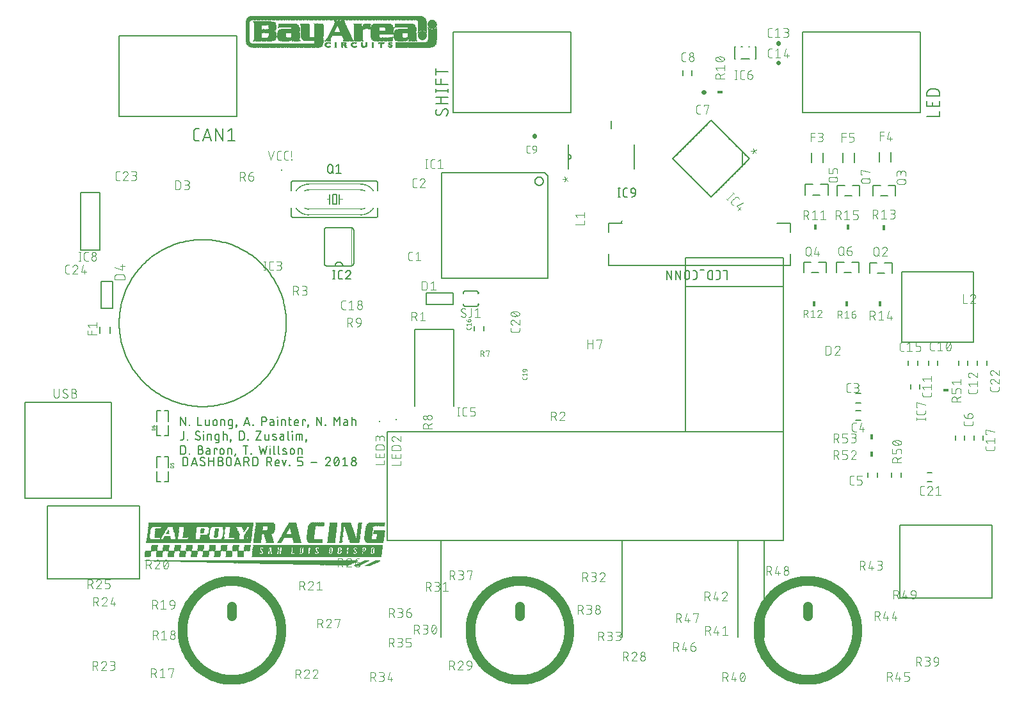
<source format=gto>
G75*
%MOIN*%
%OFA0B0*%
%FSLAX25Y25*%
%IPPOS*%
%LPD*%
%AMOC8*
5,1,8,0,0,1.08239X$1,22.5*
%
%ADD10R,0.00080X0.00080*%
%ADD11R,0.02880X0.00080*%
%ADD12R,0.00240X0.00080*%
%ADD13R,0.00160X0.00080*%
%ADD14R,0.01040X0.00080*%
%ADD15R,0.02960X0.00080*%
%ADD16R,0.02800X0.00080*%
%ADD17R,0.00320X0.00080*%
%ADD18R,0.05760X0.00080*%
%ADD19R,0.00240X0.00080*%
%ADD20R,0.09360X0.00080*%
%ADD21R,0.00320X0.00080*%
%ADD22R,0.12880X0.00080*%
%ADD23R,0.17040X0.00080*%
%ADD24R,0.20560X0.00080*%
%ADD25R,0.23920X0.00080*%
%ADD26R,0.27680X0.00080*%
%ADD27R,0.31600X0.00080*%
%ADD28R,0.34880X0.00080*%
%ADD29R,0.38480X0.00080*%
%ADD30R,0.42240X0.00080*%
%ADD31R,0.46160X0.00080*%
%ADD32R,0.49440X0.00080*%
%ADD33R,0.52960X0.00080*%
%ADD34R,0.00400X0.00080*%
%ADD35R,0.56560X0.00080*%
%ADD36R,0.60640X0.00080*%
%ADD37R,0.64000X0.00080*%
%ADD38R,0.67520X0.00080*%
%ADD39R,0.71040X0.00080*%
%ADD40R,0.75120X0.00080*%
%ADD41R,0.03040X0.00080*%
%ADD42R,0.78400X0.00080*%
%ADD43R,0.82000X0.00080*%
%ADD44R,0.85760X0.00080*%
%ADD45R,0.89680X0.00080*%
%ADD46R,0.93120X0.00080*%
%ADD47R,0.96640X0.00080*%
%ADD48R,1.00560X0.00080*%
%ADD49R,1.04480X0.00080*%
%ADD50R,1.08000X0.00080*%
%ADD51R,0.03040X0.00080*%
%ADD52R,0.67600X0.00080*%
%ADD53R,0.03120X0.00080*%
%ADD54R,0.67520X0.00080*%
%ADD55R,0.04320X0.00080*%
%ADD56R,0.07600X0.00080*%
%ADD57R,0.06720X0.00080*%
%ADD58R,0.12320X0.00080*%
%ADD59R,0.08560X0.00080*%
%ADD60R,0.04880X0.00080*%
%ADD61R,0.04240X0.00080*%
%ADD62R,0.00800X0.00080*%
%ADD63R,0.05360X0.00080*%
%ADD64R,0.03360X0.00080*%
%ADD65R,0.03280X0.00080*%
%ADD66R,0.06320X0.00080*%
%ADD67R,0.03520X0.00080*%
%ADD68R,0.04560X0.00080*%
%ADD69R,0.04080X0.00080*%
%ADD70R,0.00880X0.00080*%
%ADD71R,0.00640X0.00080*%
%ADD72R,0.05520X0.00080*%
%ADD73R,0.03120X0.00080*%
%ADD74R,0.03200X0.00080*%
%ADD75R,0.06160X0.00080*%
%ADD76R,0.04480X0.00080*%
%ADD77R,0.04000X0.00080*%
%ADD78R,0.05440X0.00080*%
%ADD79R,0.05920X0.00080*%
%ADD80R,0.04160X0.00080*%
%ADD81R,0.03920X0.00080*%
%ADD82R,0.05840X0.00080*%
%ADD83R,0.03840X0.00080*%
%ADD84R,0.00640X0.00080*%
%ADD85R,0.05680X0.00080*%
%ADD86R,0.00560X0.00080*%
%ADD87R,0.05600X0.00080*%
%ADD88R,0.03760X0.00080*%
%ADD89R,0.00720X0.00080*%
%ADD90R,0.03920X0.00080*%
%ADD91R,0.00480X0.00080*%
%ADD92R,0.02720X0.00080*%
%ADD93R,0.05520X0.00080*%
%ADD94R,0.03680X0.00080*%
%ADD95R,0.00720X0.00080*%
%ADD96R,0.03840X0.00080*%
%ADD97R,0.04960X0.00080*%
%ADD98R,0.04800X0.00080*%
%ADD99R,0.03600X0.00080*%
%ADD100R,0.04640X0.00080*%
%ADD101R,0.04400X0.00080*%
%ADD102R,0.03520X0.00080*%
%ADD103R,0.03440X0.00080*%
%ADD104R,0.03440X0.00080*%
%ADD105R,0.01040X0.00080*%
%ADD106R,0.00960X0.00080*%
%ADD107R,0.01360X0.00080*%
%ADD108R,0.01600X0.00080*%
%ADD109R,0.01200X0.00080*%
%ADD110R,0.01520X0.00080*%
%ADD111R,0.02000X0.00080*%
%ADD112R,0.02240X0.00080*%
%ADD113R,0.01280X0.00080*%
%ADD114R,0.05920X0.00080*%
%ADD115R,0.06000X0.00080*%
%ADD116R,0.02720X0.00080*%
%ADD117R,0.06080X0.00080*%
%ADD118R,0.05440X0.00080*%
%ADD119R,0.06240X0.00080*%
%ADD120R,0.06320X0.00080*%
%ADD121R,0.06480X0.00080*%
%ADD122R,0.06560X0.00080*%
%ADD123R,0.02640X0.00080*%
%ADD124R,0.04320X0.00080*%
%ADD125R,0.06640X0.00080*%
%ADD126R,0.04240X0.00080*%
%ADD127R,0.04720X0.00080*%
%ADD128R,0.07040X0.00080*%
%ADD129R,0.05040X0.00080*%
%ADD130R,0.54400X0.00080*%
%ADD131R,0.01760X0.00080*%
%ADD132R,0.06880X0.00080*%
%ADD133R,0.08480X0.00080*%
%ADD134R,0.08720X0.00080*%
%ADD135R,0.54320X0.00080*%
%ADD136R,0.07280X0.00080*%
%ADD137R,0.08880X0.00080*%
%ADD138R,0.07360X0.00080*%
%ADD139R,0.08960X0.00080*%
%ADD140R,0.07440X0.00080*%
%ADD141R,0.01520X0.00080*%
%ADD142R,0.09120X0.00080*%
%ADD143R,0.01840X0.00080*%
%ADD144R,0.07520X0.00080*%
%ADD145R,0.05040X0.00080*%
%ADD146R,0.09280X0.00080*%
%ADD147R,0.07760X0.00080*%
%ADD148R,0.09440X0.00080*%
%ADD149R,0.07840X0.00080*%
%ADD150R,0.01680X0.00080*%
%ADD151R,0.05120X0.00080*%
%ADD152R,0.05200X0.00080*%
%ADD153R,0.09520X0.00080*%
%ADD154R,0.54320X0.00080*%
%ADD155R,0.07920X0.00080*%
%ADD156R,0.09600X0.00080*%
%ADD157R,0.08000X0.00080*%
%ADD158R,0.05280X0.00080*%
%ADD159R,0.09680X0.00080*%
%ADD160R,0.08080X0.00080*%
%ADD161R,0.09760X0.00080*%
%ADD162R,0.09840X0.00080*%
%ADD163R,0.08240X0.00080*%
%ADD164R,0.08160X0.00080*%
%ADD165R,0.06400X0.00080*%
%ADD166R,0.02560X0.00080*%
%ADD167R,0.01920X0.00080*%
%ADD168R,0.02480X0.00080*%
%ADD169R,0.02240X0.00080*%
%ADD170R,0.02160X0.00080*%
%ADD171R,0.01120X0.00080*%
%ADD172R,0.02080X0.00080*%
%ADD173R,0.01440X0.00080*%
%ADD174R,0.01120X0.00080*%
%ADD175R,0.01840X0.00080*%
%ADD176R,0.01440X0.00080*%
%ADD177R,0.10000X0.00080*%
%ADD178R,0.02400X0.00080*%
%ADD179R,0.09920X0.00080*%
%ADD180R,0.09520X0.00080*%
%ADD181R,0.01920X0.00080*%
%ADD182R,0.09200X0.00080*%
%ADD183R,0.06640X0.00080*%
%ADD184R,0.09040X0.00080*%
%ADD185R,0.08800X0.00080*%
%ADD186R,0.08640X0.00080*%
%ADD187R,0.04720X0.00080*%
%ADD188R,0.02320X0.00080*%
%ADD189R,0.02320X0.00080*%
%ADD190R,0.09920X0.00080*%
%ADD191R,0.05120X0.00080*%
%ADD192R,0.10080X0.00080*%
%ADD193R,0.02640X0.00080*%
%ADD194R,0.07840X0.00080*%
%ADD195R,0.09120X0.00080*%
%ADD196R,0.07680X0.00080*%
%ADD197R,0.09040X0.00080*%
%ADD198R,0.09440X0.00080*%
%ADD199R,0.08640X0.00080*%
%ADD200R,0.07120X0.00080*%
%ADD201R,0.08400X0.00080*%
%ADD202R,0.08320X0.00080*%
%ADD203C,0.00500*%
%ADD204R,0.00300X0.00100*%
%ADD205R,0.00700X0.00100*%
%ADD206R,0.00200X0.00100*%
%ADD207R,0.00800X0.00100*%
%ADD208R,0.00500X0.00100*%
%ADD209R,0.00600X0.00100*%
%ADD210R,0.00400X0.00100*%
%ADD211R,0.00900X0.00100*%
%ADD212R,0.01200X0.00100*%
%ADD213R,0.00100X0.00100*%
%ADD214R,0.01000X0.00100*%
%ADD215R,0.36400X0.00100*%
%ADD216R,0.01900X0.00100*%
%ADD217R,0.01700X0.00100*%
%ADD218R,0.01600X0.00100*%
%ADD219R,0.19000X0.00100*%
%ADD220R,0.36800X0.00100*%
%ADD221R,0.02400X0.00100*%
%ADD222R,0.02300X0.00100*%
%ADD223R,0.02200X0.00100*%
%ADD224R,0.19300X0.00100*%
%ADD225R,0.37300X0.00100*%
%ADD226R,0.02100X0.00100*%
%ADD227R,0.19500X0.00100*%
%ADD228R,0.37600X0.00100*%
%ADD229R,0.02500X0.00100*%
%ADD230R,0.02600X0.00100*%
%ADD231R,0.02700X0.00100*%
%ADD232R,0.19700X0.00100*%
%ADD233R,0.37900X0.00100*%
%ADD234R,0.02800X0.00100*%
%ADD235R,0.20000X0.00100*%
%ADD236R,0.38200X0.00100*%
%ADD237R,0.01500X0.00100*%
%ADD238R,0.02900X0.00100*%
%ADD239R,0.38400X0.00100*%
%ADD240R,0.01300X0.00100*%
%ADD241R,0.20100X0.00100*%
%ADD242R,0.38600X0.00100*%
%ADD243R,0.01100X0.00100*%
%ADD244R,0.20300X0.00100*%
%ADD245R,0.38800X0.00100*%
%ADD246R,0.38900X0.00100*%
%ADD247R,0.20500X0.00100*%
%ADD248R,0.39100X0.00100*%
%ADD249R,0.01400X0.00100*%
%ADD250R,0.20600X0.00100*%
%ADD251R,0.39300X0.00100*%
%ADD252R,0.20800X0.00100*%
%ADD253R,0.39500X0.00100*%
%ADD254R,0.39600X0.00100*%
%ADD255R,0.20900X0.00100*%
%ADD256R,0.39700X0.00100*%
%ADD257R,0.21100X0.00100*%
%ADD258R,0.39900X0.00100*%
%ADD259R,0.21000X0.00100*%
%ADD260R,0.03000X0.00100*%
%ADD261R,0.04900X0.00100*%
%ADD262R,0.04600X0.00100*%
%ADD263R,0.03200X0.00100*%
%ADD264R,0.21200X0.00100*%
%ADD265R,0.04400X0.00100*%
%ADD266R,0.21300X0.00100*%
%ADD267R,0.02000X0.00100*%
%ADD268R,0.01800X0.00100*%
%ADD269R,0.04500X0.00100*%
%ADD270R,0.04300X0.00100*%
%ADD271R,0.05600X0.00100*%
%ADD272R,0.05400X0.00100*%
%ADD273R,0.05200X0.00100*%
%ADD274R,0.05100X0.00100*%
%ADD275R,0.04800X0.00100*%
%ADD276R,0.10300X0.00100*%
%ADD277R,0.03100X0.00100*%
%ADD278R,0.10700X0.00100*%
%ADD279R,0.09800X0.00100*%
%ADD280R,0.05300X0.00100*%
%ADD281R,0.04700X0.00100*%
%ADD282R,0.10500X0.00100*%
%ADD283R,0.05800X0.00100*%
%ADD284R,0.10600X0.00100*%
%ADD285R,0.10200X0.00100*%
%ADD286R,0.05700X0.00100*%
%ADD287R,0.10900X0.00100*%
%ADD288R,0.06200X0.00100*%
%ADD289R,0.05000X0.00100*%
%ADD290R,0.10400X0.00100*%
%ADD291R,0.06100X0.00100*%
%ADD292R,0.11000X0.00100*%
%ADD293R,0.06400X0.00100*%
%ADD294R,0.11100X0.00100*%
%ADD295R,0.06700X0.00100*%
%ADD296R,0.10800X0.00100*%
%ADD297R,0.06600X0.00100*%
%ADD298R,0.11200X0.00100*%
%ADD299R,0.11300X0.00100*%
%ADD300R,0.06800X0.00100*%
%ADD301R,0.06900X0.00100*%
%ADD302R,0.11400X0.00100*%
%ADD303R,0.07000X0.00100*%
%ADD304R,0.06300X0.00100*%
%ADD305R,0.07100X0.00100*%
%ADD306R,0.04200X0.00100*%
%ADD307R,0.11500X0.00100*%
%ADD308R,0.11600X0.00100*%
%ADD309R,0.03400X0.00100*%
%ADD310R,0.11700X0.00100*%
%ADD311R,0.03600X0.00100*%
%ADD312R,0.03700X0.00100*%
%ADD313R,0.03800X0.00100*%
%ADD314R,0.03900X0.00100*%
%ADD315R,0.04100X0.00100*%
%ADD316R,0.11800X0.00100*%
%ADD317R,0.04000X0.00100*%
%ADD318R,0.03500X0.00100*%
%ADD319R,0.05500X0.00100*%
%ADD320R,0.09300X0.00100*%
%ADD321R,0.09500X0.00100*%
%ADD322R,0.10100X0.00100*%
%ADD323R,0.08500X0.00100*%
%ADD324R,0.08600X0.00100*%
%ADD325R,0.06500X0.00100*%
%ADD326R,0.10000X0.00100*%
%ADD327R,0.09900X0.00100*%
%ADD328R,0.09700X0.00100*%
%ADD329R,0.09400X0.00100*%
%ADD330R,0.03300X0.00100*%
%ADD331R,0.09000X0.00100*%
%ADD332R,0.05900X0.00100*%
%ADD333R,0.08300X0.00100*%
%ADD334R,0.09100X0.00100*%
%ADD335R,0.93500X0.00100*%
%ADD336R,0.93400X0.00100*%
%ADD337R,0.93300X0.00100*%
%ADD338R,0.93200X0.00100*%
%ADD339R,0.93000X0.00100*%
%ADD340R,0.92900X0.00100*%
%ADD341R,0.92800X0.00100*%
%ADD342R,0.92600X0.00100*%
%ADD343R,0.92500X0.00100*%
%ADD344R,0.92200X0.00100*%
%ADD345R,0.92000X0.00100*%
%ADD346R,0.91800X0.00100*%
%ADD347R,0.91500X0.00100*%
%ADD348R,0.91300X0.00100*%
%ADD349R,0.91000X0.00100*%
%ADD350R,0.90700X0.00100*%
%ADD351R,0.90300X0.00100*%
%ADD352R,0.89800X0.00100*%
%ADD353R,0.89300X0.00100*%
%ADD354R,0.88300X0.00100*%
%ADD355C,0.00400*%
%ADD356C,0.02200*%
%ADD357C,0.00600*%
%ADD358C,0.00200*%
%ADD359C,0.00800*%
%ADD360R,0.00787X0.00787*%
%ADD361C,0.00020*%
%ADD362R,0.03000X0.01800*%
%ADD363R,0.01800X0.03000*%
%ADD364C,0.00300*%
%ADD365C,0.05000*%
%ADD366C,0.00100*%
D10*
X0241214Y0171210D03*
X0241934Y0171210D03*
X0242094Y0171210D03*
X0242254Y0171210D03*
X0242414Y0171210D03*
X0244574Y0171130D03*
X0244734Y0171130D03*
X0244974Y0171130D03*
X0245454Y0171130D03*
X0245934Y0171130D03*
X0247854Y0171050D03*
X0248014Y0171050D03*
X0248334Y0171050D03*
X0248654Y0171050D03*
X0248814Y0171050D03*
X0249214Y0171050D03*
X0249774Y0171050D03*
X0251134Y0170970D03*
X0251614Y0170970D03*
X0251854Y0170970D03*
X0252014Y0170970D03*
X0252174Y0170970D03*
X0252574Y0170970D03*
X0252734Y0170970D03*
X0252894Y0170970D03*
X0254974Y0170890D03*
X0255454Y0170890D03*
X0255694Y0170890D03*
X0255854Y0170890D03*
X0256334Y0170890D03*
X0258094Y0170810D03*
X0258574Y0170810D03*
X0258894Y0170810D03*
X0259054Y0170810D03*
X0259214Y0170810D03*
X0259374Y0170810D03*
X0261694Y0170730D03*
X0262014Y0170730D03*
X0262254Y0170730D03*
X0262494Y0170730D03*
X0262814Y0170730D03*
X0262974Y0170730D03*
X0264654Y0170650D03*
X0265134Y0170650D03*
X0265454Y0170650D03*
X0265694Y0170650D03*
X0265934Y0170650D03*
X0266334Y0170650D03*
X0268974Y0170570D03*
X0269294Y0170570D03*
X0269694Y0170570D03*
X0269854Y0170570D03*
X0270094Y0170570D03*
X0272014Y0170490D03*
X0272414Y0170490D03*
X0272574Y0170490D03*
X0272814Y0170490D03*
X0273294Y0170490D03*
X0275534Y0170410D03*
X0275854Y0170410D03*
X0276174Y0170410D03*
X0276334Y0170410D03*
X0276494Y0170410D03*
X0276654Y0170410D03*
X0276814Y0170410D03*
X0278894Y0170330D03*
X0279134Y0170330D03*
X0279374Y0170330D03*
X0279694Y0170330D03*
X0279854Y0170330D03*
X0280334Y0170330D03*
X0282814Y0170250D03*
X0282974Y0170250D03*
X0283134Y0170250D03*
X0283294Y0170250D03*
X0283454Y0170250D03*
X0283614Y0170250D03*
X0283774Y0170250D03*
X0284014Y0170250D03*
X0285694Y0170170D03*
X0286014Y0170170D03*
X0286414Y0170170D03*
X0287214Y0170170D03*
X0289374Y0170090D03*
X0289694Y0170090D03*
X0289934Y0170090D03*
X0290174Y0170090D03*
X0290334Y0170090D03*
X0290494Y0170090D03*
X0290654Y0170090D03*
X0292414Y0170010D03*
X0292734Y0170010D03*
X0293214Y0170010D03*
X0293534Y0170010D03*
X0293694Y0170010D03*
X0294494Y0170010D03*
X0296574Y0169930D03*
X0296734Y0169930D03*
X0297054Y0169930D03*
X0297214Y0169930D03*
X0297374Y0169930D03*
X0297614Y0169930D03*
X0299694Y0169850D03*
X0300174Y0169850D03*
X0300414Y0169850D03*
X0300654Y0169850D03*
X0301054Y0169850D03*
X0303214Y0169770D03*
X0303534Y0169770D03*
X0303694Y0169770D03*
X0304014Y0169770D03*
X0304574Y0169770D03*
X0306974Y0169690D03*
X0307294Y0169690D03*
X0307454Y0169690D03*
X0307614Y0169690D03*
X0308094Y0169690D03*
X0310574Y0169610D03*
X0310734Y0169610D03*
X0310974Y0169610D03*
X0311134Y0169610D03*
X0311294Y0169610D03*
X0311534Y0169610D03*
X0311934Y0169610D03*
X0313694Y0169530D03*
X0314414Y0169530D03*
X0314574Y0169530D03*
X0314734Y0169530D03*
X0317134Y0169450D03*
X0317374Y0169450D03*
X0317614Y0169450D03*
X0317854Y0169450D03*
X0318014Y0169450D03*
X0318494Y0169450D03*
X0320254Y0169370D03*
X0320654Y0169370D03*
X0320974Y0169370D03*
X0321294Y0169370D03*
X0321454Y0169370D03*
X0324494Y0169290D03*
X0324734Y0169290D03*
X0324894Y0169290D03*
X0325054Y0169290D03*
X0325294Y0169290D03*
X0327294Y0169210D03*
X0327854Y0169210D03*
X0328014Y0169210D03*
X0328174Y0169210D03*
X0328334Y0169210D03*
X0328734Y0169210D03*
X0330894Y0169130D03*
X0331214Y0169130D03*
X0331454Y0169130D03*
X0334814Y0169050D03*
X0335054Y0169050D03*
X0335214Y0169050D03*
X0335374Y0169050D03*
X0335294Y0173690D03*
X0335534Y0173690D03*
X0335934Y0173690D03*
X0336174Y0173690D03*
X0336574Y0173690D03*
X0336814Y0173690D03*
X0337214Y0173690D03*
X0337454Y0173690D03*
X0337854Y0173690D03*
X0338094Y0173690D03*
X0338494Y0173690D03*
X0338734Y0173690D03*
X0339134Y0173690D03*
X0339374Y0173690D03*
X0339774Y0173690D03*
X0340014Y0173690D03*
X0340414Y0173690D03*
X0340654Y0173690D03*
X0341054Y0173690D03*
X0341294Y0173690D03*
X0341694Y0173690D03*
X0341934Y0173690D03*
X0342334Y0173690D03*
X0342574Y0173690D03*
X0342974Y0173690D03*
X0343214Y0173690D03*
X0343614Y0173690D03*
X0343854Y0173690D03*
X0344254Y0173690D03*
X0344494Y0173690D03*
X0344894Y0173690D03*
X0345134Y0173690D03*
X0345534Y0173690D03*
X0345774Y0173690D03*
X0346174Y0173690D03*
X0346414Y0173690D03*
X0346814Y0173690D03*
X0347054Y0173690D03*
X0347454Y0173690D03*
X0347694Y0173690D03*
X0348174Y0173690D03*
X0348334Y0173690D03*
X0348494Y0173690D03*
X0348654Y0173690D03*
X0348814Y0173690D03*
X0344094Y0175530D03*
X0344014Y0179770D03*
X0344414Y0179770D03*
X0344734Y0179770D03*
X0345054Y0179770D03*
X0345374Y0179770D03*
X0345614Y0179770D03*
X0345854Y0179770D03*
X0346334Y0179770D03*
X0346494Y0179770D03*
X0346894Y0179770D03*
X0347134Y0179770D03*
X0347614Y0179770D03*
X0347774Y0179770D03*
X0348254Y0179770D03*
X0348574Y0179770D03*
X0348894Y0179770D03*
X0349214Y0179770D03*
X0349374Y0179770D03*
X0349454Y0180970D03*
X0349694Y0180970D03*
X0349214Y0180970D03*
X0348974Y0180970D03*
X0348734Y0180970D03*
X0348494Y0180970D03*
X0348254Y0180970D03*
X0347854Y0180970D03*
X0347694Y0180970D03*
X0347534Y0180970D03*
X0347214Y0180970D03*
X0347054Y0180970D03*
X0346894Y0180970D03*
X0346574Y0180970D03*
X0346414Y0180970D03*
X0346254Y0180970D03*
X0345934Y0180970D03*
X0345774Y0180970D03*
X0345614Y0180970D03*
X0345374Y0180970D03*
X0345214Y0180970D03*
X0344974Y0180970D03*
X0344734Y0180970D03*
X0344494Y0180970D03*
X0344254Y0180970D03*
X0344014Y0180970D03*
X0343774Y0180970D03*
X0343534Y0180970D03*
X0343294Y0180970D03*
X0343054Y0180970D03*
X0342814Y0180970D03*
X0342574Y0180970D03*
X0342334Y0180970D03*
X0342094Y0180970D03*
X0341854Y0180970D03*
X0341694Y0179770D03*
X0341534Y0179770D03*
X0341214Y0179770D03*
X0340894Y0179770D03*
X0340574Y0179770D03*
X0340094Y0179770D03*
X0339934Y0179770D03*
X0339454Y0179770D03*
X0339214Y0179770D03*
X0338814Y0179770D03*
X0338654Y0179770D03*
X0338174Y0179770D03*
X0337934Y0179770D03*
X0337534Y0179770D03*
X0337374Y0179770D03*
X0336894Y0179770D03*
X0336654Y0179770D03*
X0336254Y0179770D03*
X0336014Y0179770D03*
X0335614Y0179770D03*
X0335374Y0179770D03*
X0335134Y0179770D03*
X0334814Y0179770D03*
X0334494Y0179770D03*
X0334174Y0179770D03*
X0333774Y0179770D03*
X0333374Y0179770D03*
X0333134Y0179770D03*
X0332814Y0179770D03*
X0332414Y0179770D03*
X0332174Y0179770D03*
X0331854Y0179770D03*
X0331454Y0179770D03*
X0331294Y0179770D03*
X0330974Y0179770D03*
X0330654Y0179770D03*
X0330334Y0179770D03*
X0329854Y0179770D03*
X0329614Y0179770D03*
X0329214Y0179770D03*
X0328974Y0179770D03*
X0328574Y0179770D03*
X0328334Y0179770D03*
X0327934Y0179770D03*
X0327694Y0179770D03*
X0327454Y0179770D03*
X0327134Y0179770D03*
X0326814Y0179770D03*
X0326494Y0179770D03*
X0326094Y0179770D03*
X0325694Y0179770D03*
X0325454Y0179770D03*
X0325134Y0179770D03*
X0324734Y0179770D03*
X0324494Y0179770D03*
X0324174Y0179770D03*
X0323774Y0179770D03*
X0323614Y0179770D03*
X0323294Y0179770D03*
X0322974Y0179770D03*
X0322654Y0179770D03*
X0322334Y0179770D03*
X0322014Y0179770D03*
X0321694Y0179770D03*
X0321374Y0179770D03*
X0320974Y0179770D03*
X0320574Y0179770D03*
X0320334Y0179770D03*
X0320014Y0179770D03*
X0319614Y0179770D03*
X0319374Y0179770D03*
X0319054Y0179770D03*
X0318654Y0179770D03*
X0318494Y0179770D03*
X0318174Y0179770D03*
X0317854Y0179770D03*
X0317534Y0179770D03*
X0317134Y0179770D03*
X0316734Y0179770D03*
X0316494Y0179770D03*
X0316174Y0179770D03*
X0315774Y0179770D03*
X0315534Y0179770D03*
X0315214Y0179770D03*
X0314814Y0179770D03*
X0314574Y0179770D03*
X0314174Y0179770D03*
X0313934Y0179770D03*
X0313614Y0179770D03*
X0313214Y0179770D03*
X0312974Y0179770D03*
X0312654Y0179770D03*
X0312254Y0179770D03*
X0311934Y0179770D03*
X0311694Y0179770D03*
X0311294Y0179770D03*
X0311054Y0179770D03*
X0310654Y0179770D03*
X0310414Y0179770D03*
X0310014Y0179770D03*
X0309774Y0179770D03*
X0309534Y0179770D03*
X0309214Y0179770D03*
X0308894Y0179770D03*
X0308574Y0179770D03*
X0308174Y0179770D03*
X0307774Y0179770D03*
X0307534Y0179770D03*
X0307214Y0179770D03*
X0306814Y0179770D03*
X0306574Y0179770D03*
X0306254Y0179770D03*
X0305854Y0179770D03*
X0305694Y0179770D03*
X0305374Y0179770D03*
X0305054Y0179770D03*
X0304734Y0179770D03*
X0304254Y0179770D03*
X0304014Y0179770D03*
X0303614Y0179770D03*
X0303374Y0179770D03*
X0302974Y0179770D03*
X0302734Y0179770D03*
X0302334Y0179770D03*
X0302094Y0179770D03*
X0301774Y0179770D03*
X0301374Y0179770D03*
X0301134Y0179770D03*
X0300814Y0179770D03*
X0300414Y0179770D03*
X0300174Y0179770D03*
X0299854Y0179770D03*
X0299454Y0179770D03*
X0299214Y0179770D03*
X0298814Y0179770D03*
X0298574Y0179770D03*
X0298254Y0179770D03*
X0297854Y0179770D03*
X0297614Y0179770D03*
X0297294Y0179770D03*
X0296894Y0179770D03*
X0296734Y0179770D03*
X0296414Y0179770D03*
X0296094Y0179770D03*
X0295774Y0179770D03*
X0295374Y0179770D03*
X0294974Y0179770D03*
X0294734Y0179770D03*
X0294414Y0179770D03*
X0294014Y0179770D03*
X0293774Y0179770D03*
X0293454Y0179770D03*
X0293054Y0179770D03*
X0292894Y0179770D03*
X0292574Y0179770D03*
X0292254Y0179770D03*
X0291934Y0179770D03*
X0291614Y0179770D03*
X0291294Y0179770D03*
X0290974Y0179770D03*
X0290654Y0179770D03*
X0290254Y0179770D03*
X0289854Y0179770D03*
X0289614Y0179770D03*
X0289294Y0179770D03*
X0288894Y0179770D03*
X0288654Y0179770D03*
X0288334Y0179770D03*
X0287934Y0179770D03*
X0287774Y0179770D03*
X0287454Y0179770D03*
X0287134Y0179770D03*
X0286814Y0179770D03*
X0286334Y0179770D03*
X0286094Y0179770D03*
X0285694Y0179770D03*
X0285454Y0179770D03*
X0285054Y0179770D03*
X0284814Y0179770D03*
X0284414Y0179770D03*
X0284174Y0179770D03*
X0283934Y0179770D03*
X0283614Y0179770D03*
X0283294Y0179770D03*
X0282974Y0179770D03*
X0282574Y0179770D03*
X0282174Y0179770D03*
X0282334Y0180970D03*
X0282574Y0180970D03*
X0282814Y0180970D03*
X0283054Y0180970D03*
X0283294Y0180970D03*
X0283534Y0180970D03*
X0283774Y0180970D03*
X0283934Y0180970D03*
X0284174Y0180970D03*
X0284334Y0180970D03*
X0284494Y0180970D03*
X0284814Y0180970D03*
X0284974Y0180970D03*
X0285134Y0180970D03*
X0285454Y0180970D03*
X0285614Y0180970D03*
X0285774Y0180970D03*
X0288974Y0180970D03*
X0289134Y0180970D03*
X0289374Y0180970D03*
X0289614Y0180970D03*
X0289854Y0180970D03*
X0290094Y0180970D03*
X0290334Y0180970D03*
X0290574Y0180970D03*
X0290814Y0180970D03*
X0291054Y0180970D03*
X0291294Y0180970D03*
X0291534Y0180970D03*
X0291934Y0180970D03*
X0292174Y0180970D03*
X0292414Y0180970D03*
X0292654Y0180970D03*
X0292814Y0180970D03*
X0295054Y0180970D03*
X0295214Y0180970D03*
X0295374Y0180970D03*
X0295534Y0180970D03*
X0295694Y0180970D03*
X0295854Y0180970D03*
X0296014Y0180970D03*
X0296174Y0180970D03*
X0296334Y0180970D03*
X0296494Y0180970D03*
X0296654Y0178730D03*
X0295454Y0178730D03*
X0295294Y0178730D03*
X0295134Y0178730D03*
X0295294Y0177210D03*
X0295294Y0177050D03*
X0295934Y0176650D03*
X0296014Y0176570D03*
X0296014Y0176410D03*
X0296094Y0173690D03*
X0296494Y0173690D03*
X0296654Y0173690D03*
X0296814Y0173690D03*
X0296974Y0173690D03*
X0297214Y0173690D03*
X0297454Y0173690D03*
X0298014Y0173690D03*
X0298414Y0173690D03*
X0298574Y0173690D03*
X0298734Y0173690D03*
X0298894Y0173690D03*
X0299134Y0173690D03*
X0299374Y0173690D03*
X0299934Y0173690D03*
X0300334Y0173690D03*
X0300494Y0173690D03*
X0300654Y0173690D03*
X0300814Y0173690D03*
X0301054Y0173690D03*
X0301294Y0173690D03*
X0301854Y0173690D03*
X0302254Y0173690D03*
X0302414Y0173690D03*
X0302574Y0173690D03*
X0302734Y0173690D03*
X0302974Y0173690D03*
X0303214Y0173690D03*
X0303774Y0173690D03*
X0304174Y0173690D03*
X0304334Y0173690D03*
X0304494Y0173690D03*
X0304654Y0173690D03*
X0304894Y0173690D03*
X0305134Y0173690D03*
X0305694Y0173690D03*
X0306094Y0173690D03*
X0306254Y0173690D03*
X0306414Y0173690D03*
X0306574Y0173690D03*
X0306814Y0173690D03*
X0307054Y0173690D03*
X0307614Y0173690D03*
X0308014Y0173690D03*
X0308174Y0173690D03*
X0308334Y0173690D03*
X0308494Y0173690D03*
X0308734Y0173690D03*
X0308974Y0173690D03*
X0309534Y0173690D03*
X0309934Y0173690D03*
X0310094Y0173690D03*
X0310254Y0173690D03*
X0310414Y0173690D03*
X0310654Y0173690D03*
X0310894Y0173690D03*
X0311454Y0173690D03*
X0311854Y0173690D03*
X0312014Y0173690D03*
X0312174Y0173690D03*
X0312334Y0173690D03*
X0312574Y0173690D03*
X0312814Y0173690D03*
X0313374Y0173690D03*
X0313774Y0173690D03*
X0313934Y0173690D03*
X0314094Y0173690D03*
X0314254Y0173690D03*
X0314494Y0173690D03*
X0314734Y0173690D03*
X0315294Y0173690D03*
X0315694Y0173690D03*
X0315854Y0173690D03*
X0316014Y0173690D03*
X0316174Y0173690D03*
X0316414Y0173690D03*
X0316654Y0173690D03*
X0317214Y0173690D03*
X0317614Y0173690D03*
X0317774Y0173690D03*
X0317934Y0173690D03*
X0318094Y0173690D03*
X0318334Y0173690D03*
X0318574Y0173690D03*
X0319134Y0173690D03*
X0319534Y0173690D03*
X0319694Y0173690D03*
X0319854Y0173690D03*
X0320014Y0173690D03*
X0320254Y0173690D03*
X0320494Y0173690D03*
X0321054Y0173690D03*
X0321454Y0173690D03*
X0321614Y0173690D03*
X0321774Y0173690D03*
X0321934Y0173690D03*
X0322174Y0173690D03*
X0322414Y0173690D03*
X0322974Y0173690D03*
X0323374Y0173690D03*
X0323534Y0173690D03*
X0323694Y0173690D03*
X0323854Y0173690D03*
X0324094Y0173690D03*
X0324334Y0173690D03*
X0324894Y0173690D03*
X0325294Y0173690D03*
X0325454Y0173690D03*
X0325614Y0173690D03*
X0325774Y0173690D03*
X0326014Y0173690D03*
X0326254Y0173690D03*
X0326814Y0173690D03*
X0327214Y0173690D03*
X0327374Y0173690D03*
X0327854Y0173690D03*
X0328254Y0173690D03*
X0328494Y0173690D03*
X0328894Y0173690D03*
X0329134Y0173690D03*
X0329534Y0173690D03*
X0329774Y0173690D03*
X0330174Y0173690D03*
X0330414Y0173690D03*
X0330814Y0173690D03*
X0331054Y0173690D03*
X0331454Y0173690D03*
X0331694Y0173690D03*
X0332094Y0173690D03*
X0332334Y0173690D03*
X0332734Y0173690D03*
X0332974Y0173690D03*
X0333374Y0173690D03*
X0333614Y0173690D03*
X0334014Y0173690D03*
X0334254Y0173690D03*
X0334654Y0173690D03*
X0334894Y0173690D03*
X0334334Y0176010D03*
X0335374Y0178730D03*
X0334894Y0180970D03*
X0334414Y0180970D03*
X0333934Y0180970D03*
X0333454Y0180970D03*
X0332974Y0180970D03*
X0331214Y0178730D03*
X0327054Y0178730D03*
X0326814Y0178730D03*
X0326814Y0176650D03*
X0326894Y0175610D03*
X0326734Y0175610D03*
X0322334Y0175530D03*
X0322414Y0180970D03*
X0322574Y0180970D03*
X0322734Y0180970D03*
X0322894Y0180970D03*
X0323054Y0180970D03*
X0323214Y0180970D03*
X0323374Y0180970D03*
X0323534Y0180970D03*
X0323694Y0180970D03*
X0323854Y0180970D03*
X0324254Y0180970D03*
X0324414Y0180970D03*
X0322254Y0180970D03*
X0322094Y0180970D03*
X0321934Y0180970D03*
X0321774Y0180970D03*
X0321614Y0180970D03*
X0321454Y0180970D03*
X0321294Y0180970D03*
X0321054Y0180970D03*
X0320894Y0180970D03*
X0317454Y0180970D03*
X0317294Y0180970D03*
X0317134Y0180970D03*
X0316974Y0180970D03*
X0316814Y0180970D03*
X0316654Y0180970D03*
X0316494Y0180970D03*
X0316334Y0180970D03*
X0316174Y0180970D03*
X0316014Y0180970D03*
X0315854Y0180970D03*
X0315694Y0180970D03*
X0315534Y0180970D03*
X0315374Y0180970D03*
X0315214Y0180970D03*
X0315054Y0180970D03*
X0314894Y0180970D03*
X0314734Y0180970D03*
X0314574Y0180970D03*
X0314414Y0180970D03*
X0314254Y0180970D03*
X0314094Y0180970D03*
X0313934Y0180970D03*
X0313774Y0180970D03*
X0313614Y0180970D03*
X0313454Y0180970D03*
X0313294Y0180970D03*
X0313134Y0180970D03*
X0312974Y0180970D03*
X0312814Y0180970D03*
X0312654Y0180970D03*
X0312494Y0180970D03*
X0312334Y0180970D03*
X0312094Y0180970D03*
X0311934Y0180970D03*
X0311534Y0180970D03*
X0311534Y0178730D03*
X0311374Y0178730D03*
X0308094Y0178730D03*
X0307934Y0178730D03*
X0306974Y0178730D03*
X0306654Y0178730D03*
X0306654Y0180970D03*
X0306814Y0180970D03*
X0306974Y0180970D03*
X0306254Y0180970D03*
X0306094Y0180970D03*
X0305934Y0180970D03*
X0305774Y0180970D03*
X0305614Y0180970D03*
X0305454Y0180970D03*
X0305294Y0180970D03*
X0305134Y0180970D03*
X0304974Y0180970D03*
X0304814Y0180970D03*
X0304654Y0180970D03*
X0304414Y0180970D03*
X0304254Y0180970D03*
X0304094Y0180970D03*
X0303934Y0180970D03*
X0303774Y0180970D03*
X0303614Y0180970D03*
X0303454Y0180970D03*
X0302734Y0178730D03*
X0302494Y0178730D03*
X0302574Y0175610D03*
X0303214Y0175610D03*
X0306974Y0175530D03*
X0314334Y0176010D03*
X0314494Y0176010D03*
X0327054Y0180970D03*
X0327294Y0180970D03*
X0339214Y0178730D03*
X0339534Y0178730D03*
X0340014Y0178730D03*
X0342094Y0179770D03*
X0342414Y0179770D03*
X0342654Y0179770D03*
X0343054Y0179770D03*
X0343374Y0179770D03*
X0343614Y0179770D03*
X0344334Y0182650D03*
X0344814Y0182650D03*
X0344974Y0182650D03*
X0345694Y0182650D03*
X0345774Y0185530D03*
X0345614Y0185530D03*
X0345454Y0185530D03*
X0346094Y0185530D03*
X0346254Y0185530D03*
X0346574Y0185530D03*
X0346814Y0187210D03*
X0347294Y0187210D03*
X0347774Y0187210D03*
X0348254Y0187210D03*
X0348414Y0187210D03*
X0348574Y0187210D03*
X0348734Y0187210D03*
X0348894Y0187210D03*
X0349054Y0187210D03*
X0349214Y0187210D03*
X0349694Y0187210D03*
X0350174Y0187210D03*
X0350094Y0189770D03*
X0349934Y0189770D03*
X0349614Y0189770D03*
X0349134Y0189770D03*
X0348734Y0189770D03*
X0348414Y0189770D03*
X0348174Y0189770D03*
X0348014Y0189770D03*
X0347694Y0189770D03*
X0347214Y0189770D03*
X0346414Y0189770D03*
X0345934Y0189770D03*
X0345534Y0189770D03*
X0345214Y0189770D03*
X0344974Y0191450D03*
X0345934Y0191450D03*
X0346894Y0191450D03*
X0348254Y0191450D03*
X0348734Y0191450D03*
X0348894Y0191450D03*
X0349374Y0191450D03*
X0349534Y0191450D03*
X0350014Y0191450D03*
X0350174Y0191450D03*
X0350334Y0189770D03*
X0346334Y0187210D03*
X0345854Y0187210D03*
X0345454Y0187210D03*
X0345214Y0187210D03*
X0344814Y0185530D03*
X0344014Y0191450D03*
X0325694Y0191450D03*
X0325214Y0191450D03*
X0324814Y0191450D03*
X0324574Y0191450D03*
X0324174Y0191450D03*
X0323934Y0191450D03*
X0323534Y0191450D03*
X0323294Y0191450D03*
X0322974Y0191450D03*
X0322814Y0191450D03*
X0322574Y0191450D03*
X0322334Y0191450D03*
X0318894Y0189770D03*
X0318414Y0189770D03*
X0318254Y0189770D03*
X0317934Y0189770D03*
X0317454Y0189770D03*
X0317294Y0189770D03*
X0316974Y0189770D03*
X0316494Y0189770D03*
X0315694Y0189770D03*
X0315214Y0189770D03*
X0315694Y0191530D03*
X0313774Y0191530D03*
X0313214Y0191530D03*
X0317694Y0191530D03*
X0318334Y0191530D03*
X0304174Y0191450D03*
X0304014Y0191450D03*
X0303854Y0191450D03*
X0303534Y0191450D03*
X0303374Y0191450D03*
X0303214Y0191450D03*
X0302894Y0191450D03*
X0302734Y0191450D03*
X0302574Y0191450D03*
X0302254Y0191450D03*
X0302094Y0191450D03*
X0301854Y0191450D03*
X0301694Y0191450D03*
X0301534Y0191450D03*
X0301214Y0191450D03*
X0300894Y0191450D03*
X0300654Y0183770D03*
X0301614Y0183770D03*
X0299694Y0183770D03*
X0298734Y0183770D03*
X0291694Y0185530D03*
X0291534Y0185530D03*
X0287454Y0185530D03*
X0287614Y0191450D03*
X0287774Y0191450D03*
X0288254Y0191450D03*
X0288414Y0191450D03*
X0288894Y0191450D03*
X0289054Y0191450D03*
X0289214Y0191450D03*
X0289374Y0191450D03*
X0289614Y0191450D03*
X0290014Y0191450D03*
X0290174Y0191450D03*
X0290334Y0191450D03*
X0290574Y0191450D03*
X0290974Y0191450D03*
X0291214Y0191450D03*
X0291374Y0191450D03*
X0291534Y0191450D03*
X0291854Y0191450D03*
X0287134Y0191450D03*
X0286974Y0191450D03*
X0286574Y0191450D03*
X0286414Y0191450D03*
X0286174Y0191450D03*
X0285774Y0191450D03*
X0285534Y0191450D03*
X0285374Y0191450D03*
X0285214Y0191450D03*
X0284814Y0191450D03*
X0284574Y0191450D03*
X0284414Y0191450D03*
X0284254Y0191450D03*
X0283854Y0191450D03*
X0283614Y0191450D03*
X0277294Y0186730D03*
X0277294Y0186650D03*
X0278094Y0183530D03*
X0278414Y0183530D03*
X0278414Y0183610D03*
X0278414Y0183450D03*
X0278414Y0183370D03*
X0278334Y0183290D03*
X0278334Y0183130D03*
X0278334Y0183050D03*
X0278414Y0182650D03*
X0276814Y0182570D03*
X0276654Y0182570D03*
X0276494Y0182570D03*
X0276334Y0182570D03*
X0276174Y0182570D03*
X0276014Y0182570D03*
X0275854Y0182570D03*
X0275614Y0182570D03*
X0273454Y0180970D03*
X0272974Y0180970D03*
X0272494Y0180970D03*
X0272014Y0180970D03*
X0271534Y0180970D03*
X0271054Y0180970D03*
X0270574Y0180970D03*
X0270094Y0180970D03*
X0269614Y0180970D03*
X0269134Y0180970D03*
X0268974Y0182570D03*
X0268494Y0182570D03*
X0268334Y0182570D03*
X0268174Y0182570D03*
X0267934Y0182570D03*
X0269614Y0182570D03*
X0270094Y0182570D03*
X0270254Y0182570D03*
X0270414Y0182570D03*
X0270814Y0182570D03*
X0271774Y0182570D03*
X0271854Y0183770D03*
X0272014Y0183770D03*
X0271694Y0183770D03*
X0271534Y0183770D03*
X0271374Y0183770D03*
X0271134Y0183770D03*
X0270734Y0183770D03*
X0270574Y0183770D03*
X0270414Y0183770D03*
X0270174Y0183770D03*
X0269774Y0183770D03*
X0269614Y0183770D03*
X0269454Y0183770D03*
X0265854Y0180970D03*
X0265614Y0180970D03*
X0265134Y0180970D03*
X0264654Y0180970D03*
X0264174Y0180970D03*
X0263694Y0180970D03*
X0263294Y0180970D03*
X0263054Y0180970D03*
X0262574Y0180970D03*
X0262094Y0180970D03*
X0261614Y0180970D03*
X0261134Y0180970D03*
X0260734Y0180970D03*
X0260494Y0180970D03*
X0260014Y0180970D03*
X0259534Y0180970D03*
X0259054Y0180970D03*
X0258574Y0180970D03*
X0258174Y0180970D03*
X0257934Y0180970D03*
X0257454Y0180970D03*
X0256974Y0180970D03*
X0256494Y0180970D03*
X0256014Y0180970D03*
X0255534Y0180970D03*
X0255054Y0180970D03*
X0254574Y0180970D03*
X0254094Y0180970D03*
X0253614Y0180970D03*
X0253134Y0180970D03*
X0252654Y0180970D03*
X0252174Y0180970D03*
X0251694Y0180970D03*
X0251214Y0180970D03*
X0252174Y0182570D03*
X0252334Y0182570D03*
X0252494Y0182570D03*
X0252894Y0182570D03*
X0253854Y0182570D03*
X0255374Y0185130D03*
X0256094Y0185130D03*
X0256974Y0185130D03*
X0257614Y0185130D03*
X0255854Y0186170D03*
X0255134Y0186170D03*
X0260974Y0189370D03*
X0262574Y0188330D03*
X0262574Y0183770D03*
X0262734Y0183770D03*
X0262894Y0183770D03*
X0263054Y0183770D03*
X0263214Y0183770D03*
X0262414Y0183770D03*
X0262174Y0183770D03*
X0262014Y0183770D03*
X0262174Y0182570D03*
X0262334Y0182570D03*
X0262494Y0182570D03*
X0263454Y0182570D03*
X0263614Y0182570D03*
X0263774Y0182570D03*
X0261214Y0182570D03*
X0261054Y0182570D03*
X0260894Y0182570D03*
X0262094Y0176730D03*
X0250014Y0176730D03*
X0247854Y0180970D03*
X0247374Y0180970D03*
X0246894Y0180970D03*
X0246414Y0180970D03*
X0245934Y0180970D03*
X0245454Y0180970D03*
X0244974Y0180970D03*
X0244494Y0180970D03*
X0244014Y0180970D03*
X0243534Y0180970D03*
X0243374Y0182570D03*
X0244014Y0182570D03*
X0244494Y0182570D03*
X0244654Y0182570D03*
X0244814Y0182570D03*
X0245214Y0182570D03*
X0246174Y0182570D03*
X0246574Y0182570D03*
X0246734Y0182570D03*
X0247214Y0182570D03*
X0247134Y0183770D03*
X0247374Y0183770D03*
X0247534Y0183770D03*
X0247694Y0183770D03*
X0246734Y0183770D03*
X0246574Y0183770D03*
X0246414Y0183770D03*
X0246174Y0183770D03*
X0245774Y0183770D03*
X0245614Y0183770D03*
X0245454Y0183770D03*
X0241534Y0182570D03*
X0241374Y0182570D03*
X0240974Y0182570D03*
X0240814Y0182570D03*
X0240174Y0182570D03*
X0239534Y0182570D03*
X0239694Y0180970D03*
X0240174Y0180970D03*
X0239214Y0180970D03*
X0238734Y0180970D03*
X0238254Y0180970D03*
X0237774Y0180970D03*
X0237294Y0180970D03*
X0236814Y0180970D03*
X0236334Y0180970D03*
X0235854Y0180970D03*
X0235134Y0180970D03*
X0234894Y0180970D03*
X0234414Y0180970D03*
X0233934Y0180970D03*
X0233454Y0180970D03*
X0232974Y0180970D03*
X0232574Y0180970D03*
X0232334Y0180970D03*
X0231854Y0180970D03*
X0231374Y0180970D03*
X0230894Y0180970D03*
X0230414Y0180970D03*
X0230014Y0180970D03*
X0229774Y0180970D03*
X0229294Y0180970D03*
X0228814Y0180970D03*
X0228334Y0180970D03*
X0227854Y0180970D03*
X0227454Y0180970D03*
X0227214Y0180970D03*
X0226734Y0180970D03*
X0230174Y0182570D03*
X0230334Y0182570D03*
X0230494Y0182570D03*
X0231454Y0182570D03*
X0231614Y0182570D03*
X0231774Y0182570D03*
X0232734Y0182570D03*
X0232894Y0182570D03*
X0233054Y0182570D03*
X0233134Y0183770D03*
X0233294Y0183770D03*
X0233454Y0183770D03*
X0232974Y0183770D03*
X0232814Y0183770D03*
X0232654Y0183770D03*
X0232494Y0183770D03*
X0232334Y0183770D03*
X0232174Y0183770D03*
X0232014Y0183770D03*
X0231854Y0183770D03*
X0231694Y0183770D03*
X0231534Y0183770D03*
X0231294Y0183770D03*
X0231134Y0183770D03*
X0236494Y0184490D03*
X0236974Y0184490D03*
X0237374Y0184490D03*
X0237214Y0185530D03*
X0236894Y0185530D03*
X0237774Y0185530D03*
X0238254Y0185530D03*
X0238494Y0184490D03*
X0237854Y0187770D03*
X0237854Y0171290D03*
X0238094Y0171290D03*
X0238254Y0171290D03*
X0237614Y0171290D03*
X0237134Y0171290D03*
X0235374Y0171370D03*
X0235214Y0171370D03*
X0235054Y0171370D03*
X0234574Y0171610D03*
X0234254Y0171370D03*
X0233854Y0171370D03*
X0231774Y0171450D03*
X0231294Y0171450D03*
X0230894Y0171450D03*
X0228734Y0171610D03*
X0227454Y0171530D03*
X0227294Y0171610D03*
X0227134Y0171610D03*
X0227054Y0171530D03*
X0226734Y0171610D03*
X0226494Y0171530D03*
X0226254Y0171610D03*
X0226014Y0171610D03*
X0225774Y0171610D03*
X0279374Y0180970D03*
X0279614Y0180970D03*
X0280094Y0180970D03*
X0285454Y0176010D03*
X0285374Y0173690D03*
X0285614Y0173690D03*
X0286014Y0173690D03*
X0286254Y0173690D03*
X0286894Y0173690D03*
X0287054Y0173690D03*
X0287214Y0173690D03*
X0287374Y0173690D03*
X0287614Y0173690D03*
X0287854Y0173690D03*
X0288414Y0173690D03*
X0288814Y0173690D03*
X0288974Y0173690D03*
X0289134Y0173690D03*
X0289294Y0173690D03*
X0289534Y0173690D03*
X0289774Y0173690D03*
X0290334Y0173690D03*
X0290734Y0173690D03*
X0290894Y0173690D03*
X0291054Y0173690D03*
X0291214Y0173690D03*
X0291454Y0173690D03*
X0291694Y0173690D03*
X0292254Y0173690D03*
X0292654Y0173690D03*
X0292814Y0173690D03*
X0292974Y0173690D03*
X0293134Y0173690D03*
X0293374Y0173690D03*
X0293614Y0173690D03*
X0294174Y0173690D03*
X0294574Y0173690D03*
X0294734Y0173690D03*
X0294894Y0173690D03*
X0295054Y0173690D03*
X0295294Y0173690D03*
X0295534Y0173690D03*
X0290014Y0175050D03*
X0290974Y0177370D03*
X0290974Y0177450D03*
X0290974Y0177530D03*
X0290974Y0177610D03*
X0290974Y0178730D03*
X0291214Y0178730D03*
X0284974Y0173690D03*
X0284734Y0173690D03*
X0284334Y0173690D03*
X0284094Y0173690D03*
X0283694Y0173690D03*
X0283454Y0173690D03*
X0283054Y0173690D03*
X0282814Y0173690D03*
X0282414Y0173690D03*
X0282174Y0173690D03*
X0281774Y0173690D03*
X0281534Y0173690D03*
X0281374Y0173690D03*
X0340974Y0168890D03*
X0341294Y0168890D03*
X0341614Y0168890D03*
X0341934Y0168890D03*
X0342174Y0168890D03*
X0342334Y0168890D03*
X0342494Y0168890D03*
X0342654Y0168890D03*
X0342814Y0168890D03*
D11*
X0342614Y0169450D03*
X0342774Y0169530D03*
X0343094Y0169690D03*
X0342454Y0169370D03*
X0341974Y0169130D03*
X0341574Y0168970D03*
X0343814Y0170010D03*
X0343974Y0170090D03*
X0344294Y0170250D03*
X0344454Y0170330D03*
X0344614Y0170410D03*
X0345334Y0170730D03*
X0345654Y0170890D03*
X0345814Y0170970D03*
X0345974Y0171050D03*
X0346294Y0171210D03*
X0346854Y0171450D03*
X0341094Y0171530D03*
X0340054Y0171050D03*
X0339894Y0170970D03*
X0339734Y0170890D03*
X0339574Y0170810D03*
X0338694Y0170410D03*
X0338534Y0170330D03*
X0338214Y0170170D03*
X0338054Y0170090D03*
X0337894Y0170010D03*
X0337574Y0169850D03*
X0337174Y0169690D03*
X0336694Y0169450D03*
X0336534Y0169370D03*
X0336374Y0169290D03*
X0337254Y0175370D03*
X0337254Y0175450D03*
X0337334Y0175610D03*
X0337414Y0176250D03*
X0337334Y0176330D03*
X0337494Y0177850D03*
X0337574Y0178170D03*
X0337574Y0178330D03*
X0333094Y0178250D03*
X0333014Y0178090D03*
X0333014Y0178010D03*
X0333014Y0177930D03*
X0333014Y0177850D03*
X0332934Y0177770D03*
X0332934Y0177610D03*
X0332774Y0176010D03*
X0332694Y0175610D03*
X0329414Y0176330D03*
X0329334Y0176010D03*
X0329334Y0175850D03*
X0329334Y0175770D03*
X0329254Y0175610D03*
X0329254Y0175530D03*
X0329414Y0177210D03*
X0329494Y0177450D03*
X0329494Y0177530D03*
X0329494Y0177610D03*
X0329494Y0177770D03*
X0329574Y0177850D03*
X0329574Y0177930D03*
X0324854Y0177770D03*
X0324854Y0177450D03*
X0324774Y0177130D03*
X0324774Y0176810D03*
X0324694Y0176250D03*
X0324614Y0175610D03*
X0324854Y0178250D03*
X0313094Y0178170D03*
X0313094Y0178090D03*
X0313014Y0177850D03*
X0313014Y0177770D03*
X0313014Y0177690D03*
X0313014Y0177610D03*
X0313014Y0177530D03*
X0313014Y0177450D03*
X0313014Y0177370D03*
X0312774Y0176010D03*
X0312774Y0175850D03*
X0312774Y0175770D03*
X0312774Y0175690D03*
X0312774Y0175530D03*
X0309414Y0176010D03*
X0309414Y0176170D03*
X0309414Y0176330D03*
X0309494Y0176650D03*
X0309494Y0176810D03*
X0309494Y0177050D03*
X0309574Y0177290D03*
X0309574Y0177450D03*
X0309574Y0177690D03*
X0309654Y0178010D03*
X0309654Y0178170D03*
X0309654Y0178250D03*
X0309734Y0178570D03*
X0309734Y0178730D03*
X0309334Y0175690D03*
X0309334Y0175610D03*
X0309254Y0175450D03*
X0304854Y0175370D03*
X0304854Y0175290D03*
X0293094Y0175370D03*
X0293094Y0175450D03*
X0293094Y0175530D03*
X0293094Y0175610D03*
X0293094Y0175690D03*
X0293094Y0175850D03*
X0293094Y0175210D03*
X0288534Y0176010D03*
X0288534Y0176090D03*
X0288534Y0176170D03*
X0288534Y0176250D03*
X0288294Y0175290D03*
X0280054Y0186730D03*
X0260614Y0177050D03*
X0241974Y0187450D03*
X0241974Y0187530D03*
X0241974Y0187610D03*
X0241974Y0187690D03*
X0237334Y0184410D03*
X0237334Y0184330D03*
X0228054Y0182570D03*
X0341894Y0176730D03*
D12*
X0335614Y0169050D03*
X0346414Y0191450D03*
X0350414Y0191450D03*
X0300414Y0183770D03*
X0288014Y0189770D03*
X0278814Y0183450D03*
X0276414Y0176730D03*
X0274814Y0176730D03*
X0270014Y0176730D03*
X0263214Y0182570D03*
X0253614Y0182570D03*
X0244414Y0176730D03*
X0240814Y0176730D03*
X0233614Y0182650D03*
X0231214Y0182570D03*
X0228414Y0176730D03*
X0226414Y0176730D03*
X0228014Y0171530D03*
X0263214Y0170730D03*
D13*
X0266134Y0170650D03*
X0266534Y0170650D03*
X0266774Y0170650D03*
X0267014Y0170650D03*
X0269494Y0170570D03*
X0273014Y0170490D03*
X0277014Y0170410D03*
X0280054Y0170330D03*
X0281974Y0173690D03*
X0282614Y0173690D03*
X0283254Y0173690D03*
X0283894Y0173690D03*
X0284534Y0173690D03*
X0285174Y0173690D03*
X0285814Y0173690D03*
X0286454Y0173690D03*
X0288054Y0173690D03*
X0289974Y0173690D03*
X0291894Y0173690D03*
X0293814Y0173690D03*
X0295734Y0173690D03*
X0297654Y0173690D03*
X0299574Y0173690D03*
X0301494Y0173690D03*
X0303414Y0173690D03*
X0305334Y0173690D03*
X0307254Y0173690D03*
X0309174Y0173690D03*
X0311094Y0173690D03*
X0313014Y0173690D03*
X0314934Y0173690D03*
X0316854Y0173690D03*
X0318774Y0173690D03*
X0320694Y0173690D03*
X0322614Y0173690D03*
X0324534Y0173690D03*
X0326454Y0173690D03*
X0327574Y0173690D03*
X0328054Y0173690D03*
X0328694Y0173690D03*
X0329334Y0173690D03*
X0329974Y0173690D03*
X0330614Y0173690D03*
X0331254Y0173690D03*
X0331894Y0173690D03*
X0332534Y0173690D03*
X0333174Y0173690D03*
X0333814Y0173690D03*
X0334454Y0173690D03*
X0335094Y0173690D03*
X0335734Y0173690D03*
X0336374Y0173690D03*
X0337014Y0173690D03*
X0337654Y0173690D03*
X0338294Y0173690D03*
X0338934Y0173690D03*
X0339574Y0173690D03*
X0340214Y0173690D03*
X0340854Y0173690D03*
X0341494Y0173690D03*
X0342134Y0173690D03*
X0342774Y0173690D03*
X0343414Y0173690D03*
X0344054Y0173690D03*
X0344694Y0173690D03*
X0345334Y0173690D03*
X0345974Y0173690D03*
X0346614Y0173690D03*
X0347254Y0173690D03*
X0347894Y0173690D03*
X0339734Y0178730D03*
X0344534Y0182650D03*
X0345174Y0182650D03*
X0345494Y0182650D03*
X0345174Y0185530D03*
X0345014Y0187210D03*
X0345654Y0187210D03*
X0346134Y0187210D03*
X0346614Y0187210D03*
X0347094Y0187210D03*
X0347574Y0187210D03*
X0348054Y0187210D03*
X0349494Y0187210D03*
X0349974Y0187210D03*
X0350454Y0187210D03*
X0346774Y0189770D03*
X0346694Y0191450D03*
X0347094Y0191450D03*
X0347334Y0191450D03*
X0347574Y0191450D03*
X0347814Y0191450D03*
X0348054Y0191450D03*
X0346134Y0191450D03*
X0345734Y0191450D03*
X0345174Y0191450D03*
X0344774Y0191450D03*
X0344214Y0191450D03*
X0343814Y0191450D03*
X0343254Y0191450D03*
X0331414Y0178730D03*
X0324054Y0180970D03*
X0317894Y0180970D03*
X0317654Y0180970D03*
X0315414Y0178730D03*
X0311734Y0180970D03*
X0306454Y0180970D03*
X0303254Y0180970D03*
X0302774Y0175610D03*
X0304374Y0169770D03*
X0304774Y0169770D03*
X0306454Y0169690D03*
X0307894Y0169690D03*
X0308614Y0169690D03*
X0311734Y0169610D03*
X0314134Y0169530D03*
X0314934Y0169530D03*
X0315174Y0169530D03*
X0318294Y0169450D03*
X0321974Y0169370D03*
X0322214Y0169370D03*
X0325494Y0169290D03*
X0328534Y0169210D03*
X0335894Y0169050D03*
X0336134Y0169050D03*
X0325014Y0191450D03*
X0324374Y0191450D03*
X0323734Y0191450D03*
X0316694Y0191530D03*
X0316054Y0189770D03*
X0314774Y0191530D03*
X0298534Y0183770D03*
X0294854Y0180970D03*
X0295334Y0176970D03*
X0295334Y0176890D03*
X0295334Y0176810D03*
X0295334Y0176730D03*
X0295974Y0176730D03*
X0295974Y0176810D03*
X0295974Y0176890D03*
X0295974Y0176970D03*
X0290934Y0177050D03*
X0290934Y0177130D03*
X0290934Y0177210D03*
X0290934Y0177290D03*
X0287254Y0185530D03*
X0286694Y0185530D03*
X0286774Y0191450D03*
X0287414Y0191450D03*
X0288054Y0191450D03*
X0288694Y0191450D03*
X0289814Y0191450D03*
X0290774Y0191450D03*
X0285974Y0191450D03*
X0285014Y0191450D03*
X0284054Y0191450D03*
X0278774Y0183610D03*
X0278774Y0183530D03*
X0278774Y0183370D03*
X0278774Y0183290D03*
X0278694Y0183050D03*
X0278374Y0183210D03*
X0278054Y0183290D03*
X0277974Y0183370D03*
X0278054Y0183450D03*
X0278134Y0183610D03*
X0278454Y0183770D03*
X0277974Y0183210D03*
X0277974Y0183130D03*
X0278054Y0183050D03*
X0275094Y0182570D03*
X0271254Y0182570D03*
X0271014Y0182570D03*
X0270614Y0182570D03*
X0269814Y0182570D03*
X0269414Y0182570D03*
X0269174Y0182570D03*
X0269974Y0183770D03*
X0270934Y0183770D03*
X0267414Y0182570D03*
X0264214Y0182570D03*
X0263974Y0182570D03*
X0262934Y0182570D03*
X0262694Y0182570D03*
X0261654Y0182570D03*
X0261414Y0182570D03*
X0263574Y0176730D03*
X0264534Y0176730D03*
X0264774Y0176730D03*
X0265014Y0176730D03*
X0269014Y0176730D03*
X0259014Y0176730D03*
X0258774Y0176730D03*
X0258134Y0176730D03*
X0256854Y0176730D03*
X0256614Y0176730D03*
X0252374Y0176730D03*
X0251414Y0176730D03*
X0250454Y0176730D03*
X0250214Y0176730D03*
X0246934Y0176730D03*
X0245974Y0176730D03*
X0245014Y0176730D03*
X0240534Y0176730D03*
X0239574Y0176730D03*
X0234774Y0176730D03*
X0233814Y0176730D03*
X0232854Y0176730D03*
X0231974Y0176730D03*
X0227414Y0176730D03*
X0230454Y0171450D03*
X0231094Y0171450D03*
X0231574Y0171450D03*
X0234774Y0171370D03*
X0235574Y0171370D03*
X0238454Y0171290D03*
X0238694Y0171290D03*
X0238934Y0171290D03*
X0241654Y0171210D03*
X0245174Y0171130D03*
X0249014Y0171050D03*
X0252374Y0170970D03*
X0256054Y0170890D03*
X0253334Y0182570D03*
X0253094Y0182570D03*
X0252694Y0182570D03*
X0251974Y0182570D03*
X0247894Y0182570D03*
X0247654Y0182570D03*
X0247414Y0182570D03*
X0246374Y0182570D03*
X0245974Y0182570D03*
X0245414Y0182570D03*
X0245014Y0182570D03*
X0244214Y0182570D03*
X0243814Y0182570D03*
X0243574Y0182570D03*
X0241174Y0182570D03*
X0240614Y0182570D03*
X0240374Y0182570D03*
X0239974Y0182570D03*
X0239734Y0182570D03*
X0238694Y0184490D03*
X0237974Y0184490D03*
X0237174Y0184490D03*
X0234774Y0182570D03*
X0233254Y0182570D03*
X0232214Y0182570D03*
X0231974Y0182570D03*
X0230934Y0182570D03*
X0230694Y0182570D03*
X0229654Y0182570D03*
X0237814Y0187610D03*
X0237814Y0187690D03*
X0245974Y0183770D03*
X0246934Y0183770D03*
X0247894Y0183770D03*
X0255654Y0186170D03*
X0256054Y0186170D03*
X0286614Y0170170D03*
X0286934Y0170170D03*
X0287414Y0170170D03*
X0290854Y0170090D03*
X0297814Y0169930D03*
X0300854Y0169850D03*
D14*
X0266414Y0183610D03*
X0266414Y0183690D03*
X0336814Y0169050D03*
D15*
X0336894Y0169530D03*
X0337054Y0169610D03*
X0337374Y0169770D03*
X0337694Y0169930D03*
X0338414Y0170250D03*
X0338894Y0170490D03*
X0339054Y0170570D03*
X0339214Y0170650D03*
X0339374Y0170730D03*
X0340414Y0171210D03*
X0340494Y0171290D03*
X0340734Y0171370D03*
X0340894Y0171450D03*
X0342094Y0169210D03*
X0342254Y0169290D03*
X0341774Y0169050D03*
X0342974Y0169610D03*
X0343294Y0169770D03*
X0343454Y0169850D03*
X0343614Y0169930D03*
X0344094Y0170170D03*
X0344814Y0170490D03*
X0344974Y0170570D03*
X0345134Y0170650D03*
X0346174Y0171130D03*
X0346494Y0171290D03*
X0346654Y0171370D03*
X0346974Y0171530D03*
X0341854Y0176650D03*
X0342174Y0178250D03*
X0342174Y0178330D03*
X0337614Y0178250D03*
X0337534Y0178410D03*
X0337374Y0176410D03*
X0337214Y0175290D03*
X0332734Y0175370D03*
X0332734Y0175450D03*
X0332734Y0175530D03*
X0332974Y0177290D03*
X0332974Y0177370D03*
X0332974Y0177450D03*
X0333054Y0178170D03*
X0333134Y0178330D03*
X0329534Y0178170D03*
X0329534Y0178090D03*
X0329534Y0178010D03*
X0329534Y0177690D03*
X0329454Y0177370D03*
X0329454Y0177290D03*
X0329374Y0176650D03*
X0329374Y0176570D03*
X0329214Y0175450D03*
X0329214Y0175370D03*
X0324574Y0175450D03*
X0324494Y0175370D03*
X0324494Y0175290D03*
X0324894Y0178170D03*
X0313134Y0178250D03*
X0313054Y0178010D03*
X0313054Y0177290D03*
X0312734Y0175450D03*
X0312814Y0175370D03*
X0312814Y0175290D03*
X0309294Y0175370D03*
X0309214Y0175290D03*
X0304894Y0175210D03*
X0293134Y0175770D03*
X0293134Y0175930D03*
X0293134Y0176010D03*
X0293134Y0176170D03*
X0293134Y0176250D03*
X0288254Y0175210D03*
X0288174Y0175130D03*
X0278894Y0177930D03*
X0278814Y0177850D03*
X0278814Y0177610D03*
X0278814Y0177450D03*
X0278814Y0177370D03*
X0278734Y0177130D03*
X0278734Y0177050D03*
X0278734Y0176890D03*
X0278894Y0178090D03*
X0278894Y0178250D03*
X0278894Y0178490D03*
X0278974Y0178650D03*
X0278974Y0178730D03*
X0278974Y0178890D03*
X0278974Y0179050D03*
X0279054Y0179370D03*
X0279054Y0179530D03*
X0279054Y0179690D03*
X0275694Y0176490D03*
X0275614Y0176330D03*
X0275614Y0176170D03*
X0275614Y0176010D03*
X0275614Y0175930D03*
X0275534Y0175610D03*
X0275534Y0175530D03*
X0275534Y0175370D03*
X0275534Y0175210D03*
X0275454Y0174970D03*
X0275454Y0174810D03*
X0275454Y0174650D03*
X0275374Y0174330D03*
X0275374Y0174250D03*
X0275374Y0174170D03*
X0275374Y0174010D03*
X0275374Y0173850D03*
X0272654Y0176890D03*
X0272734Y0177050D03*
X0272734Y0177130D03*
X0272734Y0177290D03*
X0272734Y0177450D03*
X0272814Y0177770D03*
X0272814Y0178010D03*
X0272814Y0178090D03*
X0272894Y0178410D03*
X0272894Y0178570D03*
X0272894Y0178730D03*
X0272894Y0178970D03*
X0272974Y0179210D03*
X0272974Y0179290D03*
X0272974Y0179450D03*
X0273054Y0179770D03*
X0269614Y0176650D03*
X0269614Y0176570D03*
X0269614Y0176330D03*
X0269534Y0176010D03*
X0269534Y0175930D03*
X0269534Y0175770D03*
X0269534Y0175610D03*
X0269454Y0175370D03*
X0269454Y0175210D03*
X0269454Y0175050D03*
X0269454Y0174890D03*
X0269374Y0174730D03*
X0269374Y0174650D03*
X0269374Y0174410D03*
X0269374Y0174330D03*
X0269294Y0174090D03*
X0269294Y0174010D03*
X0269294Y0173850D03*
X0266654Y0176970D03*
X0266654Y0177050D03*
X0266654Y0177130D03*
X0266734Y0177450D03*
X0266734Y0177610D03*
X0266734Y0177690D03*
X0266734Y0177770D03*
X0266814Y0178170D03*
X0266814Y0178250D03*
X0266814Y0178330D03*
X0266814Y0178410D03*
X0266814Y0178570D03*
X0266894Y0178730D03*
X0266894Y0178890D03*
X0266894Y0178970D03*
X0266894Y0179130D03*
X0266974Y0179370D03*
X0266974Y0179530D03*
X0266974Y0179610D03*
X0266974Y0179690D03*
X0263614Y0176650D03*
X0263534Y0176330D03*
X0263534Y0176170D03*
X0263534Y0176010D03*
X0263454Y0175690D03*
X0263454Y0175610D03*
X0263454Y0175450D03*
X0263454Y0175370D03*
X0263374Y0175050D03*
X0263374Y0174890D03*
X0263374Y0174810D03*
X0263374Y0174650D03*
X0263294Y0174410D03*
X0263294Y0174330D03*
X0263294Y0174090D03*
X0263294Y0174010D03*
X0260654Y0177130D03*
X0260654Y0177290D03*
X0260654Y0177370D03*
X0260654Y0177610D03*
X0260734Y0177690D03*
X0260734Y0177850D03*
X0260734Y0177930D03*
X0260734Y0178170D03*
X0260814Y0178570D03*
X0260814Y0178730D03*
X0260814Y0178810D03*
X0260894Y0179130D03*
X0260894Y0179210D03*
X0260894Y0179290D03*
X0260894Y0179370D03*
X0260974Y0179690D03*
X0257534Y0176650D03*
X0257534Y0176490D03*
X0257534Y0176410D03*
X0257454Y0176090D03*
X0257454Y0175930D03*
X0257454Y0175850D03*
X0257454Y0175770D03*
X0257454Y0175530D03*
X0257374Y0175370D03*
X0257374Y0175290D03*
X0257374Y0175210D03*
X0257374Y0175050D03*
X0257294Y0174730D03*
X0257294Y0174570D03*
X0257294Y0174490D03*
X0257294Y0174410D03*
X0257214Y0174090D03*
X0257214Y0174010D03*
X0257214Y0173850D03*
X0254574Y0176890D03*
X0254574Y0176970D03*
X0254574Y0177050D03*
X0254574Y0177130D03*
X0254574Y0177210D03*
X0254654Y0177530D03*
X0254654Y0177690D03*
X0254654Y0177770D03*
X0254654Y0178010D03*
X0254734Y0178170D03*
X0254734Y0178330D03*
X0254734Y0178410D03*
X0254734Y0178570D03*
X0254814Y0178730D03*
X0254814Y0178890D03*
X0254814Y0179050D03*
X0254814Y0179210D03*
X0254894Y0179530D03*
X0254894Y0179770D03*
X0251454Y0176490D03*
X0251454Y0176410D03*
X0251454Y0176250D03*
X0251454Y0176170D03*
X0251454Y0176090D03*
X0251374Y0175770D03*
X0251374Y0175610D03*
X0251374Y0175530D03*
X0251374Y0175370D03*
X0251294Y0175130D03*
X0251294Y0174970D03*
X0251294Y0174890D03*
X0251294Y0174730D03*
X0251214Y0174490D03*
X0251214Y0174330D03*
X0251214Y0174250D03*
X0251214Y0174170D03*
X0251134Y0173850D03*
X0248494Y0176890D03*
X0248494Y0177050D03*
X0248574Y0177210D03*
X0248574Y0177290D03*
X0248574Y0177450D03*
X0248574Y0177610D03*
X0248654Y0177850D03*
X0248654Y0178010D03*
X0248654Y0178170D03*
X0248654Y0178250D03*
X0248734Y0178570D03*
X0248734Y0178650D03*
X0248734Y0178810D03*
X0248734Y0178890D03*
X0248814Y0179210D03*
X0248814Y0179290D03*
X0248814Y0179370D03*
X0248814Y0179530D03*
X0245454Y0176650D03*
X0245454Y0176570D03*
X0245454Y0176330D03*
X0245374Y0176170D03*
X0245374Y0176010D03*
X0245374Y0175850D03*
X0245374Y0175770D03*
X0245294Y0175690D03*
X0245294Y0175450D03*
X0245294Y0175210D03*
X0245294Y0175130D03*
X0245214Y0174890D03*
X0245214Y0174810D03*
X0245214Y0174570D03*
X0245214Y0174490D03*
X0245134Y0174170D03*
X0245134Y0174010D03*
X0245134Y0173850D03*
X0242494Y0176970D03*
X0242494Y0177130D03*
X0242494Y0177290D03*
X0242574Y0177530D03*
X0242574Y0177690D03*
X0242574Y0177770D03*
X0242574Y0177930D03*
X0242654Y0178250D03*
X0242654Y0178490D03*
X0242654Y0178570D03*
X0242734Y0178890D03*
X0242734Y0179050D03*
X0242734Y0179210D03*
X0242814Y0179450D03*
X0242814Y0179610D03*
X0242814Y0179690D03*
X0239374Y0176490D03*
X0239374Y0176410D03*
X0239374Y0176170D03*
X0239374Y0176090D03*
X0239294Y0175930D03*
X0239294Y0175770D03*
X0239294Y0175610D03*
X0239294Y0175530D03*
X0239294Y0175290D03*
X0239214Y0175210D03*
X0239214Y0175130D03*
X0239214Y0174970D03*
X0239214Y0174890D03*
X0239214Y0174650D03*
X0239134Y0174570D03*
X0239134Y0174410D03*
X0239134Y0174330D03*
X0239134Y0174250D03*
X0239134Y0174090D03*
X0239054Y0173930D03*
X0239054Y0173850D03*
X0236414Y0176890D03*
X0236414Y0177050D03*
X0236494Y0177290D03*
X0236494Y0177370D03*
X0236494Y0177450D03*
X0236494Y0177530D03*
X0236574Y0177850D03*
X0236574Y0178010D03*
X0236574Y0178090D03*
X0236574Y0178330D03*
X0236654Y0178570D03*
X0236654Y0178650D03*
X0236654Y0178730D03*
X0236654Y0178890D03*
X0236734Y0179210D03*
X0236734Y0179290D03*
X0236734Y0179370D03*
X0236734Y0179530D03*
X0233374Y0176490D03*
X0233374Y0176330D03*
X0233294Y0176170D03*
X0233294Y0176010D03*
X0233294Y0175850D03*
X0233294Y0175690D03*
X0233214Y0175610D03*
X0233214Y0175370D03*
X0233214Y0175290D03*
X0233214Y0175130D03*
X0233134Y0174810D03*
X0233134Y0174730D03*
X0233134Y0174490D03*
X0233054Y0174090D03*
X0233054Y0174010D03*
X0233054Y0173930D03*
X0233054Y0173850D03*
X0230414Y0176890D03*
X0230414Y0177050D03*
X0230414Y0177130D03*
X0230414Y0177290D03*
X0230494Y0177530D03*
X0230494Y0177690D03*
X0230494Y0177770D03*
X0230494Y0178010D03*
X0230574Y0178330D03*
X0230574Y0178410D03*
X0230574Y0178490D03*
X0230574Y0178570D03*
X0230654Y0178890D03*
X0230654Y0179050D03*
X0230654Y0179210D03*
X0230654Y0179370D03*
X0230734Y0179450D03*
X0230734Y0179610D03*
X0230734Y0179690D03*
X0230734Y0179770D03*
X0227294Y0176570D03*
X0227294Y0176410D03*
X0227294Y0176250D03*
X0227294Y0176170D03*
X0227214Y0175850D03*
X0227214Y0175770D03*
X0227214Y0175530D03*
X0227214Y0175370D03*
X0227134Y0175290D03*
X0227134Y0175130D03*
X0227134Y0174890D03*
X0227134Y0174810D03*
X0227054Y0174570D03*
X0227054Y0174410D03*
X0227054Y0174250D03*
X0227054Y0174170D03*
X0226974Y0173770D03*
X0237294Y0184250D03*
X0235614Y0188410D03*
X0235614Y0188490D03*
X0241934Y0187930D03*
X0241934Y0187850D03*
X0241934Y0187770D03*
X0277534Y0189130D03*
X0280014Y0186650D03*
X0279934Y0186490D03*
X0336014Y0169130D03*
X0336174Y0169210D03*
D16*
X0340254Y0171130D03*
X0337294Y0175530D03*
X0337294Y0175690D03*
X0337374Y0175770D03*
X0337374Y0175850D03*
X0337374Y0175930D03*
X0337374Y0176010D03*
X0337374Y0176090D03*
X0337374Y0176170D03*
X0337614Y0177930D03*
X0337614Y0178010D03*
X0337614Y0178090D03*
X0342094Y0177610D03*
X0342174Y0178090D03*
X0342174Y0178170D03*
X0342014Y0177050D03*
X0341934Y0176810D03*
X0332974Y0177530D03*
X0332974Y0177690D03*
X0332734Y0175930D03*
X0332734Y0175850D03*
X0332734Y0175770D03*
X0332734Y0175690D03*
X0329374Y0175930D03*
X0329374Y0176090D03*
X0329374Y0176170D03*
X0329374Y0176250D03*
X0329374Y0176410D03*
X0329374Y0176490D03*
X0329294Y0175690D03*
X0324734Y0176410D03*
X0324734Y0176490D03*
X0324734Y0176570D03*
X0324734Y0176650D03*
X0324734Y0176730D03*
X0324734Y0176890D03*
X0324734Y0176970D03*
X0324814Y0177050D03*
X0324814Y0177210D03*
X0324814Y0177290D03*
X0324814Y0177370D03*
X0324814Y0177530D03*
X0324814Y0177610D03*
X0324894Y0177690D03*
X0324894Y0177850D03*
X0324894Y0177930D03*
X0324894Y0178010D03*
X0324894Y0178090D03*
X0324654Y0176330D03*
X0324654Y0176170D03*
X0324654Y0176090D03*
X0324654Y0176010D03*
X0324654Y0175930D03*
X0324654Y0175850D03*
X0324654Y0175770D03*
X0324574Y0175690D03*
X0324574Y0175530D03*
X0330334Y0169210D03*
X0312734Y0175610D03*
X0313054Y0177930D03*
X0309694Y0178330D03*
X0309694Y0178410D03*
X0309694Y0178490D03*
X0309694Y0178650D03*
X0309614Y0178090D03*
X0309614Y0177930D03*
X0309614Y0177850D03*
X0309614Y0177770D03*
X0309614Y0177610D03*
X0309534Y0177530D03*
X0309534Y0177370D03*
X0309534Y0177210D03*
X0309534Y0177130D03*
X0309534Y0176890D03*
X0309454Y0176730D03*
X0309454Y0176570D03*
X0309454Y0176490D03*
X0309454Y0176410D03*
X0309454Y0176250D03*
X0309374Y0176090D03*
X0309374Y0175930D03*
X0309374Y0175850D03*
X0309374Y0175770D03*
X0309294Y0175530D03*
X0304814Y0175530D03*
X0304814Y0175610D03*
X0304814Y0175450D03*
X0293054Y0175290D03*
X0293054Y0175130D03*
X0293054Y0175050D03*
X0288494Y0175770D03*
X0288494Y0175850D03*
X0288494Y0175930D03*
X0288414Y0175610D03*
X0288414Y0175530D03*
X0288334Y0175450D03*
X0288334Y0175370D03*
X0273534Y0183770D03*
X0277534Y0188970D03*
X0277534Y0189050D03*
X0280094Y0186890D03*
X0280094Y0186810D03*
X0242014Y0187290D03*
D17*
X0239894Y0176730D03*
X0238934Y0176730D03*
X0238534Y0176730D03*
X0238134Y0176730D03*
X0245334Y0176730D03*
X0246294Y0176730D03*
X0251734Y0176730D03*
X0257494Y0176730D03*
X0263894Y0176730D03*
X0269334Y0176730D03*
X0277334Y0186890D03*
X0286134Y0175530D03*
X0295334Y0176250D03*
X0295334Y0176330D03*
X0325894Y0169290D03*
X0249494Y0171050D03*
X0227734Y0176730D03*
D18*
X0233974Y0188010D03*
X0234054Y0188170D03*
X0257094Y0182730D03*
X0318694Y0176650D03*
X0319014Y0178330D03*
X0329014Y0169290D03*
D19*
X0322494Y0169370D03*
X0321694Y0169370D03*
X0319134Y0169450D03*
X0315374Y0178170D03*
X0308334Y0169690D03*
X0305054Y0169770D03*
X0301294Y0169850D03*
X0298174Y0169930D03*
X0294734Y0170010D03*
X0294254Y0170010D03*
X0293934Y0170010D03*
X0295374Y0176410D03*
X0295374Y0176490D03*
X0295374Y0176570D03*
X0295374Y0176650D03*
X0295934Y0177050D03*
X0295934Y0177130D03*
X0295934Y0177290D03*
X0290894Y0176970D03*
X0290894Y0176890D03*
X0290894Y0176810D03*
X0290894Y0176730D03*
X0286494Y0178170D03*
X0286974Y0185530D03*
X0299454Y0183770D03*
X0301374Y0183770D03*
X0284254Y0170250D03*
X0280894Y0170330D03*
X0280574Y0170330D03*
X0277054Y0176730D03*
X0276734Y0176730D03*
X0276094Y0176730D03*
X0275774Y0176730D03*
X0275454Y0176730D03*
X0275134Y0176730D03*
X0270974Y0176730D03*
X0270654Y0176730D03*
X0270334Y0176730D03*
X0269694Y0176730D03*
X0268734Y0176730D03*
X0264254Y0176730D03*
X0263294Y0176730D03*
X0262974Y0176730D03*
X0262654Y0176730D03*
X0262334Y0176730D03*
X0257854Y0176730D03*
X0257134Y0176730D03*
X0252094Y0176730D03*
X0251134Y0176730D03*
X0246654Y0176730D03*
X0245694Y0176730D03*
X0244734Y0176730D03*
X0244094Y0176730D03*
X0240254Y0176730D03*
X0239294Y0176730D03*
X0234094Y0176730D03*
X0233534Y0176730D03*
X0232574Y0176730D03*
X0232254Y0176730D03*
X0228734Y0176730D03*
X0228094Y0176730D03*
X0227134Y0176730D03*
X0227694Y0171530D03*
X0229934Y0182570D03*
X0232494Y0182570D03*
X0233694Y0182730D03*
X0234094Y0182570D03*
X0236254Y0184490D03*
X0236734Y0184490D03*
X0238254Y0184490D03*
X0243134Y0182570D03*
X0245694Y0182570D03*
X0246974Y0182570D03*
X0255374Y0186170D03*
X0260654Y0182570D03*
X0261934Y0182570D03*
X0267134Y0182570D03*
X0267694Y0182570D03*
X0268734Y0182570D03*
X0271534Y0182570D03*
X0275374Y0182570D03*
X0278734Y0183130D03*
X0278734Y0183210D03*
X0277294Y0186810D03*
X0263774Y0188330D03*
X0253134Y0170970D03*
X0245694Y0171130D03*
X0242654Y0171210D03*
X0325454Y0191450D03*
X0327054Y0177130D03*
X0335294Y0178170D03*
X0342974Y0191450D03*
X0343534Y0191450D03*
X0344494Y0191450D03*
X0345454Y0191450D03*
X0348494Y0191450D03*
X0349134Y0191450D03*
X0349774Y0191450D03*
D20*
X0345774Y0190090D03*
X0345774Y0190010D03*
X0345694Y0189930D03*
X0345694Y0189850D03*
X0345214Y0181530D03*
X0327374Y0169370D03*
D21*
X0318774Y0169450D03*
X0322614Y0178090D03*
X0339654Y0176970D03*
X0344374Y0178090D03*
X0295974Y0177450D03*
X0295974Y0177370D03*
X0295974Y0177210D03*
X0290854Y0176650D03*
X0290854Y0176570D03*
X0290854Y0176490D03*
X0291174Y0170090D03*
X0273574Y0170490D03*
X0270374Y0170570D03*
X0256614Y0170890D03*
X0258454Y0176730D03*
X0250774Y0176730D03*
X0254854Y0186170D03*
X0268374Y0176730D03*
X0274454Y0176730D03*
X0239254Y0171290D03*
X0234454Y0176730D03*
X0233174Y0176730D03*
X0234454Y0182570D03*
X0237654Y0184490D03*
X0237814Y0187370D03*
X0237814Y0187450D03*
X0237814Y0187530D03*
X0226774Y0176730D03*
X0226054Y0176730D03*
X0228374Y0171530D03*
D22*
X0325774Y0169450D03*
D23*
X0323854Y0169530D03*
D24*
X0322334Y0169610D03*
X0296574Y0174970D03*
D25*
X0320734Y0169690D03*
D26*
X0319094Y0169770D03*
D27*
X0317294Y0169850D03*
D28*
X0315814Y0169930D03*
D29*
X0314174Y0170010D03*
D30*
X0312534Y0170090D03*
D31*
X0310654Y0170170D03*
D32*
X0309174Y0170250D03*
D33*
X0307574Y0170330D03*
D34*
X0307054Y0175610D03*
X0315054Y0175530D03*
X0315374Y0178090D03*
X0327134Y0178090D03*
X0335054Y0175530D03*
X0344094Y0175610D03*
X0301934Y0183770D03*
X0300974Y0183770D03*
X0300014Y0183770D03*
X0299054Y0183770D03*
X0295934Y0177850D03*
X0295934Y0177770D03*
X0295934Y0177690D03*
X0295934Y0177610D03*
X0295934Y0177530D03*
X0295374Y0176170D03*
X0295374Y0176090D03*
X0295374Y0176010D03*
X0295374Y0175930D03*
X0290814Y0176410D03*
X0286494Y0178090D03*
X0278334Y0182890D03*
X0277454Y0183130D03*
X0277454Y0183290D03*
X0277294Y0186970D03*
X0288414Y0189770D03*
X0288894Y0189770D03*
X0277374Y0170410D03*
X0263614Y0170730D03*
X0259694Y0170810D03*
X0261854Y0176810D03*
X0256254Y0176730D03*
X0252734Y0176730D03*
X0242014Y0176810D03*
X0233694Y0182810D03*
X0233694Y0182890D03*
X0233774Y0182970D03*
D35*
X0305934Y0170410D03*
D36*
X0304134Y0170490D03*
D37*
X0302614Y0170570D03*
D38*
X0300934Y0170650D03*
X0315094Y0173850D03*
X0315094Y0173930D03*
X0315094Y0174090D03*
X0315734Y0178810D03*
X0315734Y0178890D03*
X0315734Y0179050D03*
D39*
X0299414Y0170730D03*
D40*
X0297534Y0170810D03*
D41*
X0293094Y0176090D03*
X0293094Y0176330D03*
X0293174Y0176410D03*
X0293094Y0176490D03*
X0293174Y0176570D03*
X0288534Y0176410D03*
X0288534Y0176330D03*
X0288134Y0175050D03*
X0278854Y0177690D03*
X0278854Y0177770D03*
X0278854Y0178010D03*
X0278854Y0178170D03*
X0278934Y0178330D03*
X0278934Y0178410D03*
X0278934Y0178570D03*
X0278934Y0178810D03*
X0279094Y0179610D03*
X0279094Y0179770D03*
X0278774Y0177530D03*
X0278774Y0177290D03*
X0278774Y0177210D03*
X0278774Y0176970D03*
X0275654Y0176650D03*
X0275654Y0176570D03*
X0275654Y0176410D03*
X0275654Y0176250D03*
X0275574Y0176090D03*
X0275574Y0175850D03*
X0275574Y0175770D03*
X0275574Y0175690D03*
X0275494Y0175450D03*
X0275494Y0175290D03*
X0275494Y0175130D03*
X0275494Y0175050D03*
X0275494Y0174890D03*
X0275334Y0174090D03*
X0275334Y0173930D03*
X0275334Y0173770D03*
X0272694Y0176970D03*
X0272694Y0177210D03*
X0272774Y0177370D03*
X0272774Y0177530D03*
X0272774Y0177610D03*
X0272774Y0177690D03*
X0272774Y0177850D03*
X0272854Y0177930D03*
X0272854Y0178170D03*
X0272854Y0178250D03*
X0272854Y0178330D03*
X0272854Y0178490D03*
X0272934Y0178650D03*
X0272934Y0178810D03*
X0272934Y0178890D03*
X0272934Y0179050D03*
X0269654Y0176490D03*
X0269574Y0176410D03*
X0269574Y0176250D03*
X0269574Y0176170D03*
X0269574Y0176090D03*
X0269574Y0175850D03*
X0269494Y0175690D03*
X0269494Y0175530D03*
X0269494Y0175450D03*
X0269494Y0175290D03*
X0269334Y0174490D03*
X0269334Y0174250D03*
X0269334Y0174170D03*
X0269334Y0173930D03*
X0269254Y0173770D03*
X0266694Y0177210D03*
X0266694Y0177290D03*
X0266694Y0177370D03*
X0266694Y0177530D03*
X0266774Y0177850D03*
X0266774Y0177930D03*
X0266774Y0178010D03*
X0266774Y0178090D03*
X0266854Y0178490D03*
X0266854Y0178650D03*
X0266854Y0178810D03*
X0266934Y0179050D03*
X0266934Y0179210D03*
X0266934Y0179290D03*
X0266934Y0179450D03*
X0263574Y0176570D03*
X0263574Y0176490D03*
X0263574Y0176410D03*
X0263574Y0176250D03*
X0263494Y0176090D03*
X0263494Y0175930D03*
X0263494Y0175850D03*
X0263494Y0175770D03*
X0263494Y0175530D03*
X0263334Y0174730D03*
X0263334Y0174570D03*
X0263334Y0174490D03*
X0263334Y0174250D03*
X0263254Y0174170D03*
X0263254Y0173930D03*
X0263254Y0173850D03*
X0263254Y0173770D03*
X0260694Y0177450D03*
X0260694Y0177530D03*
X0260694Y0177770D03*
X0260694Y0178010D03*
X0260774Y0178090D03*
X0260774Y0178250D03*
X0260774Y0178330D03*
X0260774Y0178410D03*
X0260774Y0178490D03*
X0260854Y0178650D03*
X0260854Y0178890D03*
X0260854Y0178970D03*
X0260854Y0179050D03*
X0260934Y0179450D03*
X0260934Y0179530D03*
X0260934Y0179610D03*
X0260934Y0179770D03*
X0257574Y0176570D03*
X0257494Y0176330D03*
X0257494Y0176250D03*
X0257494Y0176170D03*
X0257494Y0176010D03*
X0257334Y0175130D03*
X0257334Y0174970D03*
X0257334Y0174890D03*
X0257334Y0174810D03*
X0257334Y0174650D03*
X0257254Y0174330D03*
X0257254Y0174250D03*
X0257254Y0174170D03*
X0257254Y0173930D03*
X0257174Y0173770D03*
X0254694Y0177850D03*
X0254694Y0177930D03*
X0254694Y0178090D03*
X0254694Y0178250D03*
X0254774Y0178490D03*
X0254774Y0178650D03*
X0254774Y0178810D03*
X0254774Y0178970D03*
X0254854Y0179130D03*
X0254854Y0179290D03*
X0254854Y0179370D03*
X0254854Y0179450D03*
X0254854Y0179610D03*
X0254934Y0179690D03*
X0251494Y0176650D03*
X0251494Y0176570D03*
X0251334Y0175450D03*
X0251334Y0175290D03*
X0251334Y0175210D03*
X0251334Y0175050D03*
X0251254Y0174810D03*
X0251254Y0174650D03*
X0251254Y0174570D03*
X0251254Y0174410D03*
X0251174Y0174090D03*
X0251174Y0174010D03*
X0251174Y0173930D03*
X0251174Y0173770D03*
X0248534Y0176970D03*
X0248534Y0177130D03*
X0248534Y0177370D03*
X0248694Y0178090D03*
X0248694Y0178330D03*
X0248694Y0178410D03*
X0248694Y0178490D03*
X0248774Y0178730D03*
X0248774Y0178970D03*
X0248774Y0179050D03*
X0248774Y0179130D03*
X0248854Y0179450D03*
X0248854Y0179610D03*
X0248854Y0179690D03*
X0248854Y0179770D03*
X0245334Y0175930D03*
X0245334Y0175610D03*
X0245334Y0175530D03*
X0245334Y0175370D03*
X0245254Y0175290D03*
X0245254Y0175050D03*
X0245254Y0174970D03*
X0245254Y0174730D03*
X0245174Y0174650D03*
X0245174Y0174410D03*
X0245174Y0174330D03*
X0245174Y0174250D03*
X0245174Y0174090D03*
X0245094Y0173930D03*
X0245094Y0173770D03*
X0242454Y0176890D03*
X0242454Y0177050D03*
X0242534Y0177210D03*
X0242534Y0177370D03*
X0242534Y0177450D03*
X0242534Y0177610D03*
X0242694Y0178410D03*
X0242694Y0178650D03*
X0242694Y0178730D03*
X0242694Y0178810D03*
X0242694Y0178970D03*
X0242774Y0179130D03*
X0242774Y0179290D03*
X0242774Y0179370D03*
X0242774Y0179530D03*
X0242854Y0179770D03*
X0239334Y0176250D03*
X0239334Y0176010D03*
X0239334Y0175850D03*
X0239334Y0175690D03*
X0239254Y0175450D03*
X0239254Y0175370D03*
X0239254Y0175050D03*
X0239174Y0174810D03*
X0239174Y0174730D03*
X0239174Y0174490D03*
X0239094Y0174170D03*
X0239094Y0174010D03*
X0239094Y0173770D03*
X0236454Y0176970D03*
X0236454Y0177130D03*
X0236454Y0177210D03*
X0236534Y0177610D03*
X0236534Y0177690D03*
X0236534Y0177770D03*
X0236534Y0177930D03*
X0236694Y0178810D03*
X0236694Y0178970D03*
X0236694Y0179050D03*
X0236694Y0179130D03*
X0236774Y0179450D03*
X0236774Y0179610D03*
X0236774Y0179690D03*
X0236774Y0179770D03*
X0237334Y0184170D03*
X0235654Y0188570D03*
X0235654Y0188650D03*
X0241894Y0188090D03*
X0241974Y0188010D03*
X0230694Y0179530D03*
X0230694Y0179290D03*
X0230694Y0179130D03*
X0230534Y0178250D03*
X0230534Y0178170D03*
X0230534Y0178090D03*
X0230534Y0177930D03*
X0230534Y0177850D03*
X0230454Y0177610D03*
X0230454Y0177450D03*
X0230454Y0177370D03*
X0230454Y0177210D03*
X0230374Y0176970D03*
X0233334Y0176570D03*
X0233334Y0176410D03*
X0233334Y0176250D03*
X0233334Y0176090D03*
X0233254Y0175930D03*
X0233254Y0175770D03*
X0233254Y0175530D03*
X0233254Y0175450D03*
X0233174Y0175210D03*
X0233174Y0175050D03*
X0233174Y0174970D03*
X0233174Y0174890D03*
X0233174Y0174650D03*
X0233094Y0174570D03*
X0233094Y0174410D03*
X0233094Y0174330D03*
X0233094Y0174250D03*
X0227174Y0175050D03*
X0227094Y0174970D03*
X0227094Y0174730D03*
X0227094Y0174650D03*
X0227094Y0174490D03*
X0227174Y0175210D03*
X0227174Y0175450D03*
X0227174Y0175610D03*
X0227254Y0175690D03*
X0227254Y0175930D03*
X0227254Y0176010D03*
X0227254Y0176090D03*
X0227334Y0176330D03*
X0227334Y0176490D03*
X0227334Y0176650D03*
X0271574Y0189370D03*
X0277574Y0189210D03*
X0279974Y0186570D03*
X0309174Y0175210D03*
X0313174Y0178330D03*
X0313174Y0178410D03*
X0313254Y0178490D03*
X0324854Y0178410D03*
X0324854Y0178330D03*
X0324454Y0175210D03*
X0329174Y0175290D03*
X0329334Y0176730D03*
X0329494Y0178250D03*
X0329494Y0178330D03*
X0333174Y0178410D03*
X0332774Y0175290D03*
X0332774Y0175210D03*
X0337094Y0175130D03*
X0337174Y0175210D03*
X0337334Y0176490D03*
X0337334Y0176570D03*
X0345494Y0170810D03*
D42*
X0296054Y0170890D03*
D43*
X0294414Y0170970D03*
D44*
X0292774Y0171050D03*
D45*
X0290894Y0171130D03*
D46*
X0289414Y0171210D03*
D47*
X0287814Y0171290D03*
D48*
X0286014Y0171370D03*
D49*
X0284214Y0171450D03*
D50*
X0282614Y0171530D03*
D51*
X0275414Y0174410D03*
X0275414Y0174490D03*
X0275414Y0174570D03*
X0275414Y0174730D03*
X0273014Y0179130D03*
X0273014Y0179370D03*
X0273014Y0179530D03*
X0273014Y0179610D03*
X0273014Y0179690D03*
X0273414Y0182570D03*
X0279014Y0179450D03*
X0279014Y0179290D03*
X0279014Y0179210D03*
X0279014Y0179130D03*
X0279014Y0178970D03*
X0269414Y0175130D03*
X0269414Y0174970D03*
X0269414Y0174810D03*
X0269414Y0174570D03*
X0266614Y0176890D03*
X0267014Y0179770D03*
X0263414Y0175290D03*
X0263414Y0175210D03*
X0263414Y0175130D03*
X0263414Y0174970D03*
X0260614Y0176890D03*
X0260614Y0176970D03*
X0260614Y0177210D03*
X0257414Y0175690D03*
X0257414Y0175610D03*
X0257414Y0175450D03*
X0254614Y0177290D03*
X0254614Y0177370D03*
X0254614Y0177450D03*
X0254614Y0177610D03*
X0251414Y0176010D03*
X0251414Y0175930D03*
X0251414Y0175850D03*
X0251414Y0175690D03*
X0248614Y0177530D03*
X0248614Y0177690D03*
X0248614Y0177770D03*
X0248614Y0177930D03*
X0245414Y0176490D03*
X0245414Y0176410D03*
X0245414Y0176250D03*
X0245414Y0176090D03*
X0242614Y0177850D03*
X0242614Y0178010D03*
X0242614Y0178090D03*
X0242614Y0178170D03*
X0242614Y0178330D03*
X0239414Y0176650D03*
X0239414Y0176570D03*
X0239414Y0176330D03*
X0236614Y0178170D03*
X0236614Y0178250D03*
X0236614Y0178410D03*
X0236614Y0178490D03*
X0233414Y0176650D03*
X0233014Y0173770D03*
X0230614Y0178650D03*
X0230614Y0178730D03*
X0230614Y0178810D03*
X0230614Y0178970D03*
X0227014Y0174330D03*
X0227014Y0174090D03*
X0227014Y0174010D03*
X0227014Y0173930D03*
X0227014Y0173850D03*
X0313014Y0177210D03*
X0329414Y0177130D03*
X0333014Y0177210D03*
X0341814Y0176570D03*
D52*
X0315854Y0179690D03*
X0315774Y0179370D03*
X0315774Y0179290D03*
X0315774Y0179210D03*
X0315774Y0179130D03*
X0315774Y0178970D03*
X0315214Y0174890D03*
X0315214Y0174810D03*
X0315214Y0174650D03*
X0315134Y0174250D03*
X0315134Y0174170D03*
X0315134Y0174010D03*
X0315054Y0173770D03*
D53*
X0312814Y0175210D03*
X0313054Y0177050D03*
X0313054Y0177130D03*
X0304974Y0175050D03*
X0288574Y0176490D03*
X0279854Y0186250D03*
X0279854Y0186330D03*
X0271614Y0189210D03*
X0271614Y0189290D03*
X0251454Y0176330D03*
X0233054Y0174170D03*
X0235454Y0188330D03*
X0235774Y0188810D03*
X0324814Y0178490D03*
X0329454Y0178490D03*
X0329374Y0177050D03*
X0332974Y0177130D03*
X0333054Y0177050D03*
X0333214Y0178490D03*
X0332814Y0175130D03*
X0341774Y0176490D03*
D54*
X0315814Y0179450D03*
X0315814Y0179530D03*
X0315814Y0179610D03*
X0315174Y0174730D03*
X0315174Y0174570D03*
X0315174Y0174490D03*
X0315174Y0174410D03*
X0315174Y0174330D03*
D55*
X0302454Y0190650D03*
X0302454Y0190730D03*
X0283814Y0176730D03*
X0283654Y0174970D03*
X0271974Y0187210D03*
X0271974Y0187290D03*
X0232854Y0184810D03*
X0232854Y0184730D03*
X0341414Y0175050D03*
X0347254Y0178410D03*
D56*
X0314254Y0181530D03*
X0310974Y0174970D03*
X0315294Y0190810D03*
D57*
X0318374Y0177610D03*
X0318614Y0174970D03*
D58*
X0328534Y0174970D03*
D59*
X0339454Y0174970D03*
X0346254Y0191130D03*
D60*
X0334814Y0181370D03*
X0334814Y0181210D03*
X0334894Y0181130D03*
X0346574Y0174970D03*
X0302334Y0189930D03*
X0302334Y0190010D03*
X0284014Y0176250D03*
X0272174Y0186250D03*
X0272094Y0186330D03*
X0256974Y0185050D03*
X0256894Y0184970D03*
X0256894Y0184890D03*
X0256894Y0184810D03*
X0256894Y0184730D03*
X0256894Y0184650D03*
X0256894Y0184570D03*
X0256814Y0184170D03*
X0256814Y0184090D03*
X0256814Y0184010D03*
X0256814Y0183930D03*
X0256814Y0183690D03*
X0233294Y0186010D03*
X0233294Y0186090D03*
D61*
X0237054Y0182650D03*
X0237134Y0182730D03*
X0271934Y0187370D03*
X0283774Y0176810D03*
X0283534Y0175050D03*
X0288254Y0177610D03*
X0288654Y0178730D03*
X0291294Y0189770D03*
X0342254Y0178730D03*
X0341374Y0175130D03*
X0346894Y0175290D03*
X0346974Y0175370D03*
X0346974Y0175450D03*
X0347294Y0177930D03*
X0347294Y0178250D03*
X0347294Y0178330D03*
D62*
X0315094Y0175930D03*
X0295974Y0178730D03*
X0295414Y0175050D03*
X0290694Y0175050D03*
X0290694Y0175210D03*
X0290694Y0175290D03*
X0277574Y0182730D03*
X0277334Y0187290D03*
X0259414Y0188170D03*
X0259414Y0188250D03*
X0259334Y0188090D03*
X0259334Y0187930D03*
X0259334Y0187850D03*
X0259334Y0187770D03*
X0259334Y0187690D03*
X0259254Y0187450D03*
X0259254Y0187370D03*
X0259254Y0187290D03*
X0259254Y0187210D03*
X0259254Y0187050D03*
X0259254Y0186970D03*
X0259174Y0186890D03*
X0259174Y0186730D03*
X0259174Y0186650D03*
X0259174Y0186570D03*
X0259174Y0186410D03*
X0259094Y0186170D03*
X0259094Y0186090D03*
X0259094Y0186010D03*
X0259014Y0185770D03*
X0255654Y0176810D03*
X0237734Y0186810D03*
X0237734Y0186890D03*
D63*
X0233694Y0187210D03*
X0233694Y0187290D03*
X0233614Y0186970D03*
X0256974Y0182970D03*
X0272254Y0185450D03*
X0272254Y0185530D03*
X0299534Y0178490D03*
X0299454Y0177610D03*
X0299374Y0176970D03*
X0299294Y0176410D03*
X0299214Y0175770D03*
X0299134Y0175050D03*
X0302254Y0189370D03*
X0302254Y0189450D03*
X0318734Y0175930D03*
X0334734Y0182170D03*
X0334734Y0182250D03*
X0330654Y0190170D03*
X0330654Y0190250D03*
X0330654Y0190330D03*
D64*
X0329414Y0178570D03*
X0333334Y0178650D03*
X0333094Y0176810D03*
X0332854Y0175050D03*
X0337174Y0176970D03*
X0337414Y0178650D03*
X0324694Y0178650D03*
X0313414Y0178650D03*
X0313174Y0176810D03*
X0309014Y0175050D03*
X0293174Y0178170D03*
X0293174Y0178250D03*
X0293174Y0178490D03*
X0288934Y0178330D03*
X0288934Y0178250D03*
X0288454Y0176810D03*
X0279734Y0186010D03*
X0271734Y0188730D03*
X0271654Y0188890D03*
X0241894Y0188810D03*
X0241814Y0188890D03*
X0235894Y0189290D03*
X0235894Y0189370D03*
X0237254Y0183770D03*
X0237254Y0183690D03*
D65*
X0237294Y0183850D03*
X0237294Y0183930D03*
X0235854Y0189130D03*
X0235854Y0189210D03*
X0241854Y0188730D03*
X0241934Y0188650D03*
X0277614Y0189370D03*
X0279774Y0186090D03*
X0279694Y0185930D03*
X0288494Y0176730D03*
X0288494Y0176650D03*
X0293134Y0178010D03*
X0293214Y0178090D03*
X0293214Y0177930D03*
X0293214Y0177770D03*
X0293214Y0178330D03*
X0293214Y0178410D03*
X0312894Y0175050D03*
X0313134Y0176890D03*
X0313294Y0178570D03*
X0324334Y0175050D03*
X0333054Y0176890D03*
X0333054Y0176970D03*
X0337214Y0176890D03*
X0337054Y0175050D03*
X0341694Y0176410D03*
X0342174Y0178490D03*
D66*
X0319054Y0178570D03*
X0318654Y0175050D03*
D67*
X0328934Y0175050D03*
X0288934Y0178490D03*
X0271734Y0188490D03*
X0271734Y0188570D03*
D68*
X0272014Y0186890D03*
X0272014Y0186810D03*
X0284174Y0178730D03*
X0283934Y0176570D03*
X0283934Y0176490D03*
X0233054Y0185370D03*
X0346734Y0175050D03*
X0347214Y0178570D03*
D69*
X0347294Y0177770D03*
X0347294Y0177450D03*
X0347214Y0177210D03*
X0347214Y0177050D03*
X0347214Y0176970D03*
X0347134Y0176570D03*
X0347134Y0176330D03*
X0347134Y0176250D03*
X0347054Y0176010D03*
X0347054Y0175850D03*
X0347054Y0175690D03*
X0341294Y0175290D03*
X0348014Y0182730D03*
X0342974Y0189770D03*
X0332814Y0185930D03*
X0332894Y0185610D03*
X0332974Y0185450D03*
X0333134Y0184970D03*
X0333214Y0184730D03*
X0333294Y0184490D03*
X0333374Y0184250D03*
X0333454Y0184010D03*
X0333614Y0183610D03*
X0333614Y0183530D03*
X0333694Y0183290D03*
X0332654Y0186330D03*
X0332494Y0186810D03*
X0332414Y0187050D03*
X0332334Y0187290D03*
X0332254Y0187530D03*
X0332174Y0187770D03*
X0332014Y0188250D03*
X0331934Y0188490D03*
X0331854Y0188730D03*
X0302494Y0190970D03*
X0290734Y0181450D03*
X0290814Y0181290D03*
X0290894Y0181130D03*
X0290894Y0181050D03*
X0283934Y0178570D03*
X0283774Y0176970D03*
X0283534Y0175130D03*
X0271934Y0187610D03*
X0237134Y0182890D03*
X0237134Y0182810D03*
D70*
X0234014Y0183770D03*
X0233374Y0188330D03*
X0232414Y0188330D03*
X0237694Y0186730D03*
X0236814Y0176810D03*
X0230414Y0176810D03*
X0243534Y0176810D03*
X0254734Y0176810D03*
X0261134Y0176810D03*
X0265614Y0176810D03*
X0266574Y0184410D03*
X0266574Y0184490D03*
X0266574Y0184650D03*
X0266654Y0184810D03*
X0266654Y0185130D03*
X0266654Y0185370D03*
X0266734Y0185690D03*
X0266734Y0185770D03*
X0266734Y0185930D03*
X0266814Y0186250D03*
X0266814Y0186410D03*
X0266814Y0186570D03*
X0266894Y0186890D03*
X0266894Y0187130D03*
X0266894Y0187210D03*
X0266974Y0187690D03*
X0266974Y0187770D03*
X0266974Y0187930D03*
X0263134Y0188330D03*
X0259454Y0188410D03*
X0259454Y0188490D03*
X0259374Y0188330D03*
X0259054Y0185930D03*
X0259054Y0185850D03*
X0258974Y0185690D03*
X0255934Y0188330D03*
X0277374Y0187370D03*
X0277774Y0183930D03*
X0277614Y0182650D03*
X0279054Y0176810D03*
X0290654Y0175130D03*
D71*
X0295414Y0175130D03*
X0295414Y0175210D03*
X0295414Y0175290D03*
X0295414Y0175370D03*
X0307414Y0178650D03*
X0327014Y0176330D03*
X0327014Y0176250D03*
X0327014Y0176170D03*
X0327014Y0176090D03*
X0327014Y0176010D03*
X0335014Y0175930D03*
X0335014Y0175770D03*
X0335014Y0175690D03*
X0339814Y0177210D03*
X0339814Y0177290D03*
X0339814Y0177370D03*
X0339814Y0177450D03*
X0344214Y0177130D03*
X0344214Y0176970D03*
X0344214Y0176890D03*
X0344214Y0176810D03*
X0344214Y0176650D03*
X0344214Y0176570D03*
D72*
X0318734Y0176250D03*
X0318734Y0176170D03*
X0318734Y0176010D03*
X0318734Y0175850D03*
X0318734Y0175690D03*
X0299534Y0178570D03*
X0299294Y0176570D03*
X0299134Y0175130D03*
X0272334Y0184890D03*
X0272334Y0185050D03*
X0272334Y0185130D03*
X0272334Y0185210D03*
D73*
X0277534Y0189290D03*
X0279934Y0186410D03*
X0288894Y0177930D03*
X0288494Y0176570D03*
X0293134Y0176650D03*
X0293134Y0176730D03*
X0293134Y0176810D03*
X0293134Y0176890D03*
X0293134Y0176970D03*
X0293134Y0177050D03*
X0293134Y0177130D03*
X0293134Y0177290D03*
X0304894Y0175130D03*
X0329134Y0175210D03*
X0329294Y0176810D03*
X0329294Y0176970D03*
X0337294Y0176730D03*
X0337294Y0176650D03*
X0337534Y0178490D03*
X0241934Y0188170D03*
X0237294Y0184090D03*
X0237294Y0184010D03*
X0235694Y0188730D03*
D74*
X0235734Y0188890D03*
X0235814Y0188970D03*
X0235814Y0189050D03*
X0241894Y0188570D03*
X0241894Y0188490D03*
X0241894Y0188410D03*
X0241894Y0188330D03*
X0241894Y0188250D03*
X0271654Y0188970D03*
X0271654Y0189050D03*
X0271654Y0189130D03*
X0279814Y0186170D03*
X0288934Y0178170D03*
X0288934Y0178090D03*
X0288934Y0178010D03*
X0288854Y0177850D03*
X0293174Y0177850D03*
X0293174Y0177690D03*
X0293174Y0177610D03*
X0293174Y0177530D03*
X0293174Y0177450D03*
X0293174Y0177370D03*
X0293174Y0177210D03*
X0309094Y0175130D03*
X0312854Y0175130D03*
X0313094Y0176970D03*
X0324374Y0175130D03*
X0324774Y0178570D03*
X0329494Y0178410D03*
X0329254Y0176890D03*
X0329014Y0175130D03*
X0333254Y0178570D03*
X0337494Y0178570D03*
X0337254Y0176810D03*
X0342214Y0178410D03*
D75*
X0318494Y0177050D03*
X0318654Y0175130D03*
D76*
X0302454Y0190490D03*
X0302374Y0190410D03*
X0347254Y0178490D03*
X0346854Y0175210D03*
X0346774Y0175130D03*
X0237174Y0182570D03*
X0232934Y0185050D03*
X0233014Y0185210D03*
X0233014Y0185290D03*
D77*
X0232694Y0184250D03*
X0232614Y0184170D03*
X0232614Y0184090D03*
X0237174Y0182970D03*
X0271894Y0187690D03*
X0271894Y0187770D03*
X0278934Y0182570D03*
X0283894Y0178490D03*
X0283734Y0177130D03*
X0283734Y0177050D03*
X0283494Y0175210D03*
X0288294Y0177290D03*
X0290854Y0181210D03*
X0290774Y0181370D03*
X0290774Y0181530D03*
X0290694Y0181610D03*
X0290694Y0181690D03*
X0290694Y0181770D03*
X0290614Y0181850D03*
X0290614Y0181930D03*
X0290614Y0182010D03*
X0290534Y0182170D03*
X0290534Y0182250D03*
X0290454Y0182490D03*
X0303654Y0186730D03*
X0303254Y0188250D03*
X0303174Y0188570D03*
X0304534Y0183210D03*
X0304614Y0182970D03*
X0304774Y0182330D03*
X0304854Y0182090D03*
X0304854Y0182010D03*
X0305014Y0181450D03*
X0311974Y0182730D03*
X0312854Y0189770D03*
X0331574Y0189610D03*
X0331574Y0189530D03*
X0331574Y0189450D03*
X0331654Y0189370D03*
X0331654Y0189290D03*
X0331654Y0189210D03*
X0331734Y0189130D03*
X0331734Y0189050D03*
X0331734Y0188970D03*
X0331814Y0188890D03*
X0331814Y0188810D03*
X0331894Y0188650D03*
X0331894Y0188570D03*
X0331974Y0188410D03*
X0331974Y0188330D03*
X0332054Y0188170D03*
X0332054Y0188090D03*
X0332054Y0188010D03*
X0332134Y0187930D03*
X0332134Y0187850D03*
X0332214Y0187690D03*
X0332214Y0187610D03*
X0332294Y0187450D03*
X0332294Y0187370D03*
X0332374Y0187210D03*
X0332374Y0187130D03*
X0332454Y0186970D03*
X0332454Y0186890D03*
X0332534Y0186730D03*
X0332534Y0186650D03*
X0332614Y0186570D03*
X0332614Y0186490D03*
X0332614Y0186410D03*
X0332694Y0186250D03*
X0332694Y0186170D03*
X0332774Y0186090D03*
X0332774Y0186010D03*
X0332854Y0185850D03*
X0332854Y0185770D03*
X0332854Y0185690D03*
X0332934Y0185530D03*
X0333014Y0185370D03*
X0333014Y0185290D03*
X0333014Y0185210D03*
X0333094Y0185130D03*
X0333094Y0185050D03*
X0333174Y0184890D03*
X0333174Y0184810D03*
X0333254Y0184650D03*
X0333254Y0184570D03*
X0333334Y0184410D03*
X0333334Y0184330D03*
X0333414Y0184170D03*
X0333414Y0184090D03*
X0333494Y0183930D03*
X0333494Y0183850D03*
X0333574Y0183690D03*
X0333654Y0183450D03*
X0333654Y0183370D03*
X0333734Y0183210D03*
X0333734Y0183130D03*
X0333814Y0183050D03*
X0333814Y0182970D03*
X0337014Y0177770D03*
X0337014Y0177690D03*
X0333334Y0176250D03*
X0333334Y0176170D03*
X0333334Y0176090D03*
X0341254Y0175450D03*
X0341254Y0175370D03*
X0313414Y0176090D03*
X0313414Y0176170D03*
D78*
X0318694Y0175770D03*
X0318694Y0175610D03*
X0318774Y0176090D03*
X0334694Y0182330D03*
X0334694Y0182410D03*
X0334694Y0182490D03*
X0334694Y0182570D03*
X0330694Y0190010D03*
X0330694Y0190090D03*
X0299574Y0178650D03*
X0299574Y0178410D03*
X0299494Y0178330D03*
X0299494Y0178250D03*
X0299494Y0178170D03*
X0299494Y0178090D03*
X0299494Y0178010D03*
X0299494Y0177930D03*
X0299494Y0177850D03*
X0299334Y0177050D03*
X0299334Y0176890D03*
X0299334Y0176810D03*
X0299334Y0176730D03*
X0299334Y0176650D03*
X0299334Y0176490D03*
X0299254Y0176330D03*
X0299254Y0176250D03*
X0299254Y0176170D03*
X0299254Y0176090D03*
X0299254Y0176010D03*
X0299254Y0175850D03*
X0299174Y0175610D03*
X0299174Y0175530D03*
X0299174Y0175450D03*
X0299174Y0175370D03*
X0299174Y0175290D03*
X0299174Y0175210D03*
X0272294Y0185290D03*
X0272294Y0185370D03*
X0233734Y0187370D03*
X0233654Y0187130D03*
D79*
X0318694Y0175210D03*
D80*
X0304294Y0183770D03*
X0302454Y0190810D03*
X0302454Y0190890D03*
X0288294Y0177530D03*
X0288294Y0177450D03*
X0288294Y0177370D03*
X0283814Y0176890D03*
X0271894Y0187450D03*
X0271894Y0187530D03*
X0232774Y0184570D03*
X0232774Y0184490D03*
X0232694Y0184410D03*
X0232694Y0184330D03*
X0341334Y0175210D03*
X0347014Y0175530D03*
X0347014Y0175610D03*
X0347014Y0175770D03*
X0347094Y0175930D03*
X0347094Y0176090D03*
X0347094Y0176170D03*
X0347094Y0176410D03*
X0347174Y0176490D03*
X0347174Y0176650D03*
X0347174Y0176730D03*
X0347174Y0176810D03*
X0347174Y0176890D03*
X0347254Y0177130D03*
X0347254Y0177290D03*
X0347254Y0177370D03*
X0347254Y0177530D03*
X0347254Y0177610D03*
X0347334Y0177690D03*
X0347334Y0177850D03*
X0347334Y0178010D03*
X0347334Y0178090D03*
X0347334Y0178170D03*
X0347894Y0182650D03*
X0342134Y0182650D03*
D81*
X0342014Y0182730D03*
X0336974Y0177610D03*
X0336974Y0177530D03*
X0341214Y0175690D03*
X0313374Y0176250D03*
X0305054Y0181210D03*
X0305054Y0181290D03*
X0305054Y0181370D03*
X0304974Y0181530D03*
X0304974Y0181610D03*
X0304974Y0181690D03*
X0304814Y0182170D03*
X0304814Y0182250D03*
X0304654Y0182650D03*
X0304654Y0182730D03*
X0304654Y0182810D03*
X0304654Y0182890D03*
X0304574Y0183050D03*
X0304574Y0183130D03*
X0304574Y0183290D03*
X0304414Y0183610D03*
X0304414Y0183690D03*
X0303854Y0185930D03*
X0303854Y0186010D03*
X0303774Y0186250D03*
X0303774Y0186330D03*
X0303614Y0186890D03*
X0303614Y0186970D03*
X0303614Y0187050D03*
X0303454Y0187450D03*
X0303454Y0187530D03*
X0303454Y0187610D03*
X0303374Y0187690D03*
X0303374Y0187770D03*
X0303374Y0187850D03*
X0303374Y0187930D03*
X0303214Y0188330D03*
X0303214Y0188410D03*
X0303054Y0188890D03*
X0303054Y0188970D03*
X0303054Y0189050D03*
X0311854Y0182810D03*
X0290574Y0182090D03*
X0290414Y0182570D03*
X0290414Y0182650D03*
X0290414Y0182730D03*
X0290254Y0183050D03*
X0290254Y0183130D03*
X0290174Y0183290D03*
X0290174Y0183450D03*
X0283854Y0178410D03*
X0283454Y0175290D03*
X0271854Y0187850D03*
X0271854Y0187930D03*
X0232574Y0184010D03*
X0232574Y0183930D03*
D82*
X0318654Y0176730D03*
X0318734Y0177770D03*
X0319054Y0178410D03*
X0318654Y0175290D03*
D83*
X0303814Y0186090D03*
X0303814Y0186170D03*
X0290214Y0183370D03*
X0290214Y0183210D03*
X0283814Y0178330D03*
X0283414Y0175450D03*
X0283414Y0175370D03*
X0271814Y0188010D03*
X0271814Y0188090D03*
X0337014Y0177450D03*
X0337014Y0177370D03*
D84*
X0335334Y0177930D03*
X0339894Y0177930D03*
X0339894Y0177850D03*
X0339894Y0177770D03*
X0339894Y0177530D03*
X0344134Y0176490D03*
X0344134Y0176330D03*
X0344134Y0176170D03*
X0344134Y0176090D03*
X0344134Y0176010D03*
X0344054Y0175770D03*
X0344294Y0177210D03*
X0344294Y0177290D03*
X0344294Y0177450D03*
X0344294Y0177530D03*
X0344294Y0177690D03*
X0344294Y0177770D03*
X0344374Y0177850D03*
X0344374Y0177930D03*
X0327174Y0177690D03*
X0327174Y0177530D03*
X0326934Y0175850D03*
X0322374Y0175930D03*
X0322374Y0176090D03*
X0322374Y0176170D03*
X0322374Y0176250D03*
X0322374Y0176330D03*
X0322374Y0176410D03*
X0322374Y0176570D03*
X0322454Y0176730D03*
X0322454Y0176810D03*
X0322454Y0176890D03*
X0322454Y0176970D03*
X0322454Y0177050D03*
X0322454Y0177130D03*
X0322534Y0177290D03*
X0322534Y0177450D03*
X0322534Y0177530D03*
X0322534Y0177610D03*
X0322534Y0177690D03*
X0322534Y0177850D03*
X0315334Y0177850D03*
X0315094Y0175850D03*
X0315094Y0175770D03*
X0315094Y0175690D03*
X0307174Y0176570D03*
X0307174Y0176730D03*
X0307174Y0176810D03*
X0307174Y0176890D03*
X0307174Y0176970D03*
X0307254Y0177130D03*
X0307174Y0177210D03*
X0307254Y0177370D03*
X0307254Y0177450D03*
X0307254Y0177530D03*
X0307254Y0177610D03*
X0307254Y0177770D03*
X0307334Y0177850D03*
X0307334Y0178010D03*
X0307334Y0178090D03*
X0307334Y0178170D03*
X0307334Y0178330D03*
X0307334Y0178410D03*
X0307094Y0176330D03*
X0307094Y0176250D03*
X0307094Y0176170D03*
X0307094Y0176010D03*
X0307094Y0175930D03*
X0295894Y0178570D03*
X0290774Y0175770D03*
X0290694Y0175610D03*
X0290694Y0175450D03*
X0290694Y0175370D03*
X0286454Y0177770D03*
X0286454Y0177850D03*
X0286454Y0177930D03*
X0279894Y0176810D03*
X0277494Y0182890D03*
X0277654Y0183770D03*
X0277334Y0187130D03*
X0277334Y0187210D03*
X0237734Y0187050D03*
X0233894Y0183370D03*
X0237654Y0176810D03*
D85*
X0233854Y0187770D03*
X0233934Y0187850D03*
X0233934Y0187930D03*
X0234014Y0188090D03*
X0234094Y0188250D03*
X0318654Y0176570D03*
X0318734Y0176490D03*
X0318654Y0175370D03*
X0319054Y0178250D03*
X0334654Y0182810D03*
X0334654Y0182890D03*
X0347534Y0185610D03*
X0347534Y0185770D03*
X0347614Y0186090D03*
X0347614Y0186250D03*
X0347614Y0186490D03*
X0347694Y0186570D03*
X0347694Y0186730D03*
X0347694Y0186890D03*
X0347694Y0187050D03*
D86*
X0344334Y0177610D03*
X0344254Y0177370D03*
X0344254Y0177050D03*
X0344174Y0176730D03*
X0344174Y0176410D03*
X0344174Y0176250D03*
X0344094Y0175930D03*
X0344094Y0175850D03*
X0344094Y0175690D03*
X0339774Y0177050D03*
X0339774Y0177130D03*
X0339854Y0177610D03*
X0339854Y0178010D03*
X0335294Y0177850D03*
X0335054Y0175610D03*
X0327054Y0176410D03*
X0326974Y0175930D03*
X0327134Y0177370D03*
X0327134Y0177450D03*
X0327214Y0177610D03*
X0327214Y0177770D03*
X0327214Y0177850D03*
X0327134Y0178010D03*
X0322574Y0178010D03*
X0322574Y0177930D03*
X0322574Y0177770D03*
X0322494Y0177370D03*
X0322494Y0177210D03*
X0322414Y0176650D03*
X0322414Y0176490D03*
X0322334Y0176010D03*
X0322334Y0175850D03*
X0322334Y0175770D03*
X0315374Y0177930D03*
X0315374Y0178010D03*
X0307374Y0178250D03*
X0307374Y0178490D03*
X0307294Y0177930D03*
X0307294Y0177690D03*
X0307214Y0177290D03*
X0307214Y0177050D03*
X0307134Y0176650D03*
X0307134Y0176490D03*
X0307134Y0176410D03*
X0307054Y0176090D03*
X0307054Y0175850D03*
X0307054Y0175770D03*
X0307054Y0175690D03*
X0295934Y0177930D03*
X0295934Y0178010D03*
X0295934Y0178170D03*
X0295934Y0178250D03*
X0295934Y0178330D03*
X0295934Y0178410D03*
X0295374Y0175690D03*
X0295374Y0175610D03*
X0295374Y0175530D03*
X0295374Y0175450D03*
X0290734Y0175690D03*
X0290734Y0175850D03*
X0286174Y0175690D03*
X0286174Y0175610D03*
X0286494Y0178010D03*
X0278494Y0183690D03*
X0277614Y0183690D03*
X0277534Y0183610D03*
X0277534Y0183530D03*
X0277534Y0182810D03*
X0237774Y0187130D03*
X0237774Y0187210D03*
X0233934Y0183450D03*
X0233854Y0183290D03*
X0233854Y0183210D03*
D87*
X0272214Y0184170D03*
X0272214Y0184410D03*
X0299574Y0178730D03*
X0302214Y0189130D03*
X0319014Y0178170D03*
X0318694Y0176410D03*
X0318774Y0176330D03*
X0318694Y0175530D03*
X0318694Y0175450D03*
X0334694Y0182650D03*
X0334694Y0182730D03*
X0330694Y0189690D03*
X0330694Y0189770D03*
X0330694Y0189850D03*
X0347654Y0186810D03*
X0347654Y0186650D03*
X0347654Y0186410D03*
X0347654Y0186330D03*
X0347574Y0186170D03*
X0347574Y0186010D03*
X0347574Y0185930D03*
X0347574Y0185850D03*
X0347574Y0185690D03*
X0347734Y0186970D03*
X0347734Y0187130D03*
D88*
X0348494Y0185290D03*
X0348414Y0184890D03*
X0348254Y0183530D03*
X0348254Y0183450D03*
X0348174Y0183050D03*
X0348174Y0182970D03*
X0341934Y0182890D03*
X0342814Y0189610D03*
X0337054Y0177290D03*
X0333294Y0176410D03*
X0329214Y0178730D03*
X0324574Y0178730D03*
X0322654Y0181210D03*
X0322734Y0181450D03*
X0322814Y0182330D03*
X0322894Y0182890D03*
X0322974Y0183850D03*
X0323054Y0184170D03*
X0323054Y0184330D03*
X0323134Y0184810D03*
X0323134Y0184970D03*
X0323214Y0185610D03*
X0323294Y0186250D03*
X0323374Y0186970D03*
X0323534Y0188090D03*
X0323534Y0188250D03*
X0323614Y0188810D03*
X0323694Y0189290D03*
X0323694Y0189610D03*
X0323774Y0190090D03*
X0323774Y0190330D03*
X0323854Y0190730D03*
X0323934Y0191290D03*
X0312654Y0189610D03*
X0312494Y0189130D03*
X0312334Y0187930D03*
X0312254Y0187210D03*
X0312174Y0186570D03*
X0312014Y0185210D03*
X0311934Y0184730D03*
X0311934Y0184490D03*
X0311854Y0183930D03*
X0311774Y0183290D03*
X0311774Y0182970D03*
X0311854Y0182890D03*
X0304654Y0178250D03*
X0304574Y0177690D03*
X0304414Y0176410D03*
X0304334Y0175850D03*
X0288814Y0178650D03*
X0283774Y0178250D03*
X0283774Y0178170D03*
X0283694Y0178010D03*
X0283694Y0177930D03*
X0283694Y0177850D03*
X0283694Y0177770D03*
X0283694Y0177690D03*
X0283694Y0177610D03*
X0283614Y0177530D03*
X0283454Y0176010D03*
X0283454Y0175930D03*
X0283374Y0175690D03*
X0283454Y0175610D03*
X0283374Y0175530D03*
X0284334Y0182730D03*
X0284414Y0183610D03*
X0284494Y0184170D03*
X0284654Y0185530D03*
X0284894Y0187370D03*
X0284894Y0187610D03*
X0284974Y0187850D03*
X0284974Y0188010D03*
X0285054Y0188490D03*
X0285054Y0188730D03*
X0285054Y0188810D03*
X0285134Y0189130D03*
X0285134Y0189370D03*
X0289614Y0185290D03*
X0289614Y0185210D03*
X0289694Y0185130D03*
X0289694Y0185050D03*
X0289694Y0184970D03*
X0289774Y0184810D03*
X0289774Y0184730D03*
X0289774Y0184650D03*
X0289854Y0184570D03*
X0289854Y0184490D03*
X0289854Y0184410D03*
X0289934Y0184250D03*
X0290094Y0183690D03*
X0291214Y0187370D03*
X0291374Y0188170D03*
X0291454Y0188810D03*
X0291534Y0189610D03*
X0291454Y0189690D03*
X0279454Y0185290D03*
X0279374Y0185130D03*
X0279374Y0185050D03*
X0279374Y0184970D03*
X0279374Y0184810D03*
X0279294Y0184570D03*
X0279294Y0184410D03*
X0279294Y0184330D03*
X0279294Y0184170D03*
X0271774Y0188170D03*
X0250094Y0183690D03*
X0250014Y0183450D03*
X0250014Y0183370D03*
X0250014Y0183290D03*
X0250014Y0183210D03*
X0250014Y0183130D03*
X0250014Y0183050D03*
X0249934Y0182730D03*
X0249934Y0182650D03*
X0249934Y0182570D03*
X0237214Y0183290D03*
D89*
X0233934Y0183530D03*
X0259134Y0186250D03*
X0259134Y0186330D03*
X0259134Y0186490D03*
X0259294Y0187530D03*
X0259294Y0187610D03*
X0277694Y0183850D03*
X0278334Y0182970D03*
X0290734Y0175530D03*
X0295934Y0178490D03*
X0295934Y0178650D03*
D90*
X0290494Y0182330D03*
X0290494Y0182410D03*
X0290334Y0182810D03*
X0290334Y0182890D03*
X0290334Y0182970D03*
X0290094Y0183610D03*
X0289934Y0184170D03*
X0288334Y0177210D03*
X0283694Y0177210D03*
X0285294Y0189770D03*
X0302494Y0191050D03*
X0302494Y0191130D03*
X0303134Y0188810D03*
X0303134Y0188730D03*
X0303134Y0188650D03*
X0303294Y0188170D03*
X0303294Y0188090D03*
X0303294Y0188010D03*
X0303534Y0187210D03*
X0303534Y0187130D03*
X0303694Y0186650D03*
X0303694Y0186570D03*
X0303934Y0185770D03*
X0303934Y0185690D03*
X0304494Y0183530D03*
X0304494Y0183450D03*
X0304494Y0183370D03*
X0304734Y0182570D03*
X0304734Y0182490D03*
X0304734Y0182410D03*
X0304894Y0181930D03*
X0304894Y0181850D03*
X0304894Y0181770D03*
X0305134Y0181130D03*
X0305134Y0181050D03*
X0333534Y0183770D03*
X0341294Y0176250D03*
X0341294Y0176090D03*
X0341294Y0175930D03*
X0341294Y0175850D03*
X0341294Y0175770D03*
X0341294Y0175610D03*
X0341294Y0175530D03*
X0348094Y0182810D03*
X0237134Y0183050D03*
D91*
X0233814Y0183050D03*
X0233814Y0183130D03*
X0233654Y0182570D03*
X0231654Y0188330D03*
X0237814Y0187290D03*
X0249734Y0176810D03*
X0255174Y0188330D03*
X0277334Y0187050D03*
X0277494Y0183450D03*
X0277494Y0183370D03*
X0277494Y0183210D03*
X0277494Y0183050D03*
X0277494Y0182970D03*
X0287574Y0189770D03*
X0295974Y0178090D03*
X0295414Y0175850D03*
X0295414Y0175770D03*
X0315094Y0175610D03*
X0322294Y0175610D03*
X0322294Y0175690D03*
X0326854Y0175690D03*
X0326934Y0175770D03*
X0327014Y0176490D03*
X0327014Y0176570D03*
X0327094Y0177210D03*
X0327094Y0177290D03*
X0327174Y0177930D03*
X0335334Y0178010D03*
X0335334Y0178090D03*
X0339814Y0178090D03*
X0344374Y0178010D03*
D92*
X0342054Y0177450D03*
X0342054Y0177370D03*
X0342054Y0177290D03*
X0342054Y0177210D03*
X0342054Y0177130D03*
X0341974Y0176970D03*
X0341974Y0176890D03*
X0312774Y0175930D03*
X0288454Y0175690D03*
X0273574Y0183530D03*
X0280214Y0187130D03*
X0241974Y0187210D03*
X0241974Y0187370D03*
X0241974Y0187050D03*
D93*
X0233854Y0187610D03*
X0233854Y0187690D03*
X0233774Y0187530D03*
X0233774Y0187450D03*
X0256974Y0182890D03*
X0257054Y0182810D03*
X0272174Y0183850D03*
X0272174Y0183930D03*
X0272174Y0184010D03*
X0272174Y0184090D03*
X0272174Y0184250D03*
X0272254Y0184490D03*
X0272254Y0184570D03*
X0272254Y0184650D03*
X0272254Y0184730D03*
X0272254Y0184810D03*
X0272254Y0184970D03*
X0299454Y0177690D03*
X0299374Y0177210D03*
X0299214Y0175930D03*
X0299214Y0175690D03*
X0302174Y0189210D03*
X0318974Y0178090D03*
X0318974Y0178010D03*
X0318974Y0177930D03*
X0318974Y0177850D03*
X0330654Y0189930D03*
D94*
X0323894Y0190890D03*
X0323894Y0190970D03*
X0323894Y0191050D03*
X0323894Y0191130D03*
X0323894Y0191210D03*
X0323814Y0190650D03*
X0323814Y0190570D03*
X0323814Y0190490D03*
X0323814Y0190410D03*
X0323814Y0190250D03*
X0323734Y0190010D03*
X0323734Y0189930D03*
X0323734Y0189850D03*
X0323734Y0189770D03*
X0323734Y0189690D03*
X0323734Y0189530D03*
X0323654Y0189450D03*
X0323654Y0189370D03*
X0323654Y0189210D03*
X0323654Y0189130D03*
X0323654Y0189050D03*
X0323654Y0188970D03*
X0323654Y0188890D03*
X0323574Y0188650D03*
X0323574Y0188570D03*
X0323574Y0188490D03*
X0323574Y0188410D03*
X0323574Y0188330D03*
X0323494Y0188010D03*
X0323494Y0187930D03*
X0323494Y0187850D03*
X0323494Y0187770D03*
X0323494Y0187690D03*
X0323494Y0187610D03*
X0323414Y0187530D03*
X0323494Y0187450D03*
X0323414Y0187370D03*
X0323414Y0187290D03*
X0323414Y0187210D03*
X0323414Y0187130D03*
X0323414Y0187050D03*
X0323414Y0186810D03*
X0323334Y0186730D03*
X0323334Y0186650D03*
X0323334Y0186570D03*
X0323334Y0186490D03*
X0323334Y0186410D03*
X0323334Y0186330D03*
X0323254Y0186090D03*
X0323254Y0186010D03*
X0323254Y0185930D03*
X0323254Y0185850D03*
X0323254Y0185770D03*
X0323254Y0185690D03*
X0323174Y0185530D03*
X0323174Y0185370D03*
X0323174Y0185290D03*
X0323174Y0185210D03*
X0323174Y0185130D03*
X0323094Y0184730D03*
X0323094Y0184650D03*
X0323094Y0184570D03*
X0323094Y0184490D03*
X0323094Y0184410D03*
X0323014Y0184090D03*
X0323014Y0184010D03*
X0323014Y0183930D03*
X0323014Y0183770D03*
X0323014Y0183690D03*
X0323014Y0183610D03*
X0322934Y0183530D03*
X0322934Y0183450D03*
X0322934Y0183370D03*
X0322934Y0183290D03*
X0322934Y0183210D03*
X0322934Y0183130D03*
X0322934Y0183050D03*
X0322854Y0182730D03*
X0322854Y0182650D03*
X0322854Y0182570D03*
X0322854Y0182490D03*
X0322854Y0182410D03*
X0322774Y0182170D03*
X0322774Y0182090D03*
X0322774Y0182010D03*
X0322774Y0181930D03*
X0322774Y0181850D03*
X0322774Y0181770D03*
X0322774Y0181690D03*
X0322694Y0181610D03*
X0322694Y0181530D03*
X0322694Y0181370D03*
X0322694Y0181290D03*
X0322694Y0181130D03*
X0322694Y0181050D03*
X0313254Y0176490D03*
X0311814Y0183050D03*
X0311734Y0183130D03*
X0311814Y0183370D03*
X0311814Y0183530D03*
X0311814Y0183610D03*
X0311814Y0183690D03*
X0311814Y0183850D03*
X0311894Y0184090D03*
X0311894Y0184170D03*
X0311894Y0184250D03*
X0311894Y0184330D03*
X0311894Y0184410D03*
X0311974Y0184810D03*
X0311974Y0184890D03*
X0311974Y0184970D03*
X0311974Y0185050D03*
X0312054Y0185370D03*
X0312054Y0185450D03*
X0312054Y0185530D03*
X0312054Y0185610D03*
X0312054Y0185690D03*
X0312054Y0185850D03*
X0312134Y0185930D03*
X0312134Y0186010D03*
X0312134Y0186090D03*
X0312134Y0186170D03*
X0312134Y0186250D03*
X0312134Y0186330D03*
X0312134Y0186410D03*
X0312214Y0186730D03*
X0312214Y0186810D03*
X0312214Y0186890D03*
X0312214Y0186970D03*
X0312214Y0187050D03*
X0312294Y0187290D03*
X0312294Y0187370D03*
X0312294Y0187450D03*
X0312294Y0187530D03*
X0312294Y0187610D03*
X0312294Y0187690D03*
X0312374Y0187850D03*
X0312374Y0188010D03*
X0312374Y0188090D03*
X0312374Y0188170D03*
X0312374Y0188250D03*
X0312374Y0188330D03*
X0312374Y0188490D03*
X0312454Y0188570D03*
X0312454Y0188650D03*
X0312454Y0188810D03*
X0312454Y0188890D03*
X0312454Y0188970D03*
X0312534Y0189290D03*
X0312534Y0189370D03*
X0312614Y0189450D03*
X0312614Y0189530D03*
X0302534Y0191370D03*
X0291574Y0189450D03*
X0291494Y0189530D03*
X0291494Y0189370D03*
X0291494Y0189290D03*
X0291494Y0189210D03*
X0291494Y0189130D03*
X0291494Y0189050D03*
X0291494Y0188970D03*
X0291414Y0188650D03*
X0291414Y0188570D03*
X0291414Y0188490D03*
X0291414Y0188410D03*
X0291414Y0188330D03*
X0291334Y0188010D03*
X0291334Y0187930D03*
X0291334Y0187850D03*
X0291334Y0187770D03*
X0291334Y0187610D03*
X0291254Y0187530D03*
X0291254Y0187450D03*
X0289574Y0185450D03*
X0289574Y0185370D03*
X0284694Y0185450D03*
X0284614Y0185370D03*
X0284614Y0185290D03*
X0284614Y0185210D03*
X0284614Y0185130D03*
X0284614Y0185050D03*
X0284614Y0184970D03*
X0284534Y0184890D03*
X0284534Y0184650D03*
X0284534Y0184570D03*
X0284534Y0184490D03*
X0284534Y0184410D03*
X0284534Y0184330D03*
X0284454Y0184010D03*
X0284454Y0183930D03*
X0284454Y0183850D03*
X0284454Y0183690D03*
X0284374Y0183370D03*
X0284374Y0183290D03*
X0284374Y0183210D03*
X0284374Y0183130D03*
X0284374Y0183050D03*
X0284374Y0182970D03*
X0284294Y0182890D03*
X0284294Y0182650D03*
X0284294Y0182570D03*
X0284294Y0182490D03*
X0284294Y0182410D03*
X0284294Y0182330D03*
X0284214Y0182250D03*
X0284214Y0182090D03*
X0284214Y0182010D03*
X0284214Y0181930D03*
X0284214Y0181850D03*
X0284214Y0181770D03*
X0284214Y0181690D03*
X0284134Y0181450D03*
X0284134Y0181370D03*
X0284134Y0181290D03*
X0284134Y0181210D03*
X0284134Y0181130D03*
X0284134Y0181050D03*
X0283414Y0175850D03*
X0283414Y0175770D03*
X0288374Y0177050D03*
X0288854Y0178570D03*
X0279414Y0185210D03*
X0279494Y0185370D03*
X0284854Y0187290D03*
X0284934Y0187450D03*
X0284934Y0187530D03*
X0284934Y0187690D03*
X0284934Y0187770D03*
X0284934Y0187930D03*
X0285014Y0188090D03*
X0285014Y0188170D03*
X0285014Y0188250D03*
X0285014Y0188330D03*
X0285014Y0188410D03*
X0285014Y0188570D03*
X0285094Y0188890D03*
X0285094Y0188970D03*
X0285094Y0189050D03*
X0285094Y0189210D03*
X0285094Y0189290D03*
X0285174Y0189450D03*
X0285174Y0189530D03*
X0285174Y0189610D03*
X0285174Y0189690D03*
X0271814Y0188250D03*
X0250054Y0183530D03*
X0249974Y0182890D03*
X0249974Y0182810D03*
X0237174Y0183370D03*
X0232614Y0183850D03*
X0304294Y0175690D03*
X0304374Y0175770D03*
X0304374Y0175930D03*
X0304374Y0176010D03*
X0304374Y0176090D03*
X0304374Y0176170D03*
X0304454Y0176490D03*
X0304454Y0176570D03*
X0304454Y0176650D03*
X0304454Y0176730D03*
X0304454Y0176810D03*
X0304454Y0176890D03*
X0304534Y0176970D03*
X0304534Y0177210D03*
X0304534Y0177290D03*
X0304534Y0177370D03*
X0304534Y0177450D03*
X0304534Y0177530D03*
X0304534Y0177610D03*
X0304614Y0177770D03*
X0304614Y0177930D03*
X0304614Y0178010D03*
X0304614Y0178170D03*
X0304694Y0178410D03*
X0304694Y0178570D03*
X0304694Y0178650D03*
X0304694Y0178730D03*
X0333254Y0176490D03*
X0337094Y0177210D03*
X0342214Y0178650D03*
X0341894Y0182970D03*
X0341894Y0183050D03*
X0341894Y0183290D03*
X0341894Y0183450D03*
X0341894Y0183530D03*
X0341894Y0183610D03*
X0341894Y0183690D03*
X0341974Y0184090D03*
X0341974Y0184170D03*
X0341974Y0184250D03*
X0341974Y0184490D03*
X0342054Y0184650D03*
X0342054Y0184810D03*
X0342054Y0184890D03*
X0342134Y0185290D03*
X0342134Y0185450D03*
X0342134Y0185530D03*
X0342134Y0185690D03*
X0342214Y0185930D03*
X0342214Y0186170D03*
X0342214Y0186250D03*
X0342214Y0186410D03*
X0342294Y0186570D03*
X0342294Y0186730D03*
X0342294Y0186810D03*
X0342294Y0186890D03*
X0342294Y0187050D03*
X0342374Y0187210D03*
X0342374Y0187370D03*
X0342374Y0187450D03*
X0342374Y0187610D03*
X0342374Y0187770D03*
X0342454Y0187930D03*
X0342454Y0188090D03*
X0342454Y0188250D03*
X0342454Y0188330D03*
X0342534Y0188570D03*
X0342534Y0188650D03*
X0342534Y0188810D03*
X0342614Y0189290D03*
X0342694Y0189450D03*
X0342694Y0189530D03*
X0348454Y0185450D03*
X0348454Y0185370D03*
X0348454Y0185210D03*
X0348454Y0185130D03*
X0348454Y0185050D03*
X0348454Y0184970D03*
X0348454Y0184730D03*
X0348374Y0184650D03*
X0348374Y0184570D03*
X0348374Y0184490D03*
X0348374Y0184410D03*
X0348374Y0184330D03*
X0348374Y0184250D03*
X0348294Y0184170D03*
X0348294Y0184090D03*
X0348374Y0184010D03*
X0348294Y0183930D03*
X0348294Y0183850D03*
X0348294Y0183770D03*
X0348294Y0183690D03*
X0348214Y0183290D03*
X0348214Y0183210D03*
X0348214Y0183130D03*
X0348534Y0185530D03*
D95*
X0339854Y0177690D03*
X0335054Y0176010D03*
X0335054Y0175850D03*
X0315374Y0177770D03*
X0315054Y0176010D03*
X0307454Y0178730D03*
X0307374Y0178570D03*
X0286174Y0176010D03*
X0286174Y0175930D03*
X0286174Y0175850D03*
X0286174Y0175770D03*
X0273854Y0176810D03*
X0259214Y0186810D03*
X0259214Y0187130D03*
X0259374Y0188010D03*
X0249054Y0176810D03*
X0242654Y0176810D03*
X0241374Y0176810D03*
X0234014Y0183610D03*
X0234014Y0183690D03*
X0237774Y0186970D03*
D96*
X0237174Y0183210D03*
X0237174Y0183130D03*
X0249974Y0182970D03*
X0250054Y0183610D03*
X0250054Y0183770D03*
X0279254Y0184090D03*
X0279254Y0184250D03*
X0279334Y0184490D03*
X0279334Y0184650D03*
X0279334Y0184730D03*
X0279334Y0184890D03*
X0283734Y0178090D03*
X0283654Y0177450D03*
X0283654Y0177370D03*
X0283654Y0177290D03*
X0288374Y0177130D03*
X0290134Y0183530D03*
X0290054Y0183770D03*
X0290054Y0183850D03*
X0290054Y0183930D03*
X0289974Y0184010D03*
X0289974Y0184090D03*
X0289894Y0184330D03*
X0289734Y0184890D03*
X0289494Y0185530D03*
X0291174Y0187290D03*
X0302534Y0191210D03*
X0302534Y0191290D03*
X0303174Y0188490D03*
X0303494Y0187370D03*
X0303494Y0187290D03*
X0303654Y0186810D03*
X0303734Y0186490D03*
X0303734Y0186410D03*
X0303894Y0185850D03*
X0303974Y0185610D03*
X0303974Y0185530D03*
X0312774Y0189690D03*
X0313334Y0176410D03*
X0313334Y0176330D03*
X0333334Y0176330D03*
X0341334Y0176330D03*
X0341334Y0176170D03*
X0341334Y0176010D03*
X0341974Y0182810D03*
X0348134Y0182890D03*
X0342854Y0189690D03*
D97*
X0334854Y0181290D03*
X0330534Y0191130D03*
X0330534Y0191210D03*
X0330534Y0191290D03*
X0302294Y0189850D03*
X0284054Y0176090D03*
X0272134Y0186170D03*
X0256854Y0184330D03*
X0256854Y0183850D03*
X0256854Y0183610D03*
X0233414Y0186330D03*
X0233334Y0186250D03*
X0233334Y0186170D03*
D98*
X0233254Y0185930D03*
X0233174Y0185770D03*
X0256854Y0184490D03*
X0256854Y0184410D03*
X0256854Y0184250D03*
X0272134Y0186410D03*
X0283974Y0176330D03*
X0284054Y0176170D03*
X0302374Y0190090D03*
X0330534Y0191370D03*
X0330534Y0191450D03*
X0334854Y0181050D03*
D99*
X0333454Y0178730D03*
X0333214Y0176570D03*
X0337134Y0177050D03*
X0337134Y0177130D03*
X0337294Y0178730D03*
X0341854Y0183130D03*
X0341854Y0183210D03*
X0341854Y0183370D03*
X0341934Y0183770D03*
X0341934Y0183850D03*
X0341934Y0183930D03*
X0341934Y0184010D03*
X0342014Y0184330D03*
X0342014Y0184410D03*
X0342014Y0184570D03*
X0342014Y0184730D03*
X0342094Y0184970D03*
X0342094Y0185050D03*
X0342094Y0185130D03*
X0342094Y0185210D03*
X0342094Y0185370D03*
X0342174Y0185610D03*
X0342174Y0185770D03*
X0342174Y0185850D03*
X0342174Y0186010D03*
X0342254Y0186090D03*
X0342254Y0186330D03*
X0342254Y0186490D03*
X0342254Y0186650D03*
X0342334Y0186970D03*
X0342334Y0187130D03*
X0342334Y0187290D03*
X0342414Y0187530D03*
X0342414Y0187690D03*
X0342414Y0187850D03*
X0342414Y0188010D03*
X0342494Y0188170D03*
X0342494Y0188410D03*
X0342494Y0188490D03*
X0342494Y0188730D03*
X0342574Y0188890D03*
X0342574Y0188970D03*
X0342574Y0189050D03*
X0342574Y0189130D03*
X0342574Y0189210D03*
X0342654Y0189370D03*
X0348414Y0184810D03*
X0348254Y0183610D03*
X0348254Y0183370D03*
X0323294Y0186170D03*
X0323374Y0186890D03*
X0323534Y0188170D03*
X0323614Y0188730D03*
X0323774Y0190170D03*
X0323854Y0190810D03*
X0323934Y0191370D03*
X0323214Y0185450D03*
X0323134Y0185050D03*
X0323134Y0184890D03*
X0323054Y0184250D03*
X0322894Y0182970D03*
X0322894Y0182810D03*
X0322814Y0182250D03*
X0313454Y0178730D03*
X0313214Y0176570D03*
X0311774Y0183210D03*
X0311774Y0183450D03*
X0311854Y0183770D03*
X0311854Y0184010D03*
X0311934Y0184570D03*
X0311934Y0184650D03*
X0312014Y0185130D03*
X0312014Y0185290D03*
X0312094Y0185770D03*
X0312174Y0186490D03*
X0312174Y0186650D03*
X0312254Y0187130D03*
X0312334Y0187770D03*
X0312414Y0188410D03*
X0312414Y0188730D03*
X0312494Y0189050D03*
X0312494Y0189210D03*
X0304654Y0178490D03*
X0304654Y0178330D03*
X0304654Y0178090D03*
X0304574Y0177850D03*
X0304494Y0177130D03*
X0304494Y0177050D03*
X0304414Y0176330D03*
X0304414Y0176250D03*
X0288654Y0177770D03*
X0288414Y0176970D03*
X0284174Y0181530D03*
X0284174Y0181610D03*
X0284254Y0182170D03*
X0284334Y0182810D03*
X0284414Y0183450D03*
X0284414Y0183530D03*
X0284414Y0183770D03*
X0284494Y0184090D03*
X0284494Y0184250D03*
X0284574Y0184730D03*
X0284574Y0184810D03*
X0285054Y0188650D03*
X0291294Y0187690D03*
X0291374Y0188090D03*
X0291374Y0188250D03*
X0291454Y0188730D03*
X0291454Y0188890D03*
X0279534Y0185530D03*
X0279534Y0185450D03*
X0271774Y0188330D03*
X0271774Y0188410D03*
X0241854Y0189370D03*
X0237214Y0183530D03*
X0237214Y0183450D03*
D100*
X0233094Y0185450D03*
X0233094Y0185530D03*
X0233174Y0185610D03*
X0233174Y0185690D03*
X0272054Y0186650D03*
X0272054Y0186730D03*
X0283974Y0176410D03*
X0302374Y0190250D03*
X0302374Y0190330D03*
D101*
X0302414Y0190570D03*
X0283854Y0176650D03*
X0272014Y0186970D03*
X0272014Y0187050D03*
X0272014Y0187130D03*
X0232974Y0185130D03*
X0232894Y0184890D03*
D102*
X0241814Y0189290D03*
X0279574Y0185610D03*
X0288454Y0176890D03*
X0293254Y0178730D03*
X0313254Y0176650D03*
X0333174Y0176650D03*
D103*
X0313214Y0176730D03*
X0293214Y0178570D03*
X0293214Y0178650D03*
X0279614Y0185690D03*
X0237214Y0183610D03*
D104*
X0241854Y0188970D03*
X0241854Y0189050D03*
X0241854Y0189130D03*
X0241854Y0189210D03*
X0271694Y0188810D03*
X0271694Y0188650D03*
X0279694Y0185850D03*
X0279694Y0185770D03*
X0288894Y0178410D03*
X0329374Y0178650D03*
X0333134Y0176730D03*
X0342254Y0178570D03*
D105*
X0277374Y0187530D03*
X0266974Y0187850D03*
X0266974Y0188090D03*
X0266974Y0188410D03*
X0266974Y0188490D03*
X0266734Y0185850D03*
X0266494Y0183930D03*
X0258974Y0185610D03*
X0259454Y0188570D03*
X0259454Y0188650D03*
X0242254Y0182890D03*
X0237694Y0186570D03*
X0229374Y0176810D03*
D106*
X0231414Y0176810D03*
X0237734Y0186650D03*
X0242294Y0182730D03*
X0242294Y0182650D03*
X0258934Y0185530D03*
X0266454Y0184010D03*
X0266534Y0184090D03*
X0266534Y0184170D03*
X0266534Y0184250D03*
X0266534Y0184330D03*
X0266614Y0184570D03*
X0266614Y0184730D03*
X0266614Y0184890D03*
X0266614Y0184970D03*
X0266614Y0185050D03*
X0266694Y0185210D03*
X0266694Y0185290D03*
X0266694Y0185450D03*
X0266694Y0185530D03*
X0266694Y0185610D03*
X0266774Y0186010D03*
X0266774Y0186090D03*
X0266774Y0186170D03*
X0266774Y0186330D03*
X0266854Y0186490D03*
X0266854Y0186650D03*
X0266854Y0186730D03*
X0266854Y0186810D03*
X0266854Y0186970D03*
X0266854Y0187050D03*
X0266934Y0187290D03*
X0266934Y0187370D03*
X0266934Y0187450D03*
X0266934Y0187530D03*
X0266934Y0187610D03*
X0267014Y0188010D03*
X0267014Y0188170D03*
X0267014Y0188250D03*
X0267014Y0188330D03*
X0266454Y0183850D03*
X0266454Y0183770D03*
X0277334Y0187450D03*
D107*
X0277374Y0187770D03*
X0281134Y0189370D03*
X0266894Y0189050D03*
X0266174Y0183050D03*
X0242254Y0183530D03*
X0242254Y0183690D03*
X0235614Y0176810D03*
X0227534Y0184330D03*
X0227534Y0184490D03*
X0227534Y0184570D03*
X0227614Y0185050D03*
X0227614Y0185290D03*
X0227694Y0185530D03*
X0227694Y0185770D03*
X0227694Y0185850D03*
X0227774Y0186170D03*
X0227774Y0186330D03*
X0227774Y0186410D03*
X0227774Y0186490D03*
X0227854Y0186810D03*
X0227854Y0186970D03*
X0227854Y0187050D03*
X0227854Y0187130D03*
X0227934Y0187450D03*
X0227934Y0187530D03*
X0227934Y0187690D03*
X0227934Y0187850D03*
D108*
X0227494Y0183530D03*
X0227494Y0183450D03*
X0227494Y0183370D03*
X0237574Y0185850D03*
X0242214Y0184250D03*
X0242214Y0184090D03*
X0247814Y0176810D03*
X0255494Y0186410D03*
X0255574Y0186970D03*
X0255654Y0187610D03*
X0258534Y0185130D03*
X0277414Y0187930D03*
X0277414Y0188010D03*
X0280934Y0188970D03*
X0281014Y0189050D03*
X0327894Y0183530D03*
X0327974Y0183610D03*
X0327974Y0183770D03*
X0327974Y0183850D03*
X0327974Y0183930D03*
X0327974Y0184010D03*
X0328054Y0184250D03*
X0328054Y0184570D03*
X0328054Y0184650D03*
X0328134Y0184890D03*
X0328134Y0185130D03*
X0328134Y0185210D03*
X0328134Y0185290D03*
X0328134Y0185450D03*
X0328214Y0185770D03*
X0328214Y0185850D03*
X0328214Y0185930D03*
X0328214Y0186170D03*
X0328294Y0186250D03*
X0328294Y0186410D03*
X0328294Y0186490D03*
X0328294Y0186570D03*
X0328294Y0186730D03*
X0328374Y0186970D03*
X0328374Y0187050D03*
X0328374Y0187210D03*
X0328374Y0187290D03*
X0328374Y0187450D03*
X0328454Y0187610D03*
X0328454Y0187770D03*
X0328454Y0187850D03*
X0328454Y0187930D03*
X0328454Y0188090D03*
X0328534Y0188250D03*
X0328534Y0188410D03*
X0328534Y0188490D03*
X0328534Y0188570D03*
X0328534Y0188650D03*
X0328614Y0188810D03*
X0328614Y0189050D03*
X0328614Y0189130D03*
X0328614Y0189210D03*
X0328614Y0189370D03*
X0328694Y0189450D03*
X0327894Y0183370D03*
X0327894Y0183290D03*
X0327894Y0183210D03*
X0327894Y0183130D03*
X0327894Y0182970D03*
X0327814Y0182810D03*
X0327814Y0182650D03*
X0327814Y0182570D03*
X0327814Y0182410D03*
X0327734Y0182090D03*
X0327734Y0182010D03*
X0327734Y0181850D03*
X0327654Y0181450D03*
X0327654Y0181290D03*
X0327654Y0181210D03*
X0327654Y0181050D03*
X0336694Y0182970D03*
X0336694Y0183130D03*
X0336694Y0183210D03*
X0336774Y0183370D03*
X0336774Y0183530D03*
X0336774Y0183610D03*
X0336774Y0183690D03*
X0336774Y0183850D03*
X0336854Y0184010D03*
X0336854Y0184170D03*
X0336854Y0184250D03*
X0336854Y0184330D03*
X0336854Y0184410D03*
X0336854Y0184570D03*
X0336934Y0184730D03*
X0336934Y0184810D03*
X0336934Y0184890D03*
X0336934Y0184970D03*
X0336934Y0185050D03*
X0336934Y0185130D03*
X0336934Y0185210D03*
X0337014Y0185370D03*
X0337014Y0185450D03*
X0337014Y0185610D03*
X0337014Y0185770D03*
X0337094Y0185930D03*
X0337094Y0186090D03*
X0337094Y0186250D03*
X0337094Y0186330D03*
X0337094Y0186490D03*
X0337174Y0186650D03*
X0337174Y0186730D03*
X0337174Y0186890D03*
X0337174Y0186970D03*
X0337174Y0187050D03*
X0337174Y0187210D03*
X0337254Y0187290D03*
X0337254Y0187450D03*
X0337254Y0187530D03*
X0337254Y0187610D03*
X0337254Y0187770D03*
X0337334Y0188090D03*
X0337334Y0188170D03*
X0337334Y0188250D03*
X0337334Y0188330D03*
X0337334Y0188490D03*
X0337414Y0188730D03*
X0337414Y0188810D03*
X0337414Y0188890D03*
X0337414Y0188970D03*
X0337414Y0189130D03*
X0337494Y0189210D03*
X0337494Y0189370D03*
X0337494Y0189450D03*
X0337494Y0189530D03*
X0337494Y0189610D03*
X0337494Y0189690D03*
X0337574Y0189930D03*
X0337574Y0190090D03*
X0337574Y0190170D03*
X0337574Y0190250D03*
X0337574Y0190410D03*
X0337574Y0190570D03*
X0337654Y0190650D03*
X0337654Y0190730D03*
X0337654Y0190970D03*
X0337654Y0191050D03*
X0337734Y0191290D03*
X0337734Y0191370D03*
X0337734Y0191450D03*
D109*
X0277374Y0187610D03*
X0266974Y0188650D03*
X0266974Y0188730D03*
X0266974Y0188810D03*
X0266334Y0183370D03*
X0266254Y0183210D03*
X0258814Y0185370D03*
X0253614Y0176810D03*
X0242254Y0182970D03*
X0242254Y0183130D03*
X0242254Y0183210D03*
X0242254Y0183290D03*
D110*
X0242174Y0184010D03*
X0242174Y0184170D03*
X0237614Y0185930D03*
X0237614Y0186010D03*
X0228174Y0188650D03*
X0227454Y0183850D03*
X0227454Y0183610D03*
X0255454Y0186250D03*
X0259854Y0176810D03*
X0266814Y0189210D03*
X0281054Y0189210D03*
X0281054Y0189130D03*
X0327774Y0182490D03*
X0327774Y0182330D03*
X0327774Y0182250D03*
X0327774Y0182170D03*
X0327774Y0181930D03*
X0327854Y0182730D03*
X0327854Y0182890D03*
X0327854Y0183050D03*
X0328014Y0184090D03*
X0328014Y0184170D03*
X0328014Y0184330D03*
X0328174Y0185370D03*
X0328174Y0185530D03*
X0328174Y0185610D03*
X0328174Y0185690D03*
X0328254Y0186010D03*
X0328254Y0186090D03*
X0328254Y0186330D03*
X0328414Y0187370D03*
X0328414Y0187530D03*
X0328414Y0187690D03*
X0328574Y0188730D03*
X0328574Y0188890D03*
X0328574Y0188970D03*
X0328654Y0189290D03*
X0328654Y0189530D03*
X0328654Y0189610D03*
X0327614Y0181130D03*
D111*
X0297374Y0183770D03*
X0280734Y0188330D03*
X0280654Y0188250D03*
X0277454Y0188330D03*
X0280094Y0183610D03*
X0280094Y0183530D03*
X0280094Y0183370D03*
X0280094Y0183210D03*
X0280014Y0183050D03*
X0267134Y0176810D03*
X0262654Y0184090D03*
X0262654Y0184170D03*
X0262654Y0184250D03*
X0262654Y0184330D03*
X0262654Y0184570D03*
X0262734Y0184650D03*
X0262734Y0184730D03*
X0262734Y0184810D03*
X0262734Y0184890D03*
X0262734Y0184970D03*
X0262734Y0185130D03*
X0262814Y0185210D03*
X0262814Y0185370D03*
X0262814Y0185450D03*
X0262814Y0185530D03*
X0262814Y0185610D03*
X0262814Y0185770D03*
X0262894Y0185850D03*
X0262894Y0186010D03*
X0262894Y0186090D03*
X0262894Y0186170D03*
X0262894Y0186250D03*
X0262894Y0186410D03*
X0262974Y0186570D03*
X0262974Y0186650D03*
X0262974Y0186730D03*
X0262974Y0186810D03*
X0262974Y0186890D03*
X0262974Y0186970D03*
X0263054Y0187290D03*
X0263054Y0187370D03*
X0263054Y0187450D03*
X0263054Y0187610D03*
X0263134Y0187850D03*
X0263054Y0187930D03*
X0263134Y0188010D03*
X0266654Y0189370D03*
X0259534Y0189210D03*
X0242094Y0185370D03*
X0242094Y0185290D03*
X0227614Y0182970D03*
X0227614Y0182890D03*
D112*
X0227734Y0182730D03*
X0242054Y0185770D03*
X0242054Y0185930D03*
X0242054Y0186010D03*
X0259494Y0189290D03*
X0272294Y0176810D03*
X0279894Y0182810D03*
X0280534Y0187850D03*
X0280534Y0187930D03*
X0277494Y0188490D03*
X0277494Y0188570D03*
D113*
X0277414Y0187690D03*
X0266934Y0188890D03*
X0266934Y0188970D03*
X0266214Y0183130D03*
X0258774Y0185290D03*
X0259494Y0188890D03*
X0242294Y0183370D03*
X0242214Y0183450D03*
X0242214Y0183610D03*
X0242294Y0182570D03*
X0237654Y0186170D03*
X0237654Y0186250D03*
X0237654Y0186330D03*
X0277894Y0176810D03*
D114*
X0257174Y0182650D03*
X0318614Y0176810D03*
D115*
X0318574Y0176890D03*
X0319054Y0178490D03*
D116*
X0309494Y0176970D03*
X0280134Y0186970D03*
X0277494Y0188890D03*
X0273494Y0183370D03*
X0273494Y0183210D03*
X0273494Y0183130D03*
X0342134Y0178010D03*
X0342134Y0177930D03*
X0342134Y0177850D03*
X0342134Y0177770D03*
D117*
X0318534Y0176970D03*
D118*
X0299414Y0177130D03*
X0299414Y0177290D03*
X0299414Y0177370D03*
X0299414Y0177450D03*
X0299414Y0177530D03*
X0299414Y0177770D03*
X0302214Y0189290D03*
X0272214Y0184330D03*
D119*
X0318454Y0177130D03*
D120*
X0318494Y0177210D03*
D121*
X0318414Y0177290D03*
X0318414Y0177370D03*
X0248734Y0184410D03*
D122*
X0248774Y0184570D03*
X0248774Y0184650D03*
X0248774Y0184730D03*
X0248774Y0184890D03*
X0248774Y0184970D03*
X0248854Y0185130D03*
X0248854Y0185290D03*
X0248854Y0185370D03*
X0248854Y0185450D03*
X0248854Y0185610D03*
X0248934Y0185930D03*
X0248934Y0186010D03*
X0248934Y0186170D03*
X0248934Y0186250D03*
X0249014Y0186410D03*
X0249014Y0186570D03*
X0249014Y0186650D03*
X0249014Y0186730D03*
X0249014Y0186810D03*
X0249014Y0186970D03*
X0249094Y0187050D03*
X0249094Y0187210D03*
X0249094Y0187290D03*
X0249094Y0187370D03*
X0249094Y0187450D03*
X0249094Y0187610D03*
X0249174Y0187770D03*
X0249174Y0187850D03*
X0249174Y0187930D03*
X0249174Y0188010D03*
X0249174Y0188090D03*
X0249174Y0188250D03*
X0249254Y0188410D03*
X0249254Y0188490D03*
X0249254Y0188570D03*
X0249254Y0188650D03*
X0249254Y0188730D03*
X0249254Y0188890D03*
X0249334Y0189130D03*
X0249334Y0189210D03*
X0249334Y0189290D03*
X0249334Y0189370D03*
X0248694Y0184250D03*
X0248694Y0184090D03*
X0248694Y0184010D03*
X0248694Y0183930D03*
X0315894Y0191450D03*
X0319094Y0178650D03*
X0318374Y0177530D03*
X0318374Y0177450D03*
D123*
X0342094Y0177530D03*
X0342094Y0177690D03*
X0280254Y0187210D03*
X0280174Y0187050D03*
X0273534Y0183690D03*
X0273534Y0183610D03*
X0273534Y0183450D03*
X0273534Y0183290D03*
X0273454Y0183050D03*
X0273454Y0182970D03*
X0273454Y0182890D03*
X0273454Y0182810D03*
X0273454Y0182730D03*
X0273454Y0182650D03*
X0259534Y0189370D03*
D124*
X0232934Y0184970D03*
X0288294Y0177690D03*
D125*
X0318334Y0177690D03*
X0248974Y0186090D03*
X0248974Y0186330D03*
X0248974Y0186490D03*
X0249054Y0186890D03*
X0249054Y0187130D03*
X0249134Y0187530D03*
X0249134Y0187690D03*
X0249294Y0188810D03*
X0249294Y0188970D03*
X0249294Y0189050D03*
X0248894Y0185850D03*
X0248894Y0185770D03*
X0248894Y0185690D03*
X0248894Y0185530D03*
X0248734Y0184490D03*
X0248734Y0184330D03*
X0248734Y0184170D03*
X0248654Y0183850D03*
D126*
X0232814Y0184650D03*
X0284014Y0178650D03*
D127*
X0272094Y0186490D03*
X0272094Y0186570D03*
X0302334Y0190170D03*
X0347134Y0178650D03*
D128*
X0319094Y0178730D03*
X0314534Y0181130D03*
X0315654Y0191290D03*
D129*
X0330574Y0191050D03*
X0330574Y0190970D03*
X0330574Y0190890D03*
X0330574Y0190810D03*
X0346974Y0178730D03*
X0272174Y0186010D03*
X0272174Y0186090D03*
X0233454Y0186490D03*
X0233374Y0186410D03*
D130*
X0253734Y0182410D03*
X0253734Y0182330D03*
X0253734Y0182250D03*
X0253734Y0182170D03*
X0253734Y0182010D03*
X0253654Y0181770D03*
X0253654Y0181690D03*
X0253654Y0181610D03*
X0253654Y0181530D03*
X0253654Y0181370D03*
X0253574Y0181290D03*
X0253574Y0181130D03*
X0253574Y0181050D03*
X0254694Y0189530D03*
X0254694Y0189690D03*
X0254694Y0189770D03*
X0254694Y0189850D03*
X0254694Y0189930D03*
X0254694Y0190010D03*
X0254774Y0190090D03*
X0254774Y0190330D03*
X0254774Y0190410D03*
X0254774Y0190490D03*
X0254774Y0190570D03*
X0254854Y0190730D03*
X0254854Y0190890D03*
X0254854Y0190970D03*
X0254854Y0191050D03*
X0254854Y0191130D03*
X0254854Y0191210D03*
X0254934Y0191370D03*
D131*
X0255654Y0187690D03*
X0255654Y0187530D03*
X0266774Y0189290D03*
X0277414Y0188090D03*
X0280854Y0188650D03*
X0280854Y0188730D03*
X0295814Y0181290D03*
X0295814Y0181210D03*
X0295734Y0181130D03*
X0295734Y0181050D03*
X0295894Y0181370D03*
X0295974Y0181530D03*
X0296054Y0181610D03*
X0296054Y0181690D03*
X0296134Y0181770D03*
X0296134Y0181850D03*
X0296214Y0181930D03*
X0296294Y0182010D03*
X0296294Y0182090D03*
X0296374Y0182250D03*
X0296454Y0182330D03*
X0296534Y0182490D03*
X0296614Y0182650D03*
X0296694Y0182730D03*
X0296694Y0182810D03*
X0296774Y0182970D03*
X0296854Y0183050D03*
X0296934Y0183210D03*
X0297014Y0183290D03*
X0297014Y0183370D03*
X0297094Y0183450D03*
X0297174Y0183610D03*
X0298294Y0185610D03*
X0298374Y0185690D03*
X0298374Y0185770D03*
X0298454Y0185850D03*
X0298454Y0185930D03*
X0298534Y0186010D03*
X0298614Y0186170D03*
X0298694Y0186330D03*
X0298774Y0186410D03*
X0298774Y0186490D03*
X0298854Y0186570D03*
X0298854Y0186650D03*
X0298934Y0186730D03*
X0298934Y0186810D03*
X0299014Y0186890D03*
X0299094Y0187050D03*
X0299174Y0187130D03*
X0299174Y0187210D03*
X0299254Y0187370D03*
X0299334Y0187450D03*
X0299494Y0187770D03*
X0299574Y0187930D03*
X0242134Y0184810D03*
X0242134Y0184650D03*
X0237574Y0185690D03*
X0228294Y0188970D03*
X0228214Y0188890D03*
X0227574Y0183050D03*
D132*
X0314614Y0181050D03*
X0315734Y0191370D03*
D133*
X0345574Y0181050D03*
D134*
X0345454Y0181130D03*
X0301614Y0185290D03*
X0301614Y0185370D03*
D135*
X0254814Y0190650D03*
X0254814Y0190810D03*
X0254654Y0189610D03*
X0254654Y0189450D03*
X0253774Y0182490D03*
X0253614Y0181450D03*
X0253614Y0181210D03*
D136*
X0314414Y0181210D03*
X0315534Y0191130D03*
D137*
X0301614Y0185130D03*
X0345374Y0181210D03*
X0346094Y0190810D03*
D138*
X0315414Y0191050D03*
X0314374Y0181290D03*
D139*
X0301574Y0185050D03*
X0287974Y0191290D03*
X0345974Y0190730D03*
X0345334Y0181290D03*
D140*
X0314334Y0181370D03*
X0315374Y0190970D03*
D141*
X0328494Y0188330D03*
X0328494Y0188170D03*
X0328494Y0188010D03*
X0328334Y0187130D03*
X0328334Y0186890D03*
X0328334Y0186810D03*
X0328334Y0186650D03*
X0328094Y0185050D03*
X0328094Y0184970D03*
X0328094Y0184810D03*
X0328094Y0184730D03*
X0328094Y0184490D03*
X0327934Y0183690D03*
X0327934Y0183450D03*
X0327694Y0181770D03*
X0327694Y0181610D03*
X0327694Y0181530D03*
X0327694Y0181370D03*
X0337294Y0187930D03*
X0266894Y0189130D03*
X0266094Y0182890D03*
X0259534Y0189050D03*
X0255694Y0188250D03*
X0228094Y0188410D03*
X0228094Y0188490D03*
X0228094Y0188570D03*
X0227534Y0184250D03*
D142*
X0345254Y0181370D03*
D143*
X0298574Y0186090D03*
X0298254Y0185530D03*
X0297134Y0183530D03*
X0296894Y0183130D03*
X0296734Y0182890D03*
X0296574Y0182570D03*
X0296494Y0182410D03*
X0296334Y0182170D03*
X0295934Y0181450D03*
X0277454Y0188170D03*
X0265934Y0182730D03*
X0263134Y0188090D03*
X0263134Y0188170D03*
X0242174Y0184970D03*
X0242174Y0184730D03*
X0237534Y0185610D03*
X0228334Y0189050D03*
X0227534Y0183130D03*
D144*
X0314294Y0181450D03*
X0315334Y0190890D03*
D145*
X0334814Y0181610D03*
X0334814Y0181530D03*
X0334814Y0181450D03*
X0256814Y0183450D03*
X0256814Y0183530D03*
X0256814Y0183770D03*
D146*
X0287494Y0185610D03*
X0288134Y0191130D03*
X0301494Y0184650D03*
X0301494Y0184570D03*
X0345254Y0181450D03*
X0345814Y0190250D03*
D147*
X0315214Y0190650D03*
X0314254Y0181610D03*
D148*
X0301494Y0184490D03*
X0287574Y0185690D03*
X0345174Y0181690D03*
X0345174Y0181610D03*
D149*
X0314214Y0181690D03*
X0314214Y0181770D03*
D150*
X0327694Y0181690D03*
X0328014Y0184410D03*
X0336734Y0183450D03*
X0336734Y0183290D03*
X0336734Y0183050D03*
X0336814Y0183770D03*
X0336814Y0183930D03*
X0336814Y0184090D03*
X0336894Y0184490D03*
X0336894Y0184650D03*
X0336974Y0185290D03*
X0336974Y0185530D03*
X0337054Y0185690D03*
X0337054Y0185850D03*
X0337054Y0186010D03*
X0337054Y0186170D03*
X0337134Y0186410D03*
X0337134Y0186570D03*
X0337134Y0186810D03*
X0337214Y0187130D03*
X0337214Y0187370D03*
X0337294Y0187690D03*
X0337294Y0187850D03*
X0337294Y0188010D03*
X0337374Y0188410D03*
X0337374Y0188570D03*
X0337374Y0188650D03*
X0337454Y0189050D03*
X0337454Y0189290D03*
X0337534Y0189770D03*
X0337534Y0189850D03*
X0337534Y0190010D03*
X0337614Y0190330D03*
X0337614Y0190490D03*
X0337614Y0190810D03*
X0337694Y0190890D03*
X0337694Y0191130D03*
X0337694Y0191210D03*
X0300174Y0189050D03*
X0300174Y0188970D03*
X0300094Y0188890D03*
X0300094Y0188810D03*
X0300014Y0188730D03*
X0299934Y0188650D03*
X0299934Y0188570D03*
X0299854Y0188490D03*
X0299854Y0188410D03*
X0299774Y0188330D03*
X0299774Y0188250D03*
X0299694Y0188170D03*
X0299694Y0188090D03*
X0299614Y0188010D03*
X0299534Y0187850D03*
X0299454Y0187690D03*
X0299374Y0187610D03*
X0299374Y0187530D03*
X0299214Y0187290D03*
X0299054Y0186970D03*
X0298654Y0186250D03*
X0280974Y0188890D03*
X0280894Y0188810D03*
X0266014Y0182810D03*
X0262654Y0183850D03*
X0263134Y0188250D03*
X0259534Y0189130D03*
X0255694Y0188170D03*
X0255694Y0188090D03*
X0255694Y0188010D03*
X0255694Y0187930D03*
X0255694Y0187850D03*
X0255694Y0187770D03*
X0255614Y0187450D03*
X0255614Y0187370D03*
X0255614Y0187290D03*
X0255614Y0187210D03*
X0255614Y0187130D03*
X0255614Y0187050D03*
X0255614Y0186890D03*
X0255534Y0186810D03*
X0255534Y0186730D03*
X0255534Y0186650D03*
X0255534Y0186570D03*
X0255534Y0186490D03*
X0255454Y0186330D03*
X0242174Y0184570D03*
X0242174Y0184490D03*
X0242174Y0184410D03*
X0242174Y0184330D03*
X0237614Y0185770D03*
X0228254Y0188810D03*
X0228174Y0188730D03*
X0227534Y0183290D03*
X0227534Y0183210D03*
D151*
X0256854Y0183290D03*
X0256854Y0183370D03*
X0272214Y0185850D03*
X0272214Y0185930D03*
X0330614Y0190730D03*
X0334774Y0181690D03*
D152*
X0334814Y0181770D03*
X0334734Y0181850D03*
X0334734Y0181930D03*
X0330574Y0190650D03*
X0302254Y0189610D03*
X0302254Y0189530D03*
X0272254Y0185770D03*
X0272254Y0185690D03*
X0256894Y0183210D03*
X0256894Y0183130D03*
X0233614Y0186890D03*
X0233534Y0186810D03*
X0233534Y0186730D03*
D153*
X0345134Y0181770D03*
D154*
X0254894Y0191290D03*
X0254894Y0191450D03*
X0254734Y0190250D03*
X0254734Y0190170D03*
X0253694Y0182090D03*
X0253694Y0181930D03*
X0253694Y0181850D03*
D155*
X0314174Y0181850D03*
X0315054Y0190250D03*
X0315054Y0190330D03*
D156*
X0301414Y0184250D03*
X0287654Y0185770D03*
X0345094Y0181930D03*
X0345094Y0181850D03*
D157*
X0314134Y0181930D03*
X0314134Y0182010D03*
X0314934Y0189930D03*
X0315014Y0190090D03*
X0315014Y0190170D03*
D158*
X0330614Y0190410D03*
X0330614Y0190490D03*
X0330614Y0190570D03*
X0334774Y0182090D03*
X0334774Y0182010D03*
X0272294Y0185610D03*
X0256934Y0183050D03*
X0233654Y0187050D03*
D159*
X0287694Y0185850D03*
X0288334Y0190730D03*
X0288254Y0190810D03*
X0301454Y0184170D03*
X0345054Y0182010D03*
D160*
X0314174Y0182090D03*
X0314094Y0182170D03*
X0314094Y0182250D03*
X0314894Y0189850D03*
X0314974Y0190010D03*
D161*
X0301414Y0184090D03*
X0301414Y0184010D03*
X0287814Y0186010D03*
X0288374Y0190570D03*
X0288294Y0190650D03*
X0345094Y0182170D03*
X0345094Y0182090D03*
D162*
X0345054Y0182250D03*
X0345054Y0182330D03*
X0345054Y0182410D03*
X0345054Y0182490D03*
X0345054Y0182570D03*
X0288334Y0190410D03*
X0288334Y0190490D03*
X0287854Y0186090D03*
X0287774Y0185930D03*
D163*
X0314094Y0182650D03*
X0314094Y0182570D03*
X0314094Y0182490D03*
X0314094Y0182330D03*
D164*
X0314134Y0182410D03*
X0346534Y0191370D03*
D165*
X0257254Y0182570D03*
D166*
X0265654Y0182570D03*
X0277494Y0188810D03*
X0280294Y0187370D03*
X0280294Y0187290D03*
X0279814Y0184010D03*
X0242054Y0186730D03*
X0241974Y0186810D03*
X0227814Y0182650D03*
D167*
X0228374Y0189130D03*
X0262774Y0185290D03*
X0262774Y0185050D03*
X0262854Y0185690D03*
X0262854Y0185930D03*
X0263014Y0187050D03*
X0263014Y0187210D03*
X0262614Y0184010D03*
X0262614Y0183930D03*
X0265814Y0182650D03*
X0277414Y0188250D03*
X0280774Y0188490D03*
X0280054Y0183450D03*
X0280054Y0183290D03*
X0280054Y0183130D03*
D168*
X0279774Y0182650D03*
X0280334Y0187450D03*
X0277534Y0188730D03*
X0242014Y0186650D03*
X0242014Y0186570D03*
X0242014Y0186490D03*
D169*
X0279814Y0182730D03*
X0280614Y0188010D03*
D170*
X0280014Y0183850D03*
X0242094Y0185610D03*
X0242094Y0185690D03*
X0242094Y0185850D03*
X0228494Y0189290D03*
X0227694Y0182810D03*
D171*
X0242294Y0182810D03*
X0242294Y0183050D03*
X0259494Y0188730D03*
X0259494Y0188810D03*
X0266294Y0183290D03*
X0277894Y0184010D03*
D172*
X0280054Y0183770D03*
X0280054Y0183690D03*
X0279974Y0182970D03*
X0279974Y0182890D03*
X0280614Y0188090D03*
X0280614Y0188170D03*
X0277494Y0188410D03*
X0263094Y0187690D03*
X0263014Y0187130D03*
X0242134Y0185450D03*
X0242054Y0185530D03*
X0228454Y0189210D03*
D173*
X0228054Y0188330D03*
X0228054Y0188250D03*
X0227974Y0188170D03*
X0228054Y0188090D03*
X0227974Y0188010D03*
X0227974Y0187930D03*
X0227974Y0187770D03*
X0227894Y0187610D03*
X0227894Y0187370D03*
X0227894Y0187290D03*
X0227894Y0187210D03*
X0227734Y0186250D03*
X0227734Y0186090D03*
X0227734Y0186010D03*
X0227734Y0185930D03*
X0227734Y0185690D03*
X0227654Y0185610D03*
X0227654Y0185450D03*
X0227654Y0185370D03*
X0227654Y0185210D03*
X0227654Y0185130D03*
X0227574Y0184970D03*
X0227574Y0184890D03*
X0227574Y0184810D03*
X0227574Y0184730D03*
X0227574Y0184650D03*
X0227494Y0184410D03*
X0227494Y0184170D03*
X0227494Y0184090D03*
X0227494Y0184010D03*
X0227494Y0183930D03*
X0227494Y0183770D03*
X0227494Y0183690D03*
X0237654Y0186090D03*
X0258694Y0185210D03*
X0259494Y0188970D03*
X0266134Y0182970D03*
X0281094Y0189290D03*
D174*
X0267014Y0188570D03*
X0266374Y0183530D03*
X0266374Y0183450D03*
X0258854Y0185450D03*
X0237654Y0186410D03*
X0237654Y0186490D03*
D175*
X0280814Y0188570D03*
X0297214Y0183690D03*
D176*
X0277414Y0187850D03*
X0242214Y0183930D03*
X0242214Y0183850D03*
X0242214Y0183770D03*
X0227814Y0186570D03*
X0227814Y0186650D03*
X0227814Y0186730D03*
X0227814Y0186890D03*
D177*
X0287854Y0186170D03*
X0287934Y0186330D03*
X0287934Y0186410D03*
X0287934Y0186490D03*
X0288014Y0186810D03*
X0288014Y0186970D03*
X0288334Y0189850D03*
X0288334Y0190090D03*
X0301374Y0183850D03*
D178*
X0280374Y0187530D03*
X0277494Y0188650D03*
X0279974Y0183930D03*
X0242054Y0186250D03*
X0242054Y0186330D03*
X0242054Y0186410D03*
D179*
X0288374Y0190010D03*
X0288374Y0190170D03*
X0288374Y0190250D03*
X0288374Y0190330D03*
X0301414Y0183930D03*
D180*
X0301454Y0184330D03*
X0301454Y0184410D03*
X0288254Y0190890D03*
D181*
X0280694Y0188410D03*
X0263094Y0187770D03*
X0263094Y0187530D03*
X0262934Y0186490D03*
X0262934Y0186330D03*
X0262694Y0184490D03*
X0262694Y0184410D03*
X0242134Y0184890D03*
X0242134Y0185050D03*
X0242134Y0185130D03*
X0242134Y0185210D03*
D182*
X0288094Y0191210D03*
X0301534Y0184810D03*
X0301534Y0184730D03*
X0345774Y0190170D03*
X0345854Y0190330D03*
X0345854Y0190410D03*
D183*
X0249214Y0188330D03*
X0249214Y0188170D03*
X0248814Y0185210D03*
X0248814Y0185050D03*
X0248814Y0184810D03*
D184*
X0301534Y0184890D03*
X0301534Y0184970D03*
X0345934Y0190570D03*
D185*
X0346134Y0190890D03*
X0346134Y0190970D03*
X0301574Y0185210D03*
D186*
X0301654Y0185450D03*
X0287894Y0191370D03*
D187*
X0233214Y0185850D03*
D188*
X0242094Y0186090D03*
X0280494Y0187770D03*
D189*
X0280414Y0187690D03*
X0280414Y0187610D03*
X0242014Y0186170D03*
X0228574Y0189370D03*
D190*
X0287894Y0186250D03*
D191*
X0302294Y0189690D03*
X0302294Y0189770D03*
X0233494Y0186650D03*
X0233494Y0186570D03*
D192*
X0287974Y0186570D03*
X0287974Y0186650D03*
X0287974Y0186730D03*
X0288054Y0186890D03*
X0288054Y0187050D03*
X0288054Y0187130D03*
X0288054Y0187210D03*
X0288374Y0189930D03*
D193*
X0242014Y0187130D03*
X0242014Y0186970D03*
X0242014Y0186890D03*
D194*
X0315094Y0190410D03*
X0315174Y0190490D03*
D195*
X0345894Y0190490D03*
D196*
X0315254Y0190730D03*
X0315174Y0190570D03*
D197*
X0346014Y0190650D03*
D198*
X0288214Y0190970D03*
X0288214Y0191050D03*
D199*
X0346214Y0191050D03*
D200*
X0315534Y0191210D03*
D201*
X0346334Y0191210D03*
D202*
X0346374Y0191290D03*
D203*
X0351679Y0182315D02*
X0351679Y0238890D01*
X0507270Y0238890D01*
X0507270Y0314717D01*
X0558254Y0314717D01*
X0558254Y0329717D01*
X0507270Y0329717D01*
X0507270Y0314717D01*
X0504643Y0318491D02*
X0502143Y0322991D01*
X0502143Y0318491D01*
X0499843Y0318491D02*
X0497343Y0322991D01*
X0497343Y0318491D01*
X0499843Y0318491D02*
X0499843Y0322991D01*
X0504643Y0322991D02*
X0504643Y0318491D01*
X0506793Y0319741D02*
X0506793Y0321741D01*
X0506795Y0321810D01*
X0506801Y0321879D01*
X0506810Y0321947D01*
X0506823Y0322014D01*
X0506840Y0322081D01*
X0506861Y0322147D01*
X0506885Y0322211D01*
X0506913Y0322274D01*
X0506944Y0322336D01*
X0506978Y0322396D01*
X0507016Y0322453D01*
X0507057Y0322509D01*
X0507100Y0322562D01*
X0507147Y0322613D01*
X0507196Y0322661D01*
X0507248Y0322706D01*
X0507303Y0322748D01*
X0507359Y0322787D01*
X0507418Y0322824D01*
X0507479Y0322856D01*
X0507541Y0322886D01*
X0507605Y0322912D01*
X0507670Y0322934D01*
X0507736Y0322953D01*
X0507803Y0322968D01*
X0507871Y0322979D01*
X0507940Y0322987D01*
X0508009Y0322991D01*
X0508077Y0322991D01*
X0508146Y0322987D01*
X0508215Y0322979D01*
X0508283Y0322968D01*
X0508350Y0322953D01*
X0508416Y0322934D01*
X0508481Y0322912D01*
X0508545Y0322886D01*
X0508607Y0322856D01*
X0508668Y0322824D01*
X0508727Y0322787D01*
X0508783Y0322748D01*
X0508838Y0322706D01*
X0508890Y0322661D01*
X0508939Y0322613D01*
X0508986Y0322562D01*
X0509029Y0322509D01*
X0509070Y0322453D01*
X0509108Y0322396D01*
X0509142Y0322336D01*
X0509173Y0322274D01*
X0509201Y0322211D01*
X0509225Y0322147D01*
X0509246Y0322081D01*
X0509263Y0322014D01*
X0509276Y0321947D01*
X0509285Y0321879D01*
X0509291Y0321810D01*
X0509293Y0321741D01*
X0509293Y0319741D01*
X0509291Y0319672D01*
X0509285Y0319603D01*
X0509276Y0319535D01*
X0509263Y0319468D01*
X0509246Y0319401D01*
X0509225Y0319335D01*
X0509201Y0319271D01*
X0509173Y0319208D01*
X0509142Y0319146D01*
X0509108Y0319086D01*
X0509070Y0319029D01*
X0509029Y0318973D01*
X0508986Y0318920D01*
X0508939Y0318869D01*
X0508890Y0318821D01*
X0508838Y0318776D01*
X0508783Y0318734D01*
X0508727Y0318695D01*
X0508668Y0318658D01*
X0508607Y0318626D01*
X0508545Y0318596D01*
X0508481Y0318570D01*
X0508416Y0318548D01*
X0508350Y0318529D01*
X0508283Y0318514D01*
X0508215Y0318503D01*
X0508146Y0318495D01*
X0508077Y0318491D01*
X0508009Y0318491D01*
X0507940Y0318495D01*
X0507871Y0318503D01*
X0507803Y0318514D01*
X0507736Y0318529D01*
X0507670Y0318548D01*
X0507605Y0318570D01*
X0507541Y0318596D01*
X0507479Y0318626D01*
X0507418Y0318658D01*
X0507359Y0318695D01*
X0507303Y0318734D01*
X0507248Y0318776D01*
X0507196Y0318821D01*
X0507147Y0318869D01*
X0507100Y0318920D01*
X0507057Y0318973D01*
X0507016Y0319029D01*
X0506978Y0319086D01*
X0506944Y0319146D01*
X0506913Y0319208D01*
X0506885Y0319271D01*
X0506861Y0319335D01*
X0506840Y0319401D01*
X0506823Y0319468D01*
X0506810Y0319535D01*
X0506801Y0319603D01*
X0506795Y0319672D01*
X0506793Y0319741D01*
X0511058Y0318491D02*
X0512058Y0318491D01*
X0512118Y0318493D01*
X0512179Y0318498D01*
X0512238Y0318507D01*
X0512297Y0318520D01*
X0512356Y0318536D01*
X0512413Y0318556D01*
X0512468Y0318579D01*
X0512523Y0318606D01*
X0512575Y0318635D01*
X0512626Y0318668D01*
X0512675Y0318704D01*
X0512721Y0318742D01*
X0512765Y0318784D01*
X0512807Y0318828D01*
X0512845Y0318874D01*
X0512881Y0318923D01*
X0512914Y0318974D01*
X0512943Y0319026D01*
X0512970Y0319081D01*
X0512993Y0319136D01*
X0513013Y0319193D01*
X0513029Y0319252D01*
X0513042Y0319311D01*
X0513051Y0319370D01*
X0513056Y0319431D01*
X0513058Y0319491D01*
X0513058Y0321991D01*
X0513056Y0322051D01*
X0513051Y0322112D01*
X0513042Y0322171D01*
X0513029Y0322230D01*
X0513013Y0322289D01*
X0512993Y0322346D01*
X0512970Y0322401D01*
X0512943Y0322456D01*
X0512914Y0322508D01*
X0512881Y0322559D01*
X0512845Y0322608D01*
X0512807Y0322654D01*
X0512765Y0322698D01*
X0512721Y0322740D01*
X0512675Y0322778D01*
X0512626Y0322814D01*
X0512575Y0322847D01*
X0512523Y0322876D01*
X0512468Y0322903D01*
X0512413Y0322926D01*
X0512356Y0322946D01*
X0512297Y0322962D01*
X0512238Y0322975D01*
X0512179Y0322984D01*
X0512118Y0322989D01*
X0512058Y0322991D01*
X0511058Y0322991D01*
X0514843Y0323491D02*
X0516843Y0323491D01*
X0518793Y0321741D02*
X0518793Y0319741D01*
X0518795Y0319673D01*
X0518800Y0319606D01*
X0518809Y0319539D01*
X0518822Y0319472D01*
X0518839Y0319407D01*
X0518858Y0319342D01*
X0518882Y0319278D01*
X0518909Y0319216D01*
X0518939Y0319155D01*
X0518972Y0319097D01*
X0519008Y0319040D01*
X0519048Y0318985D01*
X0519090Y0318932D01*
X0519136Y0318881D01*
X0519183Y0318834D01*
X0519234Y0318788D01*
X0519287Y0318746D01*
X0519342Y0318706D01*
X0519399Y0318670D01*
X0519457Y0318637D01*
X0519518Y0318607D01*
X0519580Y0318580D01*
X0519644Y0318556D01*
X0519709Y0318537D01*
X0519774Y0318520D01*
X0519841Y0318507D01*
X0519908Y0318498D01*
X0519975Y0318493D01*
X0520043Y0318491D01*
X0521293Y0318491D01*
X0521293Y0322991D01*
X0520043Y0322991D01*
X0519975Y0322989D01*
X0519908Y0322984D01*
X0519841Y0322975D01*
X0519774Y0322962D01*
X0519709Y0322945D01*
X0519644Y0322926D01*
X0519580Y0322902D01*
X0519518Y0322875D01*
X0519457Y0322845D01*
X0519399Y0322812D01*
X0519342Y0322776D01*
X0519287Y0322736D01*
X0519234Y0322694D01*
X0519183Y0322648D01*
X0519136Y0322601D01*
X0519090Y0322550D01*
X0519048Y0322497D01*
X0519008Y0322442D01*
X0518972Y0322385D01*
X0518939Y0322327D01*
X0518909Y0322266D01*
X0518882Y0322204D01*
X0518858Y0322140D01*
X0518839Y0322075D01*
X0518822Y0322010D01*
X0518809Y0321943D01*
X0518800Y0321876D01*
X0518795Y0321809D01*
X0518793Y0321741D01*
X0523208Y0322991D02*
X0524208Y0322991D01*
X0524268Y0322989D01*
X0524329Y0322984D01*
X0524388Y0322975D01*
X0524447Y0322962D01*
X0524506Y0322946D01*
X0524563Y0322926D01*
X0524618Y0322903D01*
X0524673Y0322876D01*
X0524725Y0322847D01*
X0524776Y0322814D01*
X0524825Y0322778D01*
X0524871Y0322740D01*
X0524915Y0322698D01*
X0524957Y0322654D01*
X0524995Y0322608D01*
X0525031Y0322559D01*
X0525064Y0322508D01*
X0525093Y0322456D01*
X0525120Y0322401D01*
X0525143Y0322346D01*
X0525163Y0322289D01*
X0525179Y0322230D01*
X0525192Y0322171D01*
X0525201Y0322112D01*
X0525206Y0322051D01*
X0525208Y0321991D01*
X0525208Y0319491D01*
X0525206Y0319431D01*
X0525201Y0319370D01*
X0525192Y0319311D01*
X0525179Y0319252D01*
X0525163Y0319193D01*
X0525143Y0319136D01*
X0525120Y0319081D01*
X0525093Y0319026D01*
X0525064Y0318974D01*
X0525031Y0318923D01*
X0524995Y0318874D01*
X0524957Y0318828D01*
X0524915Y0318784D01*
X0524871Y0318742D01*
X0524825Y0318704D01*
X0524776Y0318668D01*
X0524725Y0318635D01*
X0524673Y0318606D01*
X0524618Y0318579D01*
X0524563Y0318556D01*
X0524506Y0318536D01*
X0524447Y0318520D01*
X0524388Y0318507D01*
X0524329Y0318498D01*
X0524268Y0318493D01*
X0524208Y0318491D01*
X0523208Y0318491D01*
X0528933Y0318491D02*
X0528933Y0322991D01*
X0526933Y0322991D01*
X0558254Y0314717D02*
X0558254Y0238890D01*
X0558254Y0182315D01*
X0548254Y0182315D01*
X0534553Y0182315D01*
X0474081Y0182315D01*
X0379947Y0182315D01*
X0351679Y0182315D01*
X0379947Y0182315D02*
X0379947Y0131921D01*
X0474081Y0131921D02*
X0474081Y0182315D01*
X0534553Y0182315D02*
X0534553Y0131921D01*
X0548254Y0131921D02*
X0548254Y0182315D01*
X0558254Y0238890D02*
X0507270Y0238890D01*
X0603032Y0321658D02*
X0603032Y0327170D01*
X0606932Y0327170D01*
X0610932Y0327170D02*
X0614837Y0327170D01*
X0614837Y0321658D01*
X0610732Y0321658D02*
X0607132Y0321658D01*
X0597637Y0321958D02*
X0597637Y0327470D01*
X0593732Y0327470D01*
X0589732Y0327470D02*
X0585832Y0327470D01*
X0585832Y0321958D01*
X0589932Y0321958D02*
X0593532Y0321958D01*
X0580537Y0321858D02*
X0580537Y0327370D01*
X0576632Y0327370D01*
X0572632Y0327370D02*
X0568732Y0327370D01*
X0568732Y0321858D01*
X0572832Y0321858D02*
X0576432Y0321858D01*
X0577232Y0362358D02*
X0573632Y0362358D01*
X0569532Y0362358D02*
X0569532Y0367870D01*
X0573432Y0367870D01*
X0577432Y0367870D02*
X0581337Y0367870D01*
X0581337Y0362358D01*
X0586132Y0361958D02*
X0586132Y0367470D01*
X0590032Y0367470D01*
X0594032Y0367470D02*
X0597937Y0367470D01*
X0597937Y0361958D01*
X0593832Y0361958D02*
X0590232Y0361958D01*
X0604832Y0361858D02*
X0604832Y0367370D01*
X0608732Y0367370D01*
X0612732Y0367370D02*
X0616637Y0367370D01*
X0616637Y0361858D01*
X0612532Y0361858D02*
X0608932Y0361858D01*
X0481193Y0363457D02*
X0481193Y0364707D01*
X0481191Y0364776D01*
X0481185Y0364845D01*
X0481176Y0364913D01*
X0481163Y0364980D01*
X0481146Y0365047D01*
X0481125Y0365113D01*
X0481101Y0365177D01*
X0481073Y0365240D01*
X0481042Y0365302D01*
X0481008Y0365362D01*
X0480970Y0365419D01*
X0480929Y0365475D01*
X0480886Y0365528D01*
X0480839Y0365579D01*
X0480790Y0365627D01*
X0480738Y0365672D01*
X0480683Y0365714D01*
X0480627Y0365753D01*
X0480568Y0365790D01*
X0480507Y0365822D01*
X0480445Y0365852D01*
X0480381Y0365878D01*
X0480316Y0365900D01*
X0480250Y0365919D01*
X0480183Y0365934D01*
X0480115Y0365945D01*
X0480046Y0365953D01*
X0479977Y0365957D01*
X0479909Y0365957D01*
X0479840Y0365953D01*
X0479771Y0365945D01*
X0479703Y0365934D01*
X0479636Y0365919D01*
X0479570Y0365900D01*
X0479505Y0365878D01*
X0479441Y0365852D01*
X0479379Y0365822D01*
X0479318Y0365790D01*
X0479259Y0365753D01*
X0479203Y0365714D01*
X0479148Y0365672D01*
X0479096Y0365627D01*
X0479047Y0365579D01*
X0479000Y0365528D01*
X0478957Y0365475D01*
X0478916Y0365419D01*
X0478878Y0365362D01*
X0478844Y0365302D01*
X0478813Y0365240D01*
X0478785Y0365177D01*
X0478761Y0365113D01*
X0478740Y0365047D01*
X0478723Y0364980D01*
X0478710Y0364913D01*
X0478701Y0364845D01*
X0478695Y0364776D01*
X0478693Y0364707D01*
X0478693Y0364457D01*
X0478695Y0364397D01*
X0478700Y0364336D01*
X0478709Y0364277D01*
X0478722Y0364218D01*
X0478738Y0364159D01*
X0478758Y0364102D01*
X0478781Y0364047D01*
X0478808Y0363992D01*
X0478837Y0363940D01*
X0478870Y0363889D01*
X0478906Y0363840D01*
X0478944Y0363794D01*
X0478986Y0363750D01*
X0479030Y0363708D01*
X0479076Y0363670D01*
X0479125Y0363634D01*
X0479176Y0363601D01*
X0479228Y0363572D01*
X0479283Y0363545D01*
X0479338Y0363522D01*
X0479395Y0363502D01*
X0479454Y0363486D01*
X0479513Y0363473D01*
X0479572Y0363464D01*
X0479633Y0363459D01*
X0479693Y0363457D01*
X0481193Y0363457D01*
X0481191Y0363370D01*
X0481185Y0363283D01*
X0481176Y0363196D01*
X0481163Y0363110D01*
X0481146Y0363024D01*
X0481125Y0362939D01*
X0481100Y0362856D01*
X0481072Y0362773D01*
X0481041Y0362692D01*
X0481006Y0362612D01*
X0480967Y0362534D01*
X0480925Y0362457D01*
X0480880Y0362382D01*
X0480831Y0362310D01*
X0480780Y0362239D01*
X0480725Y0362171D01*
X0480668Y0362106D01*
X0480607Y0362043D01*
X0480544Y0361982D01*
X0480479Y0361925D01*
X0480411Y0361870D01*
X0480340Y0361819D01*
X0480268Y0361770D01*
X0480193Y0361725D01*
X0480116Y0361683D01*
X0480038Y0361644D01*
X0479958Y0361609D01*
X0479877Y0361578D01*
X0479794Y0361550D01*
X0479711Y0361525D01*
X0479626Y0361504D01*
X0479540Y0361487D01*
X0479454Y0361474D01*
X0479367Y0361465D01*
X0479280Y0361459D01*
X0479193Y0361457D01*
X0476929Y0361457D02*
X0475929Y0361457D01*
X0475869Y0361459D01*
X0475808Y0361464D01*
X0475749Y0361473D01*
X0475690Y0361486D01*
X0475631Y0361502D01*
X0475574Y0361522D01*
X0475519Y0361545D01*
X0475464Y0361572D01*
X0475412Y0361601D01*
X0475361Y0361634D01*
X0475312Y0361670D01*
X0475266Y0361708D01*
X0475222Y0361750D01*
X0475180Y0361794D01*
X0475142Y0361840D01*
X0475106Y0361889D01*
X0475073Y0361940D01*
X0475044Y0361992D01*
X0475017Y0362047D01*
X0474994Y0362102D01*
X0474974Y0362159D01*
X0474958Y0362218D01*
X0474945Y0362277D01*
X0474936Y0362336D01*
X0474931Y0362397D01*
X0474929Y0362457D01*
X0474929Y0364957D01*
X0474931Y0365017D01*
X0474936Y0365078D01*
X0474945Y0365137D01*
X0474958Y0365196D01*
X0474974Y0365255D01*
X0474994Y0365312D01*
X0475017Y0365367D01*
X0475044Y0365422D01*
X0475073Y0365474D01*
X0475106Y0365525D01*
X0475142Y0365574D01*
X0475180Y0365620D01*
X0475222Y0365664D01*
X0475266Y0365706D01*
X0475312Y0365744D01*
X0475361Y0365780D01*
X0475412Y0365813D01*
X0475464Y0365842D01*
X0475519Y0365869D01*
X0475574Y0365892D01*
X0475631Y0365912D01*
X0475690Y0365928D01*
X0475749Y0365941D01*
X0475808Y0365950D01*
X0475869Y0365955D01*
X0475929Y0365957D01*
X0476929Y0365957D01*
X0473093Y0365957D02*
X0472093Y0365957D01*
X0472593Y0365957D02*
X0472593Y0361457D01*
X0472093Y0361457D02*
X0473093Y0361457D01*
X0386027Y0311407D02*
X0386027Y0305407D01*
X0372027Y0305407D01*
X0372027Y0311407D01*
X0386027Y0311407D01*
X0332752Y0318586D02*
X0330252Y0318586D01*
X0332377Y0321086D01*
X0331627Y0323085D02*
X0331554Y0323083D01*
X0331482Y0323078D01*
X0331410Y0323069D01*
X0331338Y0323056D01*
X0331267Y0323040D01*
X0331197Y0323020D01*
X0331129Y0322996D01*
X0331061Y0322970D01*
X0330995Y0322939D01*
X0330930Y0322906D01*
X0330868Y0322869D01*
X0330807Y0322830D01*
X0330748Y0322787D01*
X0330691Y0322741D01*
X0330637Y0322693D01*
X0330586Y0322642D01*
X0330536Y0322588D01*
X0330490Y0322532D01*
X0330447Y0322474D01*
X0330406Y0322413D01*
X0330369Y0322351D01*
X0330335Y0322287D01*
X0330304Y0322221D01*
X0330276Y0322154D01*
X0330252Y0322085D01*
X0332377Y0321086D02*
X0332423Y0321132D01*
X0332467Y0321181D01*
X0332507Y0321232D01*
X0332545Y0321285D01*
X0332580Y0321340D01*
X0332612Y0321397D01*
X0332641Y0321455D01*
X0332667Y0321515D01*
X0332689Y0321577D01*
X0332708Y0321639D01*
X0332724Y0321702D01*
X0332736Y0321766D01*
X0332745Y0321831D01*
X0332750Y0321896D01*
X0332752Y0321961D01*
X0332750Y0322026D01*
X0332744Y0322092D01*
X0332735Y0322156D01*
X0332722Y0322220D01*
X0332705Y0322284D01*
X0332684Y0322346D01*
X0332660Y0322407D01*
X0332632Y0322466D01*
X0332601Y0322524D01*
X0332567Y0322579D01*
X0332529Y0322633D01*
X0332489Y0322684D01*
X0332445Y0322733D01*
X0332399Y0322779D01*
X0332350Y0322823D01*
X0332299Y0322863D01*
X0332245Y0322901D01*
X0332190Y0322935D01*
X0332132Y0322966D01*
X0332073Y0322994D01*
X0332012Y0323018D01*
X0331950Y0323039D01*
X0331886Y0323056D01*
X0331822Y0323069D01*
X0331758Y0323078D01*
X0331692Y0323084D01*
X0331627Y0323086D01*
X0328487Y0323086D02*
X0327487Y0323086D01*
X0327427Y0323084D01*
X0327366Y0323079D01*
X0327307Y0323070D01*
X0327248Y0323057D01*
X0327189Y0323041D01*
X0327132Y0323021D01*
X0327077Y0322998D01*
X0327022Y0322971D01*
X0326970Y0322942D01*
X0326919Y0322909D01*
X0326870Y0322873D01*
X0326824Y0322835D01*
X0326780Y0322793D01*
X0326738Y0322749D01*
X0326700Y0322703D01*
X0326664Y0322654D01*
X0326631Y0322603D01*
X0326602Y0322551D01*
X0326575Y0322496D01*
X0326552Y0322441D01*
X0326532Y0322384D01*
X0326516Y0322325D01*
X0326503Y0322266D01*
X0326494Y0322207D01*
X0326489Y0322146D01*
X0326487Y0322086D01*
X0326487Y0319586D01*
X0326489Y0319526D01*
X0326494Y0319465D01*
X0326503Y0319406D01*
X0326516Y0319347D01*
X0326532Y0319288D01*
X0326552Y0319231D01*
X0326575Y0319176D01*
X0326602Y0319121D01*
X0326631Y0319069D01*
X0326664Y0319018D01*
X0326700Y0318969D01*
X0326738Y0318923D01*
X0326780Y0318879D01*
X0326824Y0318837D01*
X0326870Y0318799D01*
X0326919Y0318763D01*
X0326970Y0318730D01*
X0327022Y0318701D01*
X0327077Y0318674D01*
X0327132Y0318651D01*
X0327189Y0318631D01*
X0327248Y0318615D01*
X0327307Y0318602D01*
X0327366Y0318593D01*
X0327427Y0318588D01*
X0327487Y0318586D01*
X0328487Y0318586D01*
X0324652Y0318586D02*
X0323652Y0318586D01*
X0324152Y0318586D02*
X0324152Y0323086D01*
X0323652Y0323086D02*
X0324652Y0323086D01*
X0212250Y0295622D02*
X0212263Y0296690D01*
X0212302Y0297757D01*
X0212368Y0298822D01*
X0212459Y0299886D01*
X0212577Y0300947D01*
X0212721Y0302005D01*
X0212890Y0303060D01*
X0213086Y0304109D01*
X0213307Y0305154D01*
X0213554Y0306193D01*
X0213826Y0307225D01*
X0214123Y0308251D01*
X0214446Y0309268D01*
X0214793Y0310278D01*
X0215165Y0311279D01*
X0215562Y0312270D01*
X0215982Y0313252D01*
X0216427Y0314222D01*
X0216895Y0315182D01*
X0217387Y0316130D01*
X0217902Y0317065D01*
X0218439Y0317988D01*
X0218999Y0318897D01*
X0219582Y0319792D01*
X0220186Y0320672D01*
X0220811Y0321537D01*
X0221458Y0322387D01*
X0222125Y0323221D01*
X0222812Y0324038D01*
X0223520Y0324838D01*
X0224246Y0325620D01*
X0224992Y0326384D01*
X0225756Y0327130D01*
X0226538Y0327856D01*
X0227338Y0328564D01*
X0228155Y0329251D01*
X0228989Y0329918D01*
X0229839Y0330565D01*
X0230704Y0331190D01*
X0231584Y0331794D01*
X0232479Y0332377D01*
X0233388Y0332937D01*
X0234311Y0333474D01*
X0235246Y0333989D01*
X0236194Y0334481D01*
X0237154Y0334949D01*
X0238124Y0335394D01*
X0239106Y0335814D01*
X0240097Y0336211D01*
X0241098Y0336583D01*
X0242108Y0336930D01*
X0243125Y0337253D01*
X0244151Y0337550D01*
X0245183Y0337822D01*
X0246222Y0338069D01*
X0247267Y0338290D01*
X0248316Y0338486D01*
X0249371Y0338655D01*
X0250429Y0338799D01*
X0251490Y0338917D01*
X0252554Y0339008D01*
X0253619Y0339074D01*
X0254686Y0339113D01*
X0255754Y0339126D01*
X0256822Y0339113D01*
X0257889Y0339074D01*
X0258954Y0339008D01*
X0260018Y0338917D01*
X0261079Y0338799D01*
X0262137Y0338655D01*
X0263192Y0338486D01*
X0264241Y0338290D01*
X0265286Y0338069D01*
X0266325Y0337822D01*
X0267357Y0337550D01*
X0268383Y0337253D01*
X0269400Y0336930D01*
X0270410Y0336583D01*
X0271411Y0336211D01*
X0272402Y0335814D01*
X0273384Y0335394D01*
X0274354Y0334949D01*
X0275314Y0334481D01*
X0276262Y0333989D01*
X0277197Y0333474D01*
X0278120Y0332937D01*
X0279029Y0332377D01*
X0279924Y0331794D01*
X0280804Y0331190D01*
X0281669Y0330565D01*
X0282519Y0329918D01*
X0283353Y0329251D01*
X0284170Y0328564D01*
X0284970Y0327856D01*
X0285752Y0327130D01*
X0286516Y0326384D01*
X0287262Y0325620D01*
X0287988Y0324838D01*
X0288696Y0324038D01*
X0289383Y0323221D01*
X0290050Y0322387D01*
X0290697Y0321537D01*
X0291322Y0320672D01*
X0291926Y0319792D01*
X0292509Y0318897D01*
X0293069Y0317988D01*
X0293606Y0317065D01*
X0294121Y0316130D01*
X0294613Y0315182D01*
X0295081Y0314222D01*
X0295526Y0313252D01*
X0295946Y0312270D01*
X0296343Y0311279D01*
X0296715Y0310278D01*
X0297062Y0309268D01*
X0297385Y0308251D01*
X0297682Y0307225D01*
X0297954Y0306193D01*
X0298201Y0305154D01*
X0298422Y0304109D01*
X0298618Y0303060D01*
X0298787Y0302005D01*
X0298931Y0300947D01*
X0299049Y0299886D01*
X0299140Y0298822D01*
X0299206Y0297757D01*
X0299245Y0296690D01*
X0299258Y0295622D01*
X0299245Y0294554D01*
X0299206Y0293487D01*
X0299140Y0292422D01*
X0299049Y0291358D01*
X0298931Y0290297D01*
X0298787Y0289239D01*
X0298618Y0288184D01*
X0298422Y0287135D01*
X0298201Y0286090D01*
X0297954Y0285051D01*
X0297682Y0284019D01*
X0297385Y0282993D01*
X0297062Y0281976D01*
X0296715Y0280966D01*
X0296343Y0279965D01*
X0295946Y0278974D01*
X0295526Y0277992D01*
X0295081Y0277022D01*
X0294613Y0276062D01*
X0294121Y0275114D01*
X0293606Y0274179D01*
X0293069Y0273256D01*
X0292509Y0272347D01*
X0291926Y0271452D01*
X0291322Y0270572D01*
X0290697Y0269707D01*
X0290050Y0268857D01*
X0289383Y0268023D01*
X0288696Y0267206D01*
X0287988Y0266406D01*
X0287262Y0265624D01*
X0286516Y0264860D01*
X0285752Y0264114D01*
X0284970Y0263388D01*
X0284170Y0262680D01*
X0283353Y0261993D01*
X0282519Y0261326D01*
X0281669Y0260679D01*
X0280804Y0260054D01*
X0279924Y0259450D01*
X0279029Y0258867D01*
X0278120Y0258307D01*
X0277197Y0257770D01*
X0276262Y0257255D01*
X0275314Y0256763D01*
X0274354Y0256295D01*
X0273384Y0255850D01*
X0272402Y0255430D01*
X0271411Y0255033D01*
X0270410Y0254661D01*
X0269400Y0254314D01*
X0268383Y0253991D01*
X0267357Y0253694D01*
X0266325Y0253422D01*
X0265286Y0253175D01*
X0264241Y0252954D01*
X0263192Y0252758D01*
X0262137Y0252589D01*
X0261079Y0252445D01*
X0260018Y0252327D01*
X0258954Y0252236D01*
X0257889Y0252170D01*
X0256822Y0252131D01*
X0255754Y0252118D01*
X0254686Y0252131D01*
X0253619Y0252170D01*
X0252554Y0252236D01*
X0251490Y0252327D01*
X0250429Y0252445D01*
X0249371Y0252589D01*
X0248316Y0252758D01*
X0247267Y0252954D01*
X0246222Y0253175D01*
X0245183Y0253422D01*
X0244151Y0253694D01*
X0243125Y0253991D01*
X0242108Y0254314D01*
X0241098Y0254661D01*
X0240097Y0255033D01*
X0239106Y0255430D01*
X0238124Y0255850D01*
X0237154Y0256295D01*
X0236194Y0256763D01*
X0235246Y0257255D01*
X0234311Y0257770D01*
X0233388Y0258307D01*
X0232479Y0258867D01*
X0231584Y0259450D01*
X0230704Y0260054D01*
X0229839Y0260679D01*
X0228989Y0261326D01*
X0228155Y0261993D01*
X0227338Y0262680D01*
X0226538Y0263388D01*
X0225756Y0264114D01*
X0224992Y0264860D01*
X0224246Y0265624D01*
X0223520Y0266406D01*
X0222812Y0267206D01*
X0222125Y0268023D01*
X0221458Y0268857D01*
X0220811Y0269707D01*
X0220186Y0270572D01*
X0219582Y0271452D01*
X0218999Y0272347D01*
X0218439Y0273256D01*
X0217902Y0274179D01*
X0217387Y0275114D01*
X0216895Y0276062D01*
X0216427Y0277022D01*
X0215982Y0277992D01*
X0215562Y0278974D01*
X0215165Y0279965D01*
X0214793Y0280966D01*
X0214446Y0281976D01*
X0214123Y0282993D01*
X0213826Y0284019D01*
X0213554Y0285051D01*
X0213307Y0286090D01*
X0213086Y0287135D01*
X0212890Y0288184D01*
X0212721Y0289239D01*
X0212577Y0290297D01*
X0212459Y0291358D01*
X0212368Y0292422D01*
X0212302Y0293487D01*
X0212263Y0294554D01*
X0212250Y0295622D01*
X0208730Y0303413D02*
X0202730Y0303413D01*
X0202730Y0317413D01*
X0208730Y0317413D01*
X0208730Y0303413D01*
X0202297Y0333786D02*
X0192297Y0333786D01*
X0192297Y0363786D01*
X0202297Y0363786D01*
X0202297Y0333786D01*
X0208116Y0254445D02*
X0163116Y0254445D01*
X0163116Y0204445D01*
X0208116Y0204445D01*
X0208116Y0254445D01*
X0231848Y0249858D02*
X0231848Y0244358D01*
X0231848Y0242358D02*
X0231848Y0236858D01*
X0233848Y0236858D01*
X0235848Y0236858D02*
X0237848Y0236858D01*
X0237848Y0242358D01*
X0237848Y0244358D02*
X0237848Y0249858D01*
X0235848Y0249858D01*
X0233848Y0249858D02*
X0231848Y0249858D01*
X0244277Y0246788D02*
X0246777Y0242288D01*
X0246777Y0246788D01*
X0244277Y0246788D02*
X0244277Y0242288D01*
X0245777Y0239288D02*
X0245777Y0235788D01*
X0245775Y0235728D01*
X0245770Y0235667D01*
X0245761Y0235608D01*
X0245748Y0235549D01*
X0245732Y0235490D01*
X0245712Y0235433D01*
X0245689Y0235378D01*
X0245662Y0235323D01*
X0245633Y0235271D01*
X0245600Y0235220D01*
X0245564Y0235171D01*
X0245526Y0235125D01*
X0245484Y0235081D01*
X0245440Y0235039D01*
X0245394Y0235001D01*
X0245345Y0234965D01*
X0245294Y0234932D01*
X0245242Y0234903D01*
X0245187Y0234876D01*
X0245132Y0234853D01*
X0245075Y0234833D01*
X0245016Y0234817D01*
X0244957Y0234804D01*
X0244898Y0234795D01*
X0244837Y0234790D01*
X0244777Y0234788D01*
X0244277Y0234788D01*
X0244277Y0231788D02*
X0245527Y0231788D01*
X0245595Y0231786D01*
X0245662Y0231781D01*
X0245729Y0231772D01*
X0245796Y0231759D01*
X0245861Y0231742D01*
X0245926Y0231723D01*
X0245990Y0231699D01*
X0246052Y0231672D01*
X0246113Y0231642D01*
X0246171Y0231609D01*
X0246228Y0231573D01*
X0246283Y0231533D01*
X0246336Y0231491D01*
X0246387Y0231445D01*
X0246434Y0231398D01*
X0246480Y0231347D01*
X0246522Y0231294D01*
X0246562Y0231239D01*
X0246598Y0231182D01*
X0246631Y0231124D01*
X0246661Y0231063D01*
X0246688Y0231001D01*
X0246712Y0230937D01*
X0246731Y0230872D01*
X0246748Y0230807D01*
X0246761Y0230740D01*
X0246770Y0230673D01*
X0246775Y0230606D01*
X0246777Y0230538D01*
X0246777Y0228538D01*
X0246775Y0228470D01*
X0246770Y0228403D01*
X0246761Y0228336D01*
X0246748Y0228269D01*
X0246731Y0228204D01*
X0246712Y0228139D01*
X0246688Y0228075D01*
X0246661Y0228013D01*
X0246631Y0227952D01*
X0246598Y0227894D01*
X0246562Y0227837D01*
X0246522Y0227782D01*
X0246480Y0227729D01*
X0246434Y0227678D01*
X0246387Y0227631D01*
X0246336Y0227585D01*
X0246283Y0227543D01*
X0246228Y0227503D01*
X0246171Y0227467D01*
X0246113Y0227434D01*
X0246052Y0227404D01*
X0245990Y0227377D01*
X0245926Y0227353D01*
X0245861Y0227334D01*
X0245796Y0227317D01*
X0245729Y0227304D01*
X0245662Y0227295D01*
X0245595Y0227290D01*
X0245527Y0227288D01*
X0244277Y0227288D01*
X0244277Y0231788D01*
X0247681Y0234788D02*
X0247931Y0234788D01*
X0247931Y0235038D01*
X0247681Y0235038D01*
X0247681Y0234788D01*
X0252581Y0237413D02*
X0253956Y0236663D01*
X0253456Y0234788D02*
X0253368Y0234790D01*
X0253281Y0234795D01*
X0253193Y0234804D01*
X0253106Y0234817D01*
X0253020Y0234833D01*
X0252935Y0234853D01*
X0252850Y0234877D01*
X0252766Y0234904D01*
X0252684Y0234934D01*
X0252603Y0234968D01*
X0252523Y0235005D01*
X0252445Y0235045D01*
X0252369Y0235089D01*
X0252295Y0235136D01*
X0252223Y0235185D01*
X0252152Y0235238D01*
X0252084Y0235294D01*
X0252019Y0235352D01*
X0251956Y0235413D01*
X0253956Y0236663D02*
X0254008Y0236630D01*
X0254059Y0236594D01*
X0254107Y0236555D01*
X0254152Y0236513D01*
X0254195Y0236468D01*
X0254235Y0236420D01*
X0254272Y0236371D01*
X0254306Y0236319D01*
X0254337Y0236265D01*
X0254365Y0236209D01*
X0254389Y0236152D01*
X0254409Y0236093D01*
X0254426Y0236034D01*
X0254439Y0235973D01*
X0254448Y0235912D01*
X0254454Y0235850D01*
X0254456Y0235788D01*
X0254454Y0235728D01*
X0254449Y0235667D01*
X0254440Y0235608D01*
X0254427Y0235549D01*
X0254411Y0235490D01*
X0254391Y0235433D01*
X0254368Y0235378D01*
X0254341Y0235323D01*
X0254312Y0235271D01*
X0254279Y0235220D01*
X0254243Y0235171D01*
X0254205Y0235125D01*
X0254163Y0235081D01*
X0254119Y0235039D01*
X0254073Y0235001D01*
X0254024Y0234965D01*
X0253973Y0234932D01*
X0253921Y0234903D01*
X0253866Y0234876D01*
X0253811Y0234853D01*
X0253754Y0234833D01*
X0253695Y0234817D01*
X0253636Y0234804D01*
X0253577Y0234795D01*
X0253516Y0234790D01*
X0253456Y0234788D01*
X0254206Y0238913D02*
X0254141Y0238960D01*
X0254073Y0239004D01*
X0254004Y0239045D01*
X0253933Y0239083D01*
X0253861Y0239118D01*
X0253787Y0239150D01*
X0253712Y0239179D01*
X0253636Y0239204D01*
X0253558Y0239226D01*
X0253480Y0239245D01*
X0253401Y0239260D01*
X0253322Y0239272D01*
X0253242Y0239281D01*
X0253161Y0239286D01*
X0253081Y0239288D01*
X0253021Y0239286D01*
X0252960Y0239281D01*
X0252901Y0239272D01*
X0252842Y0239259D01*
X0252783Y0239243D01*
X0252726Y0239223D01*
X0252671Y0239200D01*
X0252616Y0239173D01*
X0252564Y0239144D01*
X0252513Y0239111D01*
X0252464Y0239075D01*
X0252418Y0239037D01*
X0252374Y0238995D01*
X0252332Y0238951D01*
X0252294Y0238905D01*
X0252258Y0238856D01*
X0252225Y0238805D01*
X0252196Y0238753D01*
X0252169Y0238698D01*
X0252146Y0238643D01*
X0252126Y0238586D01*
X0252110Y0238527D01*
X0252097Y0238468D01*
X0252088Y0238409D01*
X0252083Y0238348D01*
X0252081Y0238288D01*
X0252083Y0238226D01*
X0252089Y0238164D01*
X0252098Y0238103D01*
X0252111Y0238042D01*
X0252128Y0237983D01*
X0252148Y0237924D01*
X0252172Y0237867D01*
X0252200Y0237811D01*
X0252231Y0237757D01*
X0252265Y0237705D01*
X0252302Y0237656D01*
X0252342Y0237608D01*
X0252385Y0237563D01*
X0252430Y0237521D01*
X0252478Y0237482D01*
X0252529Y0237446D01*
X0252581Y0237413D01*
X0256206Y0237788D02*
X0256206Y0234788D01*
X0258206Y0234788D02*
X0258206Y0237788D01*
X0259456Y0237788D01*
X0259510Y0237786D01*
X0259563Y0237780D01*
X0259615Y0237771D01*
X0259667Y0237758D01*
X0259718Y0237741D01*
X0259768Y0237720D01*
X0259815Y0237696D01*
X0259861Y0237669D01*
X0259905Y0237638D01*
X0259947Y0237605D01*
X0259986Y0237568D01*
X0260023Y0237529D01*
X0260056Y0237487D01*
X0260087Y0237443D01*
X0260114Y0237397D01*
X0260138Y0237350D01*
X0260159Y0237300D01*
X0260176Y0237249D01*
X0260189Y0237197D01*
X0260198Y0237145D01*
X0260204Y0237092D01*
X0260206Y0237038D01*
X0260206Y0234788D01*
X0262230Y0235538D02*
X0262230Y0237038D01*
X0262232Y0237092D01*
X0262238Y0237145D01*
X0262247Y0237197D01*
X0262260Y0237249D01*
X0262277Y0237300D01*
X0262298Y0237350D01*
X0262322Y0237397D01*
X0262349Y0237443D01*
X0262380Y0237487D01*
X0262413Y0237529D01*
X0262450Y0237568D01*
X0262489Y0237605D01*
X0262531Y0237638D01*
X0262575Y0237669D01*
X0262621Y0237696D01*
X0262668Y0237720D01*
X0262718Y0237741D01*
X0262769Y0237758D01*
X0262821Y0237771D01*
X0262873Y0237780D01*
X0262926Y0237786D01*
X0262980Y0237788D01*
X0264230Y0237788D01*
X0264230Y0234038D01*
X0264228Y0233984D01*
X0264222Y0233931D01*
X0264213Y0233879D01*
X0264200Y0233827D01*
X0264183Y0233776D01*
X0264162Y0233726D01*
X0264138Y0233679D01*
X0264111Y0233633D01*
X0264080Y0233589D01*
X0264047Y0233547D01*
X0264010Y0233508D01*
X0263971Y0233471D01*
X0263929Y0233438D01*
X0263885Y0233407D01*
X0263839Y0233380D01*
X0263792Y0233356D01*
X0263742Y0233335D01*
X0263691Y0233318D01*
X0263639Y0233305D01*
X0263587Y0233296D01*
X0263534Y0233290D01*
X0263480Y0233288D01*
X0262480Y0233288D01*
X0262980Y0234788D02*
X0264230Y0234788D01*
X0262980Y0234788D02*
X0262926Y0234790D01*
X0262873Y0234796D01*
X0262821Y0234805D01*
X0262769Y0234818D01*
X0262718Y0234835D01*
X0262668Y0234856D01*
X0262621Y0234880D01*
X0262575Y0234907D01*
X0262531Y0234938D01*
X0262489Y0234971D01*
X0262450Y0235008D01*
X0262413Y0235047D01*
X0262380Y0235089D01*
X0262349Y0235133D01*
X0262322Y0235179D01*
X0262298Y0235226D01*
X0262277Y0235276D01*
X0262260Y0235327D01*
X0262247Y0235379D01*
X0262238Y0235431D01*
X0262232Y0235484D01*
X0262230Y0235538D01*
X0266456Y0234788D02*
X0266456Y0239288D01*
X0266456Y0237788D02*
X0267706Y0237788D01*
X0267760Y0237786D01*
X0267813Y0237780D01*
X0267865Y0237771D01*
X0267917Y0237758D01*
X0267968Y0237741D01*
X0268018Y0237720D01*
X0268065Y0237696D01*
X0268111Y0237669D01*
X0268155Y0237638D01*
X0268197Y0237605D01*
X0268236Y0237568D01*
X0268273Y0237529D01*
X0268306Y0237487D01*
X0268337Y0237443D01*
X0268364Y0237397D01*
X0268388Y0237350D01*
X0268409Y0237300D01*
X0268426Y0237249D01*
X0268439Y0237197D01*
X0268448Y0237145D01*
X0268454Y0237092D01*
X0268456Y0237038D01*
X0268456Y0234788D01*
X0270312Y0234788D02*
X0270312Y0235038D01*
X0270562Y0235038D01*
X0270562Y0234788D01*
X0270187Y0233788D01*
X0270312Y0234788D02*
X0270562Y0234788D01*
X0274906Y0234788D02*
X0274906Y0239288D01*
X0276156Y0239288D01*
X0276224Y0239286D01*
X0276291Y0239281D01*
X0276358Y0239272D01*
X0276425Y0239259D01*
X0276490Y0239242D01*
X0276555Y0239223D01*
X0276619Y0239199D01*
X0276681Y0239172D01*
X0276742Y0239142D01*
X0276800Y0239109D01*
X0276857Y0239073D01*
X0276912Y0239033D01*
X0276965Y0238991D01*
X0277016Y0238945D01*
X0277063Y0238898D01*
X0277109Y0238847D01*
X0277151Y0238794D01*
X0277191Y0238739D01*
X0277227Y0238682D01*
X0277260Y0238624D01*
X0277290Y0238563D01*
X0277317Y0238501D01*
X0277341Y0238437D01*
X0277360Y0238372D01*
X0277377Y0238307D01*
X0277390Y0238240D01*
X0277399Y0238173D01*
X0277404Y0238106D01*
X0277406Y0238038D01*
X0277406Y0236038D01*
X0277404Y0235970D01*
X0277399Y0235903D01*
X0277390Y0235836D01*
X0277377Y0235769D01*
X0277360Y0235704D01*
X0277341Y0235639D01*
X0277317Y0235575D01*
X0277290Y0235513D01*
X0277260Y0235452D01*
X0277227Y0235394D01*
X0277191Y0235337D01*
X0277151Y0235282D01*
X0277109Y0235229D01*
X0277063Y0235178D01*
X0277016Y0235131D01*
X0276965Y0235085D01*
X0276912Y0235043D01*
X0276857Y0235003D01*
X0276800Y0234967D01*
X0276742Y0234934D01*
X0276681Y0234904D01*
X0276619Y0234877D01*
X0276555Y0234853D01*
X0276490Y0234834D01*
X0276425Y0234817D01*
X0276358Y0234804D01*
X0276291Y0234795D01*
X0276224Y0234790D01*
X0276156Y0234788D01*
X0274906Y0234788D01*
X0276826Y0231788D02*
X0279326Y0231788D01*
X0278076Y0231788D02*
X0278076Y0227288D01*
X0278549Y0225828D02*
X0277299Y0225828D01*
X0277299Y0221328D01*
X0275366Y0221328D02*
X0273866Y0225828D01*
X0272366Y0221328D01*
X0272741Y0222453D02*
X0274991Y0222453D01*
X0277299Y0223328D02*
X0278549Y0223328D01*
X0278799Y0223328D02*
X0279799Y0221328D01*
X0281916Y0221328D02*
X0283166Y0221328D01*
X0281916Y0221328D02*
X0281916Y0225828D01*
X0283166Y0225828D01*
X0283234Y0225826D01*
X0283301Y0225821D01*
X0283368Y0225812D01*
X0283435Y0225799D01*
X0283500Y0225782D01*
X0283565Y0225763D01*
X0283629Y0225739D01*
X0283691Y0225712D01*
X0283752Y0225682D01*
X0283810Y0225649D01*
X0283867Y0225613D01*
X0283922Y0225573D01*
X0283975Y0225531D01*
X0284026Y0225485D01*
X0284073Y0225438D01*
X0284119Y0225387D01*
X0284161Y0225334D01*
X0284201Y0225279D01*
X0284237Y0225222D01*
X0284270Y0225164D01*
X0284300Y0225103D01*
X0284327Y0225041D01*
X0284351Y0224977D01*
X0284370Y0224912D01*
X0284387Y0224847D01*
X0284400Y0224780D01*
X0284409Y0224713D01*
X0284414Y0224646D01*
X0284416Y0224578D01*
X0284416Y0222578D01*
X0284414Y0222510D01*
X0284409Y0222443D01*
X0284400Y0222376D01*
X0284387Y0222309D01*
X0284370Y0222244D01*
X0284351Y0222179D01*
X0284327Y0222115D01*
X0284300Y0222053D01*
X0284270Y0221992D01*
X0284237Y0221934D01*
X0284201Y0221877D01*
X0284161Y0221822D01*
X0284119Y0221769D01*
X0284073Y0221718D01*
X0284026Y0221671D01*
X0283975Y0221625D01*
X0283922Y0221583D01*
X0283867Y0221543D01*
X0283810Y0221507D01*
X0283752Y0221474D01*
X0283691Y0221444D01*
X0283629Y0221417D01*
X0283565Y0221393D01*
X0283500Y0221374D01*
X0283435Y0221357D01*
X0283368Y0221344D01*
X0283301Y0221335D01*
X0283234Y0221330D01*
X0283166Y0221328D01*
X0278549Y0223328D02*
X0278618Y0223330D01*
X0278687Y0223336D01*
X0278755Y0223345D01*
X0278822Y0223358D01*
X0278889Y0223375D01*
X0278955Y0223396D01*
X0279019Y0223420D01*
X0279082Y0223448D01*
X0279144Y0223479D01*
X0279204Y0223513D01*
X0279261Y0223551D01*
X0279317Y0223592D01*
X0279370Y0223635D01*
X0279421Y0223682D01*
X0279469Y0223731D01*
X0279514Y0223783D01*
X0279556Y0223838D01*
X0279595Y0223894D01*
X0279632Y0223953D01*
X0279664Y0224014D01*
X0279694Y0224076D01*
X0279720Y0224140D01*
X0279742Y0224205D01*
X0279761Y0224271D01*
X0279776Y0224338D01*
X0279787Y0224406D01*
X0279795Y0224475D01*
X0279799Y0224544D01*
X0279799Y0224612D01*
X0279795Y0224681D01*
X0279787Y0224750D01*
X0279776Y0224818D01*
X0279761Y0224885D01*
X0279742Y0224951D01*
X0279720Y0225016D01*
X0279694Y0225080D01*
X0279664Y0225142D01*
X0279632Y0225203D01*
X0279595Y0225262D01*
X0279556Y0225318D01*
X0279514Y0225373D01*
X0279469Y0225425D01*
X0279421Y0225474D01*
X0279370Y0225521D01*
X0279317Y0225564D01*
X0279261Y0225605D01*
X0279204Y0225643D01*
X0279144Y0225677D01*
X0279082Y0225708D01*
X0279019Y0225736D01*
X0278955Y0225760D01*
X0278889Y0225781D01*
X0278822Y0225798D01*
X0278755Y0225811D01*
X0278687Y0225820D01*
X0278618Y0225826D01*
X0278549Y0225828D01*
X0280801Y0227288D02*
X0281051Y0227288D01*
X0281051Y0227538D01*
X0280801Y0227538D01*
X0280801Y0227288D01*
X0286076Y0227288D02*
X0287076Y0230288D01*
X0288076Y0227288D01*
X0289076Y0231788D01*
X0290701Y0231788D02*
X0290951Y0231788D01*
X0290951Y0231538D01*
X0290701Y0231538D01*
X0290701Y0231788D01*
X0290826Y0230288D02*
X0290826Y0227288D01*
X0290399Y0225828D02*
X0289149Y0225828D01*
X0289149Y0221328D01*
X0289149Y0223328D02*
X0290399Y0223328D01*
X0290649Y0223328D02*
X0291649Y0221328D01*
X0293566Y0222078D02*
X0293566Y0223328D01*
X0293566Y0222828D02*
X0295566Y0222828D01*
X0295566Y0223328D01*
X0295564Y0223390D01*
X0295558Y0223451D01*
X0295549Y0223512D01*
X0295536Y0223572D01*
X0295519Y0223631D01*
X0295498Y0223689D01*
X0295474Y0223746D01*
X0295447Y0223801D01*
X0295416Y0223854D01*
X0295382Y0223906D01*
X0295345Y0223955D01*
X0295305Y0224002D01*
X0295262Y0224046D01*
X0295217Y0224087D01*
X0295169Y0224126D01*
X0295118Y0224162D01*
X0295066Y0224194D01*
X0295012Y0224223D01*
X0294956Y0224249D01*
X0294898Y0224271D01*
X0294840Y0224290D01*
X0294780Y0224305D01*
X0294719Y0224316D01*
X0294658Y0224324D01*
X0294597Y0224328D01*
X0294535Y0224328D01*
X0294474Y0224324D01*
X0294413Y0224316D01*
X0294352Y0224305D01*
X0294292Y0224290D01*
X0294234Y0224271D01*
X0294176Y0224249D01*
X0294120Y0224223D01*
X0294066Y0224194D01*
X0294014Y0224162D01*
X0293963Y0224126D01*
X0293915Y0224087D01*
X0293870Y0224046D01*
X0293827Y0224002D01*
X0293787Y0223955D01*
X0293750Y0223906D01*
X0293716Y0223854D01*
X0293685Y0223801D01*
X0293658Y0223746D01*
X0293634Y0223689D01*
X0293613Y0223631D01*
X0293596Y0223572D01*
X0293583Y0223512D01*
X0293574Y0223451D01*
X0293568Y0223390D01*
X0293566Y0223328D01*
X0293566Y0222078D02*
X0293568Y0222024D01*
X0293574Y0221971D01*
X0293583Y0221919D01*
X0293596Y0221867D01*
X0293613Y0221816D01*
X0293634Y0221766D01*
X0293658Y0221719D01*
X0293685Y0221673D01*
X0293716Y0221629D01*
X0293749Y0221587D01*
X0293786Y0221548D01*
X0293825Y0221511D01*
X0293867Y0221478D01*
X0293911Y0221447D01*
X0293957Y0221420D01*
X0294004Y0221396D01*
X0294054Y0221375D01*
X0294105Y0221358D01*
X0294157Y0221345D01*
X0294209Y0221336D01*
X0294262Y0221330D01*
X0294316Y0221328D01*
X0295566Y0221328D01*
X0298316Y0221328D02*
X0299316Y0224328D01*
X0297316Y0224328D02*
X0298316Y0221328D01*
X0300891Y0221328D02*
X0301141Y0221328D01*
X0301141Y0221578D01*
X0300891Y0221578D01*
X0300891Y0221328D01*
X0305316Y0221328D02*
X0306816Y0221328D01*
X0306876Y0221330D01*
X0306937Y0221335D01*
X0306996Y0221344D01*
X0307055Y0221357D01*
X0307114Y0221373D01*
X0307171Y0221393D01*
X0307226Y0221416D01*
X0307281Y0221443D01*
X0307333Y0221472D01*
X0307384Y0221505D01*
X0307433Y0221541D01*
X0307479Y0221579D01*
X0307523Y0221621D01*
X0307565Y0221665D01*
X0307603Y0221711D01*
X0307639Y0221760D01*
X0307672Y0221811D01*
X0307701Y0221863D01*
X0307728Y0221918D01*
X0307751Y0221973D01*
X0307771Y0222030D01*
X0307787Y0222089D01*
X0307800Y0222148D01*
X0307809Y0222207D01*
X0307814Y0222268D01*
X0307816Y0222328D01*
X0307816Y0222828D01*
X0307814Y0222888D01*
X0307809Y0222949D01*
X0307800Y0223008D01*
X0307787Y0223067D01*
X0307771Y0223126D01*
X0307751Y0223183D01*
X0307728Y0223238D01*
X0307701Y0223293D01*
X0307672Y0223345D01*
X0307639Y0223396D01*
X0307603Y0223445D01*
X0307565Y0223491D01*
X0307523Y0223535D01*
X0307479Y0223577D01*
X0307433Y0223615D01*
X0307384Y0223651D01*
X0307333Y0223684D01*
X0307281Y0223713D01*
X0307226Y0223740D01*
X0307171Y0223763D01*
X0307114Y0223783D01*
X0307055Y0223799D01*
X0306996Y0223812D01*
X0306937Y0223821D01*
X0306876Y0223826D01*
X0306816Y0223828D01*
X0305316Y0223828D01*
X0305316Y0225828D01*
X0307816Y0225828D01*
X0307426Y0227288D02*
X0307426Y0229538D01*
X0307424Y0229592D01*
X0307418Y0229645D01*
X0307409Y0229697D01*
X0307396Y0229749D01*
X0307379Y0229800D01*
X0307358Y0229850D01*
X0307334Y0229897D01*
X0307307Y0229943D01*
X0307276Y0229987D01*
X0307243Y0230029D01*
X0307206Y0230068D01*
X0307167Y0230105D01*
X0307125Y0230138D01*
X0307081Y0230169D01*
X0307035Y0230196D01*
X0306988Y0230220D01*
X0306938Y0230241D01*
X0306887Y0230258D01*
X0306835Y0230271D01*
X0306783Y0230280D01*
X0306730Y0230286D01*
X0306676Y0230288D01*
X0305426Y0230288D01*
X0305426Y0227288D01*
X0303376Y0228288D02*
X0303376Y0229288D01*
X0303374Y0229350D01*
X0303368Y0229411D01*
X0303359Y0229472D01*
X0303346Y0229532D01*
X0303329Y0229591D01*
X0303308Y0229649D01*
X0303284Y0229706D01*
X0303257Y0229761D01*
X0303226Y0229814D01*
X0303192Y0229866D01*
X0303155Y0229915D01*
X0303115Y0229962D01*
X0303072Y0230006D01*
X0303027Y0230047D01*
X0302979Y0230086D01*
X0302928Y0230122D01*
X0302876Y0230154D01*
X0302822Y0230183D01*
X0302766Y0230209D01*
X0302708Y0230231D01*
X0302650Y0230250D01*
X0302590Y0230265D01*
X0302529Y0230276D01*
X0302468Y0230284D01*
X0302407Y0230288D01*
X0302345Y0230288D01*
X0302284Y0230284D01*
X0302223Y0230276D01*
X0302162Y0230265D01*
X0302102Y0230250D01*
X0302044Y0230231D01*
X0301986Y0230209D01*
X0301930Y0230183D01*
X0301876Y0230154D01*
X0301824Y0230122D01*
X0301773Y0230086D01*
X0301725Y0230047D01*
X0301680Y0230006D01*
X0301637Y0229962D01*
X0301597Y0229915D01*
X0301560Y0229866D01*
X0301526Y0229814D01*
X0301495Y0229761D01*
X0301468Y0229706D01*
X0301444Y0229649D01*
X0301423Y0229591D01*
X0301406Y0229532D01*
X0301393Y0229472D01*
X0301384Y0229411D01*
X0301378Y0229350D01*
X0301376Y0229288D01*
X0301376Y0228288D01*
X0301378Y0228226D01*
X0301384Y0228165D01*
X0301393Y0228104D01*
X0301406Y0228044D01*
X0301423Y0227985D01*
X0301444Y0227927D01*
X0301468Y0227870D01*
X0301495Y0227815D01*
X0301526Y0227762D01*
X0301560Y0227710D01*
X0301597Y0227661D01*
X0301637Y0227614D01*
X0301680Y0227570D01*
X0301725Y0227529D01*
X0301773Y0227490D01*
X0301824Y0227454D01*
X0301876Y0227422D01*
X0301930Y0227393D01*
X0301986Y0227367D01*
X0302044Y0227345D01*
X0302102Y0227326D01*
X0302162Y0227311D01*
X0302223Y0227300D01*
X0302284Y0227292D01*
X0302345Y0227288D01*
X0302407Y0227288D01*
X0302468Y0227292D01*
X0302529Y0227300D01*
X0302590Y0227311D01*
X0302650Y0227326D01*
X0302708Y0227345D01*
X0302766Y0227367D01*
X0302822Y0227393D01*
X0302876Y0227422D01*
X0302928Y0227454D01*
X0302979Y0227490D01*
X0303027Y0227529D01*
X0303072Y0227570D01*
X0303115Y0227614D01*
X0303155Y0227661D01*
X0303192Y0227710D01*
X0303226Y0227762D01*
X0303257Y0227815D01*
X0303284Y0227870D01*
X0303308Y0227927D01*
X0303329Y0227985D01*
X0303346Y0228044D01*
X0303359Y0228104D01*
X0303368Y0228165D01*
X0303374Y0228226D01*
X0303376Y0228288D01*
X0299101Y0228538D02*
X0297851Y0229038D01*
X0297806Y0229059D01*
X0297762Y0229082D01*
X0297720Y0229110D01*
X0297680Y0229140D01*
X0297643Y0229173D01*
X0297608Y0229209D01*
X0297576Y0229248D01*
X0297548Y0229288D01*
X0297522Y0229331D01*
X0297500Y0229376D01*
X0297482Y0229423D01*
X0297467Y0229470D01*
X0297455Y0229519D01*
X0297448Y0229568D01*
X0297444Y0229618D01*
X0297445Y0229668D01*
X0297449Y0229718D01*
X0297457Y0229767D01*
X0297468Y0229816D01*
X0297484Y0229863D01*
X0297503Y0229909D01*
X0297525Y0229954D01*
X0297551Y0229997D01*
X0297580Y0230037D01*
X0297612Y0230076D01*
X0297647Y0230111D01*
X0297685Y0230144D01*
X0297725Y0230174D01*
X0297767Y0230201D01*
X0297811Y0230224D01*
X0297857Y0230244D01*
X0297904Y0230260D01*
X0297952Y0230273D01*
X0298002Y0230282D01*
X0298051Y0230287D01*
X0298101Y0230288D01*
X0297476Y0227538D02*
X0297597Y0227497D01*
X0297719Y0227459D01*
X0297842Y0227425D01*
X0297966Y0227395D01*
X0298091Y0227368D01*
X0298216Y0227345D01*
X0298343Y0227326D01*
X0298469Y0227311D01*
X0298596Y0227300D01*
X0298724Y0227292D01*
X0298851Y0227288D01*
X0298852Y0227288D02*
X0298902Y0227289D01*
X0298951Y0227294D01*
X0299001Y0227303D01*
X0299049Y0227316D01*
X0299096Y0227332D01*
X0299142Y0227352D01*
X0299186Y0227375D01*
X0299228Y0227402D01*
X0299268Y0227432D01*
X0299306Y0227465D01*
X0299341Y0227500D01*
X0299373Y0227539D01*
X0299402Y0227579D01*
X0299428Y0227622D01*
X0299450Y0227667D01*
X0299469Y0227713D01*
X0299485Y0227760D01*
X0299496Y0227809D01*
X0299504Y0227858D01*
X0299508Y0227908D01*
X0299509Y0227958D01*
X0299505Y0228008D01*
X0299498Y0228057D01*
X0299486Y0228106D01*
X0299471Y0228153D01*
X0299453Y0228200D01*
X0299431Y0228245D01*
X0299405Y0228288D01*
X0299377Y0228328D01*
X0299345Y0228367D01*
X0299310Y0228403D01*
X0299273Y0228436D01*
X0299233Y0228466D01*
X0299191Y0228494D01*
X0299147Y0228517D01*
X0299102Y0228538D01*
X0299227Y0230038D02*
X0299130Y0230079D01*
X0299031Y0230117D01*
X0298931Y0230151D01*
X0298830Y0230182D01*
X0298728Y0230208D01*
X0298625Y0230231D01*
X0298522Y0230250D01*
X0298417Y0230266D01*
X0298312Y0230277D01*
X0298207Y0230284D01*
X0298102Y0230288D01*
X0295124Y0228038D02*
X0295126Y0227984D01*
X0295132Y0227931D01*
X0295141Y0227879D01*
X0295154Y0227827D01*
X0295171Y0227776D01*
X0295192Y0227726D01*
X0295216Y0227679D01*
X0295243Y0227633D01*
X0295274Y0227589D01*
X0295307Y0227547D01*
X0295344Y0227508D01*
X0295383Y0227471D01*
X0295425Y0227438D01*
X0295469Y0227407D01*
X0295515Y0227380D01*
X0295562Y0227356D01*
X0295612Y0227335D01*
X0295663Y0227318D01*
X0295715Y0227305D01*
X0295767Y0227296D01*
X0295820Y0227290D01*
X0295874Y0227288D01*
X0295124Y0228038D02*
X0295124Y0231788D01*
X0292724Y0231788D02*
X0292724Y0228038D01*
X0292726Y0227984D01*
X0292732Y0227931D01*
X0292741Y0227879D01*
X0292754Y0227827D01*
X0292771Y0227776D01*
X0292792Y0227726D01*
X0292816Y0227679D01*
X0292843Y0227633D01*
X0292874Y0227589D01*
X0292907Y0227547D01*
X0292944Y0227508D01*
X0292983Y0227471D01*
X0293025Y0227438D01*
X0293069Y0227407D01*
X0293115Y0227380D01*
X0293162Y0227356D01*
X0293212Y0227335D01*
X0293263Y0227318D01*
X0293315Y0227305D01*
X0293367Y0227296D01*
X0293420Y0227290D01*
X0293474Y0227288D01*
X0290399Y0225828D02*
X0290468Y0225826D01*
X0290537Y0225820D01*
X0290605Y0225811D01*
X0290672Y0225798D01*
X0290739Y0225781D01*
X0290805Y0225760D01*
X0290869Y0225736D01*
X0290932Y0225708D01*
X0290994Y0225677D01*
X0291054Y0225643D01*
X0291111Y0225605D01*
X0291167Y0225564D01*
X0291220Y0225521D01*
X0291271Y0225474D01*
X0291319Y0225425D01*
X0291364Y0225373D01*
X0291406Y0225318D01*
X0291445Y0225262D01*
X0291482Y0225203D01*
X0291514Y0225142D01*
X0291544Y0225080D01*
X0291570Y0225016D01*
X0291592Y0224951D01*
X0291611Y0224885D01*
X0291626Y0224818D01*
X0291637Y0224750D01*
X0291645Y0224681D01*
X0291649Y0224612D01*
X0291649Y0224544D01*
X0291645Y0224475D01*
X0291637Y0224406D01*
X0291626Y0224338D01*
X0291611Y0224271D01*
X0291592Y0224205D01*
X0291570Y0224140D01*
X0291544Y0224076D01*
X0291514Y0224014D01*
X0291482Y0223953D01*
X0291445Y0223894D01*
X0291406Y0223838D01*
X0291364Y0223783D01*
X0291319Y0223731D01*
X0291271Y0223682D01*
X0291220Y0223635D01*
X0291167Y0223592D01*
X0291111Y0223551D01*
X0291054Y0223513D01*
X0290994Y0223479D01*
X0290932Y0223448D01*
X0290869Y0223420D01*
X0290805Y0223396D01*
X0290739Y0223375D01*
X0290672Y0223358D01*
X0290605Y0223345D01*
X0290537Y0223336D01*
X0290468Y0223330D01*
X0290399Y0223328D01*
X0286076Y0227288D02*
X0285076Y0231788D01*
X0286106Y0234788D02*
X0283606Y0234788D01*
X0286106Y0239288D01*
X0283606Y0239288D01*
X0282101Y0242288D02*
X0281851Y0242288D01*
X0281851Y0242538D01*
X0282101Y0242538D01*
X0282101Y0242288D01*
X0280326Y0242288D02*
X0278826Y0246788D01*
X0277326Y0242288D01*
X0277701Y0243413D02*
X0279951Y0243413D01*
X0286501Y0244288D02*
X0287751Y0244288D01*
X0287820Y0244290D01*
X0287889Y0244296D01*
X0287957Y0244305D01*
X0288024Y0244318D01*
X0288091Y0244335D01*
X0288157Y0244356D01*
X0288221Y0244380D01*
X0288284Y0244408D01*
X0288346Y0244439D01*
X0288406Y0244473D01*
X0288463Y0244511D01*
X0288519Y0244552D01*
X0288572Y0244595D01*
X0288623Y0244642D01*
X0288671Y0244691D01*
X0288716Y0244743D01*
X0288758Y0244798D01*
X0288797Y0244854D01*
X0288834Y0244913D01*
X0288866Y0244974D01*
X0288896Y0245036D01*
X0288922Y0245100D01*
X0288944Y0245165D01*
X0288963Y0245231D01*
X0288978Y0245298D01*
X0288989Y0245366D01*
X0288997Y0245435D01*
X0289001Y0245504D01*
X0289001Y0245572D01*
X0288997Y0245641D01*
X0288989Y0245710D01*
X0288978Y0245778D01*
X0288963Y0245845D01*
X0288944Y0245911D01*
X0288922Y0245976D01*
X0288896Y0246040D01*
X0288866Y0246102D01*
X0288834Y0246163D01*
X0288797Y0246222D01*
X0288758Y0246278D01*
X0288716Y0246333D01*
X0288671Y0246385D01*
X0288623Y0246434D01*
X0288572Y0246481D01*
X0288519Y0246524D01*
X0288463Y0246565D01*
X0288406Y0246603D01*
X0288346Y0246637D01*
X0288284Y0246668D01*
X0288221Y0246696D01*
X0288157Y0246720D01*
X0288091Y0246741D01*
X0288024Y0246758D01*
X0287957Y0246771D01*
X0287889Y0246780D01*
X0287820Y0246786D01*
X0287751Y0246788D01*
X0286501Y0246788D01*
X0286501Y0242288D01*
X0288056Y0237788D02*
X0288056Y0235538D01*
X0288058Y0235484D01*
X0288064Y0235431D01*
X0288073Y0235379D01*
X0288086Y0235327D01*
X0288103Y0235276D01*
X0288124Y0235226D01*
X0288148Y0235179D01*
X0288175Y0235133D01*
X0288206Y0235089D01*
X0288239Y0235047D01*
X0288276Y0235008D01*
X0288315Y0234971D01*
X0288357Y0234938D01*
X0288401Y0234907D01*
X0288447Y0234880D01*
X0288494Y0234856D01*
X0288544Y0234835D01*
X0288595Y0234818D01*
X0288647Y0234805D01*
X0288699Y0234796D01*
X0288752Y0234790D01*
X0288806Y0234788D01*
X0290056Y0234788D01*
X0290056Y0237788D01*
X0292481Y0236538D02*
X0293731Y0236038D01*
X0293776Y0236017D01*
X0293820Y0235994D01*
X0293862Y0235966D01*
X0293902Y0235936D01*
X0293939Y0235903D01*
X0293974Y0235867D01*
X0294006Y0235828D01*
X0294034Y0235788D01*
X0294060Y0235745D01*
X0294082Y0235700D01*
X0294100Y0235653D01*
X0294115Y0235606D01*
X0294127Y0235557D01*
X0294134Y0235508D01*
X0294138Y0235458D01*
X0294137Y0235408D01*
X0294133Y0235358D01*
X0294125Y0235309D01*
X0294114Y0235260D01*
X0294098Y0235213D01*
X0294079Y0235167D01*
X0294057Y0235122D01*
X0294031Y0235079D01*
X0294002Y0235039D01*
X0293970Y0235000D01*
X0293935Y0234965D01*
X0293897Y0234932D01*
X0293857Y0234902D01*
X0293815Y0234875D01*
X0293771Y0234852D01*
X0293725Y0234832D01*
X0293678Y0234816D01*
X0293630Y0234803D01*
X0293580Y0234794D01*
X0293531Y0234789D01*
X0293481Y0234788D01*
X0293856Y0237538D02*
X0293759Y0237579D01*
X0293660Y0237617D01*
X0293560Y0237651D01*
X0293459Y0237682D01*
X0293357Y0237708D01*
X0293254Y0237731D01*
X0293151Y0237750D01*
X0293046Y0237766D01*
X0292941Y0237777D01*
X0292836Y0237784D01*
X0292731Y0237788D01*
X0292681Y0237787D01*
X0292632Y0237782D01*
X0292582Y0237773D01*
X0292534Y0237760D01*
X0292487Y0237744D01*
X0292441Y0237724D01*
X0292397Y0237701D01*
X0292355Y0237674D01*
X0292315Y0237644D01*
X0292277Y0237611D01*
X0292242Y0237576D01*
X0292210Y0237537D01*
X0292181Y0237497D01*
X0292155Y0237454D01*
X0292133Y0237409D01*
X0292114Y0237363D01*
X0292098Y0237316D01*
X0292087Y0237267D01*
X0292079Y0237218D01*
X0292075Y0237168D01*
X0292074Y0237118D01*
X0292078Y0237068D01*
X0292085Y0237019D01*
X0292097Y0236970D01*
X0292112Y0236923D01*
X0292130Y0236876D01*
X0292152Y0236831D01*
X0292178Y0236788D01*
X0292206Y0236748D01*
X0292238Y0236709D01*
X0292273Y0236673D01*
X0292310Y0236640D01*
X0292350Y0236610D01*
X0292392Y0236582D01*
X0292436Y0236559D01*
X0292481Y0236538D01*
X0292105Y0235038D02*
X0292226Y0234997D01*
X0292348Y0234959D01*
X0292471Y0234925D01*
X0292595Y0234895D01*
X0292720Y0234868D01*
X0292845Y0234845D01*
X0292972Y0234826D01*
X0293098Y0234811D01*
X0293225Y0234800D01*
X0293353Y0234792D01*
X0293480Y0234788D01*
X0296855Y0234788D02*
X0297980Y0234788D01*
X0297980Y0237038D01*
X0297980Y0236538D02*
X0296855Y0236538D01*
X0297980Y0237038D02*
X0297978Y0237092D01*
X0297972Y0237145D01*
X0297963Y0237197D01*
X0297950Y0237249D01*
X0297933Y0237300D01*
X0297912Y0237350D01*
X0297888Y0237397D01*
X0297861Y0237443D01*
X0297830Y0237487D01*
X0297797Y0237529D01*
X0297760Y0237568D01*
X0297721Y0237605D01*
X0297679Y0237638D01*
X0297635Y0237669D01*
X0297589Y0237696D01*
X0297542Y0237720D01*
X0297492Y0237741D01*
X0297441Y0237758D01*
X0297389Y0237771D01*
X0297337Y0237780D01*
X0297284Y0237786D01*
X0297230Y0237788D01*
X0296230Y0237788D01*
X0296855Y0236538D02*
X0296797Y0236536D01*
X0296738Y0236530D01*
X0296681Y0236520D01*
X0296624Y0236507D01*
X0296568Y0236490D01*
X0296513Y0236469D01*
X0296460Y0236444D01*
X0296409Y0236416D01*
X0296360Y0236384D01*
X0296313Y0236350D01*
X0296268Y0236312D01*
X0296226Y0236271D01*
X0296187Y0236228D01*
X0296151Y0236182D01*
X0296117Y0236134D01*
X0296088Y0236084D01*
X0296061Y0236031D01*
X0296038Y0235977D01*
X0296019Y0235922D01*
X0296004Y0235866D01*
X0295992Y0235809D01*
X0295984Y0235751D01*
X0295980Y0235692D01*
X0295980Y0235634D01*
X0295984Y0235575D01*
X0295992Y0235517D01*
X0296004Y0235460D01*
X0296019Y0235404D01*
X0296038Y0235349D01*
X0296061Y0235295D01*
X0296088Y0235242D01*
X0296117Y0235192D01*
X0296151Y0235144D01*
X0296187Y0235098D01*
X0296226Y0235055D01*
X0296268Y0235014D01*
X0296313Y0234976D01*
X0296360Y0234942D01*
X0296409Y0234910D01*
X0296460Y0234882D01*
X0296513Y0234857D01*
X0296568Y0234836D01*
X0296624Y0234819D01*
X0296681Y0234806D01*
X0296738Y0234796D01*
X0296797Y0234790D01*
X0296855Y0234788D01*
X0300103Y0235538D02*
X0300103Y0239288D01*
X0302281Y0239288D02*
X0302531Y0239288D01*
X0302531Y0239038D01*
X0302281Y0239038D01*
X0302281Y0239288D01*
X0302406Y0237788D02*
X0302406Y0234788D01*
X0300853Y0234788D02*
X0300799Y0234790D01*
X0300746Y0234796D01*
X0300694Y0234805D01*
X0300642Y0234818D01*
X0300591Y0234835D01*
X0300541Y0234856D01*
X0300494Y0234880D01*
X0300448Y0234907D01*
X0300404Y0234938D01*
X0300362Y0234971D01*
X0300323Y0235008D01*
X0300286Y0235047D01*
X0300253Y0235089D01*
X0300222Y0235133D01*
X0300195Y0235179D01*
X0300171Y0235226D01*
X0300150Y0235276D01*
X0300133Y0235327D01*
X0300120Y0235379D01*
X0300111Y0235431D01*
X0300105Y0235484D01*
X0300103Y0235538D01*
X0304506Y0234788D02*
X0304506Y0237788D01*
X0306756Y0237788D01*
X0306810Y0237786D01*
X0306863Y0237780D01*
X0306915Y0237771D01*
X0306967Y0237758D01*
X0307018Y0237741D01*
X0307068Y0237720D01*
X0307115Y0237696D01*
X0307161Y0237669D01*
X0307205Y0237638D01*
X0307247Y0237605D01*
X0307286Y0237568D01*
X0307323Y0237529D01*
X0307356Y0237487D01*
X0307387Y0237443D01*
X0307414Y0237397D01*
X0307438Y0237350D01*
X0307459Y0237300D01*
X0307476Y0237249D01*
X0307489Y0237197D01*
X0307498Y0237145D01*
X0307504Y0237092D01*
X0307506Y0237038D01*
X0307506Y0234788D01*
X0306006Y0234788D02*
X0306006Y0237788D01*
X0309462Y0235038D02*
X0309712Y0235038D01*
X0309712Y0234788D01*
X0309337Y0233788D01*
X0309462Y0234788D02*
X0309462Y0235038D01*
X0309462Y0234788D02*
X0309712Y0234788D01*
X0310357Y0241288D02*
X0310732Y0242288D01*
X0310732Y0242538D01*
X0310482Y0242538D01*
X0310482Y0242288D01*
X0310732Y0242288D01*
X0309206Y0244788D02*
X0309206Y0245288D01*
X0307706Y0245288D01*
X0307706Y0242288D01*
X0305626Y0242288D02*
X0304376Y0242288D01*
X0304322Y0242290D01*
X0304269Y0242296D01*
X0304217Y0242305D01*
X0304165Y0242318D01*
X0304114Y0242335D01*
X0304064Y0242356D01*
X0304017Y0242380D01*
X0303971Y0242407D01*
X0303927Y0242438D01*
X0303885Y0242471D01*
X0303846Y0242508D01*
X0303809Y0242547D01*
X0303776Y0242589D01*
X0303745Y0242633D01*
X0303718Y0242679D01*
X0303694Y0242726D01*
X0303673Y0242776D01*
X0303656Y0242827D01*
X0303643Y0242879D01*
X0303634Y0242931D01*
X0303628Y0242984D01*
X0303626Y0243038D01*
X0303626Y0244288D01*
X0303626Y0243788D02*
X0305626Y0243788D01*
X0305626Y0244288D01*
X0305624Y0244350D01*
X0305618Y0244411D01*
X0305609Y0244472D01*
X0305596Y0244532D01*
X0305579Y0244591D01*
X0305558Y0244649D01*
X0305534Y0244706D01*
X0305507Y0244761D01*
X0305476Y0244814D01*
X0305442Y0244866D01*
X0305405Y0244915D01*
X0305365Y0244962D01*
X0305322Y0245006D01*
X0305277Y0245047D01*
X0305229Y0245086D01*
X0305178Y0245122D01*
X0305126Y0245154D01*
X0305072Y0245183D01*
X0305016Y0245209D01*
X0304958Y0245231D01*
X0304900Y0245250D01*
X0304840Y0245265D01*
X0304779Y0245276D01*
X0304718Y0245284D01*
X0304657Y0245288D01*
X0304595Y0245288D01*
X0304534Y0245284D01*
X0304473Y0245276D01*
X0304412Y0245265D01*
X0304352Y0245250D01*
X0304294Y0245231D01*
X0304236Y0245209D01*
X0304180Y0245183D01*
X0304126Y0245154D01*
X0304074Y0245122D01*
X0304023Y0245086D01*
X0303975Y0245047D01*
X0303930Y0245006D01*
X0303887Y0244962D01*
X0303847Y0244915D01*
X0303810Y0244866D01*
X0303776Y0244814D01*
X0303745Y0244761D01*
X0303718Y0244706D01*
X0303694Y0244649D01*
X0303673Y0244591D01*
X0303656Y0244532D01*
X0303643Y0244472D01*
X0303634Y0244411D01*
X0303628Y0244350D01*
X0303626Y0244288D01*
X0301886Y0245288D02*
X0300386Y0245288D01*
X0300886Y0246788D02*
X0300886Y0243038D01*
X0300888Y0242984D01*
X0300894Y0242931D01*
X0300903Y0242879D01*
X0300916Y0242827D01*
X0300933Y0242776D01*
X0300954Y0242726D01*
X0300978Y0242679D01*
X0301005Y0242633D01*
X0301036Y0242589D01*
X0301069Y0242547D01*
X0301106Y0242508D01*
X0301145Y0242471D01*
X0301187Y0242438D01*
X0301231Y0242407D01*
X0301277Y0242380D01*
X0301324Y0242356D01*
X0301374Y0242335D01*
X0301425Y0242318D01*
X0301477Y0242305D01*
X0301529Y0242296D01*
X0301582Y0242290D01*
X0301636Y0242288D01*
X0301886Y0242288D01*
X0298726Y0242288D02*
X0298726Y0244538D01*
X0298724Y0244592D01*
X0298718Y0244645D01*
X0298709Y0244697D01*
X0298696Y0244749D01*
X0298679Y0244800D01*
X0298658Y0244850D01*
X0298634Y0244897D01*
X0298607Y0244943D01*
X0298576Y0244987D01*
X0298543Y0245029D01*
X0298506Y0245068D01*
X0298467Y0245105D01*
X0298425Y0245138D01*
X0298381Y0245169D01*
X0298335Y0245196D01*
X0298288Y0245220D01*
X0298238Y0245241D01*
X0298187Y0245258D01*
X0298135Y0245271D01*
X0298083Y0245280D01*
X0298030Y0245286D01*
X0297976Y0245288D01*
X0296726Y0245288D01*
X0296726Y0242288D01*
X0294726Y0242288D02*
X0294726Y0245288D01*
X0294851Y0246538D02*
X0294601Y0246538D01*
X0294601Y0246788D01*
X0294851Y0246788D01*
X0294851Y0246538D01*
X0292700Y0244538D02*
X0292700Y0242288D01*
X0291575Y0242288D01*
X0291517Y0242290D01*
X0291458Y0242296D01*
X0291401Y0242306D01*
X0291344Y0242319D01*
X0291288Y0242336D01*
X0291233Y0242357D01*
X0291180Y0242382D01*
X0291129Y0242410D01*
X0291080Y0242442D01*
X0291033Y0242476D01*
X0290988Y0242514D01*
X0290946Y0242555D01*
X0290907Y0242598D01*
X0290871Y0242644D01*
X0290837Y0242692D01*
X0290808Y0242742D01*
X0290781Y0242795D01*
X0290758Y0242849D01*
X0290739Y0242904D01*
X0290724Y0242960D01*
X0290712Y0243017D01*
X0290704Y0243075D01*
X0290700Y0243134D01*
X0290700Y0243192D01*
X0290704Y0243251D01*
X0290712Y0243309D01*
X0290724Y0243366D01*
X0290739Y0243422D01*
X0290758Y0243477D01*
X0290781Y0243531D01*
X0290808Y0243584D01*
X0290837Y0243634D01*
X0290871Y0243682D01*
X0290907Y0243728D01*
X0290946Y0243771D01*
X0290988Y0243812D01*
X0291033Y0243850D01*
X0291080Y0243884D01*
X0291129Y0243916D01*
X0291180Y0243944D01*
X0291233Y0243969D01*
X0291288Y0243990D01*
X0291344Y0244007D01*
X0291401Y0244020D01*
X0291458Y0244030D01*
X0291517Y0244036D01*
X0291575Y0244038D01*
X0292700Y0244038D01*
X0292700Y0244538D02*
X0292698Y0244592D01*
X0292692Y0244645D01*
X0292683Y0244697D01*
X0292670Y0244749D01*
X0292653Y0244800D01*
X0292632Y0244850D01*
X0292608Y0244897D01*
X0292581Y0244943D01*
X0292550Y0244987D01*
X0292517Y0245029D01*
X0292480Y0245068D01*
X0292441Y0245105D01*
X0292399Y0245138D01*
X0292355Y0245169D01*
X0292309Y0245196D01*
X0292262Y0245220D01*
X0292212Y0245241D01*
X0292161Y0245258D01*
X0292109Y0245271D01*
X0292057Y0245280D01*
X0292004Y0245286D01*
X0291950Y0245288D01*
X0290950Y0245288D01*
X0279581Y0235038D02*
X0279581Y0234788D01*
X0279331Y0234788D01*
X0279331Y0235038D01*
X0279581Y0235038D01*
X0273007Y0241288D02*
X0273382Y0242288D01*
X0273382Y0242538D01*
X0273132Y0242538D01*
X0273132Y0242288D01*
X0273382Y0242288D01*
X0271250Y0242288D02*
X0270000Y0242288D01*
X0269946Y0242290D01*
X0269893Y0242296D01*
X0269841Y0242305D01*
X0269789Y0242318D01*
X0269738Y0242335D01*
X0269688Y0242356D01*
X0269641Y0242380D01*
X0269595Y0242407D01*
X0269551Y0242438D01*
X0269509Y0242471D01*
X0269470Y0242508D01*
X0269433Y0242547D01*
X0269400Y0242589D01*
X0269369Y0242633D01*
X0269342Y0242679D01*
X0269318Y0242726D01*
X0269297Y0242776D01*
X0269280Y0242827D01*
X0269267Y0242879D01*
X0269258Y0242931D01*
X0269252Y0242984D01*
X0269250Y0243038D01*
X0269250Y0244538D01*
X0269252Y0244592D01*
X0269258Y0244645D01*
X0269267Y0244697D01*
X0269280Y0244749D01*
X0269297Y0244800D01*
X0269318Y0244850D01*
X0269342Y0244897D01*
X0269369Y0244943D01*
X0269400Y0244987D01*
X0269433Y0245029D01*
X0269470Y0245068D01*
X0269509Y0245105D01*
X0269551Y0245138D01*
X0269595Y0245169D01*
X0269641Y0245196D01*
X0269688Y0245220D01*
X0269738Y0245241D01*
X0269789Y0245258D01*
X0269841Y0245271D01*
X0269893Y0245280D01*
X0269946Y0245286D01*
X0270000Y0245288D01*
X0271250Y0245288D01*
X0271250Y0241538D01*
X0271248Y0241484D01*
X0271242Y0241431D01*
X0271233Y0241379D01*
X0271220Y0241327D01*
X0271203Y0241276D01*
X0271182Y0241226D01*
X0271158Y0241179D01*
X0271131Y0241133D01*
X0271100Y0241089D01*
X0271067Y0241047D01*
X0271030Y0241008D01*
X0270991Y0240971D01*
X0270949Y0240938D01*
X0270905Y0240907D01*
X0270859Y0240880D01*
X0270812Y0240856D01*
X0270762Y0240835D01*
X0270711Y0240818D01*
X0270659Y0240805D01*
X0270607Y0240796D01*
X0270554Y0240790D01*
X0270500Y0240788D01*
X0269500Y0240788D01*
X0267226Y0242288D02*
X0267226Y0244538D01*
X0267224Y0244592D01*
X0267218Y0244645D01*
X0267209Y0244697D01*
X0267196Y0244749D01*
X0267179Y0244800D01*
X0267158Y0244850D01*
X0267134Y0244897D01*
X0267107Y0244943D01*
X0267076Y0244987D01*
X0267043Y0245029D01*
X0267006Y0245068D01*
X0266967Y0245105D01*
X0266925Y0245138D01*
X0266881Y0245169D01*
X0266835Y0245196D01*
X0266788Y0245220D01*
X0266738Y0245241D01*
X0266687Y0245258D01*
X0266635Y0245271D01*
X0266583Y0245280D01*
X0266530Y0245286D01*
X0266476Y0245288D01*
X0265226Y0245288D01*
X0265226Y0242288D01*
X0263176Y0243288D02*
X0263176Y0244288D01*
X0263174Y0244350D01*
X0263168Y0244411D01*
X0263159Y0244472D01*
X0263146Y0244532D01*
X0263129Y0244591D01*
X0263108Y0244649D01*
X0263084Y0244706D01*
X0263057Y0244761D01*
X0263026Y0244814D01*
X0262992Y0244866D01*
X0262955Y0244915D01*
X0262915Y0244962D01*
X0262872Y0245006D01*
X0262827Y0245047D01*
X0262779Y0245086D01*
X0262728Y0245122D01*
X0262676Y0245154D01*
X0262622Y0245183D01*
X0262566Y0245209D01*
X0262508Y0245231D01*
X0262450Y0245250D01*
X0262390Y0245265D01*
X0262329Y0245276D01*
X0262268Y0245284D01*
X0262207Y0245288D01*
X0262145Y0245288D01*
X0262084Y0245284D01*
X0262023Y0245276D01*
X0261962Y0245265D01*
X0261902Y0245250D01*
X0261844Y0245231D01*
X0261786Y0245209D01*
X0261730Y0245183D01*
X0261676Y0245154D01*
X0261624Y0245122D01*
X0261573Y0245086D01*
X0261525Y0245047D01*
X0261480Y0245006D01*
X0261437Y0244962D01*
X0261397Y0244915D01*
X0261360Y0244866D01*
X0261326Y0244814D01*
X0261295Y0244761D01*
X0261268Y0244706D01*
X0261244Y0244649D01*
X0261223Y0244591D01*
X0261206Y0244532D01*
X0261193Y0244472D01*
X0261184Y0244411D01*
X0261178Y0244350D01*
X0261176Y0244288D01*
X0261176Y0243288D01*
X0261178Y0243226D01*
X0261184Y0243165D01*
X0261193Y0243104D01*
X0261206Y0243044D01*
X0261223Y0242985D01*
X0261244Y0242927D01*
X0261268Y0242870D01*
X0261295Y0242815D01*
X0261326Y0242762D01*
X0261360Y0242710D01*
X0261397Y0242661D01*
X0261437Y0242614D01*
X0261480Y0242570D01*
X0261525Y0242529D01*
X0261573Y0242490D01*
X0261624Y0242454D01*
X0261676Y0242422D01*
X0261730Y0242393D01*
X0261786Y0242367D01*
X0261844Y0242345D01*
X0261902Y0242326D01*
X0261962Y0242311D01*
X0262023Y0242300D01*
X0262084Y0242292D01*
X0262145Y0242288D01*
X0262207Y0242288D01*
X0262268Y0242292D01*
X0262329Y0242300D01*
X0262390Y0242311D01*
X0262450Y0242326D01*
X0262508Y0242345D01*
X0262566Y0242367D01*
X0262622Y0242393D01*
X0262676Y0242422D01*
X0262728Y0242454D01*
X0262779Y0242490D01*
X0262827Y0242529D01*
X0262872Y0242570D01*
X0262915Y0242614D01*
X0262955Y0242661D01*
X0262992Y0242710D01*
X0263026Y0242762D01*
X0263057Y0242815D01*
X0263084Y0242870D01*
X0263108Y0242927D01*
X0263129Y0242985D01*
X0263146Y0243044D01*
X0263159Y0243104D01*
X0263168Y0243165D01*
X0263174Y0243226D01*
X0263176Y0243288D01*
X0259126Y0242288D02*
X0259126Y0245288D01*
X0257126Y0245288D02*
X0257126Y0243038D01*
X0257128Y0242984D01*
X0257134Y0242931D01*
X0257143Y0242879D01*
X0257156Y0242827D01*
X0257173Y0242776D01*
X0257194Y0242726D01*
X0257218Y0242679D01*
X0257245Y0242633D01*
X0257276Y0242589D01*
X0257309Y0242547D01*
X0257346Y0242508D01*
X0257385Y0242471D01*
X0257427Y0242438D01*
X0257471Y0242407D01*
X0257517Y0242380D01*
X0257564Y0242356D01*
X0257614Y0242335D01*
X0257665Y0242318D01*
X0257717Y0242305D01*
X0257769Y0242296D01*
X0257822Y0242290D01*
X0257876Y0242288D01*
X0259126Y0242288D01*
X0255286Y0242288D02*
X0253286Y0242288D01*
X0253286Y0246788D01*
X0248952Y0242538D02*
X0248952Y0242288D01*
X0248702Y0242288D01*
X0248702Y0242538D01*
X0248952Y0242538D01*
X0256081Y0239288D02*
X0256331Y0239288D01*
X0256331Y0239038D01*
X0256081Y0239038D01*
X0256081Y0239288D01*
X0254602Y0231788D02*
X0253352Y0231788D01*
X0253352Y0227288D01*
X0254602Y0227288D01*
X0254671Y0227290D01*
X0254740Y0227296D01*
X0254808Y0227305D01*
X0254875Y0227318D01*
X0254942Y0227335D01*
X0255008Y0227356D01*
X0255072Y0227380D01*
X0255135Y0227408D01*
X0255197Y0227439D01*
X0255257Y0227473D01*
X0255314Y0227511D01*
X0255370Y0227552D01*
X0255423Y0227595D01*
X0255474Y0227642D01*
X0255522Y0227691D01*
X0255567Y0227743D01*
X0255609Y0227798D01*
X0255648Y0227854D01*
X0255685Y0227913D01*
X0255717Y0227974D01*
X0255747Y0228036D01*
X0255773Y0228100D01*
X0255795Y0228165D01*
X0255814Y0228231D01*
X0255829Y0228298D01*
X0255840Y0228366D01*
X0255848Y0228435D01*
X0255852Y0228504D01*
X0255852Y0228572D01*
X0255848Y0228641D01*
X0255840Y0228710D01*
X0255829Y0228778D01*
X0255814Y0228845D01*
X0255795Y0228911D01*
X0255773Y0228976D01*
X0255747Y0229040D01*
X0255717Y0229102D01*
X0255685Y0229163D01*
X0255648Y0229222D01*
X0255609Y0229278D01*
X0255567Y0229333D01*
X0255522Y0229385D01*
X0255474Y0229434D01*
X0255423Y0229481D01*
X0255370Y0229524D01*
X0255314Y0229565D01*
X0255257Y0229603D01*
X0255197Y0229637D01*
X0255135Y0229668D01*
X0255072Y0229696D01*
X0255008Y0229720D01*
X0254942Y0229741D01*
X0254875Y0229758D01*
X0254808Y0229771D01*
X0254740Y0229780D01*
X0254671Y0229786D01*
X0254602Y0229788D01*
X0253352Y0229788D01*
X0254602Y0229788D02*
X0254664Y0229790D01*
X0254725Y0229796D01*
X0254786Y0229805D01*
X0254846Y0229818D01*
X0254905Y0229835D01*
X0254963Y0229856D01*
X0255020Y0229880D01*
X0255075Y0229907D01*
X0255128Y0229938D01*
X0255180Y0229972D01*
X0255229Y0230009D01*
X0255276Y0230049D01*
X0255320Y0230092D01*
X0255361Y0230137D01*
X0255400Y0230185D01*
X0255436Y0230236D01*
X0255468Y0230288D01*
X0255497Y0230342D01*
X0255523Y0230398D01*
X0255545Y0230456D01*
X0255564Y0230514D01*
X0255579Y0230574D01*
X0255590Y0230635D01*
X0255598Y0230696D01*
X0255602Y0230757D01*
X0255602Y0230819D01*
X0255598Y0230880D01*
X0255590Y0230941D01*
X0255579Y0231002D01*
X0255564Y0231062D01*
X0255545Y0231120D01*
X0255523Y0231178D01*
X0255497Y0231234D01*
X0255468Y0231288D01*
X0255436Y0231340D01*
X0255400Y0231391D01*
X0255361Y0231439D01*
X0255320Y0231484D01*
X0255276Y0231527D01*
X0255229Y0231567D01*
X0255180Y0231604D01*
X0255128Y0231638D01*
X0255075Y0231669D01*
X0255020Y0231696D01*
X0254963Y0231720D01*
X0254905Y0231741D01*
X0254846Y0231758D01*
X0254786Y0231771D01*
X0254725Y0231780D01*
X0254664Y0231786D01*
X0254602Y0231788D01*
X0257800Y0230288D02*
X0258800Y0230288D01*
X0258854Y0230286D01*
X0258907Y0230280D01*
X0258959Y0230271D01*
X0259011Y0230258D01*
X0259062Y0230241D01*
X0259112Y0230220D01*
X0259159Y0230196D01*
X0259205Y0230169D01*
X0259249Y0230138D01*
X0259291Y0230105D01*
X0259330Y0230068D01*
X0259367Y0230029D01*
X0259400Y0229987D01*
X0259431Y0229943D01*
X0259458Y0229897D01*
X0259482Y0229850D01*
X0259503Y0229800D01*
X0259520Y0229749D01*
X0259533Y0229697D01*
X0259542Y0229645D01*
X0259548Y0229592D01*
X0259550Y0229538D01*
X0259550Y0227288D01*
X0258425Y0227288D01*
X0258367Y0227290D01*
X0258308Y0227296D01*
X0258251Y0227306D01*
X0258194Y0227319D01*
X0258138Y0227336D01*
X0258083Y0227357D01*
X0258030Y0227382D01*
X0257979Y0227410D01*
X0257930Y0227442D01*
X0257883Y0227476D01*
X0257838Y0227514D01*
X0257796Y0227555D01*
X0257757Y0227598D01*
X0257721Y0227644D01*
X0257687Y0227692D01*
X0257658Y0227742D01*
X0257631Y0227795D01*
X0257608Y0227849D01*
X0257589Y0227904D01*
X0257574Y0227960D01*
X0257562Y0228017D01*
X0257554Y0228075D01*
X0257550Y0228134D01*
X0257550Y0228192D01*
X0257554Y0228251D01*
X0257562Y0228309D01*
X0257574Y0228366D01*
X0257589Y0228422D01*
X0257608Y0228477D01*
X0257631Y0228531D01*
X0257658Y0228584D01*
X0257687Y0228634D01*
X0257721Y0228682D01*
X0257757Y0228728D01*
X0257796Y0228771D01*
X0257838Y0228812D01*
X0257883Y0228850D01*
X0257930Y0228884D01*
X0257979Y0228916D01*
X0258030Y0228944D01*
X0258083Y0228969D01*
X0258138Y0228990D01*
X0258194Y0229007D01*
X0258251Y0229020D01*
X0258308Y0229030D01*
X0258367Y0229036D01*
X0258425Y0229038D01*
X0259550Y0229038D01*
X0261806Y0230288D02*
X0263306Y0230288D01*
X0263306Y0229788D01*
X0264776Y0229288D02*
X0264776Y0228288D01*
X0264778Y0228226D01*
X0264784Y0228165D01*
X0264793Y0228104D01*
X0264806Y0228044D01*
X0264823Y0227985D01*
X0264844Y0227927D01*
X0264868Y0227870D01*
X0264895Y0227815D01*
X0264926Y0227762D01*
X0264960Y0227710D01*
X0264997Y0227661D01*
X0265037Y0227614D01*
X0265080Y0227570D01*
X0265125Y0227529D01*
X0265173Y0227490D01*
X0265224Y0227454D01*
X0265276Y0227422D01*
X0265330Y0227393D01*
X0265386Y0227367D01*
X0265444Y0227345D01*
X0265502Y0227326D01*
X0265562Y0227311D01*
X0265623Y0227300D01*
X0265684Y0227292D01*
X0265745Y0227288D01*
X0265807Y0227288D01*
X0265868Y0227292D01*
X0265929Y0227300D01*
X0265990Y0227311D01*
X0266050Y0227326D01*
X0266108Y0227345D01*
X0266166Y0227367D01*
X0266222Y0227393D01*
X0266276Y0227422D01*
X0266328Y0227454D01*
X0266379Y0227490D01*
X0266427Y0227529D01*
X0266472Y0227570D01*
X0266515Y0227614D01*
X0266555Y0227661D01*
X0266592Y0227710D01*
X0266626Y0227762D01*
X0266657Y0227815D01*
X0266684Y0227870D01*
X0266708Y0227927D01*
X0266729Y0227985D01*
X0266746Y0228044D01*
X0266759Y0228104D01*
X0266768Y0228165D01*
X0266774Y0228226D01*
X0266776Y0228288D01*
X0266776Y0229288D01*
X0266774Y0229350D01*
X0266768Y0229411D01*
X0266759Y0229472D01*
X0266746Y0229532D01*
X0266729Y0229591D01*
X0266708Y0229649D01*
X0266684Y0229706D01*
X0266657Y0229761D01*
X0266626Y0229814D01*
X0266592Y0229866D01*
X0266555Y0229915D01*
X0266515Y0229962D01*
X0266472Y0230006D01*
X0266427Y0230047D01*
X0266379Y0230086D01*
X0266328Y0230122D01*
X0266276Y0230154D01*
X0266222Y0230183D01*
X0266166Y0230209D01*
X0266108Y0230231D01*
X0266050Y0230250D01*
X0265990Y0230265D01*
X0265929Y0230276D01*
X0265868Y0230284D01*
X0265807Y0230288D01*
X0265745Y0230288D01*
X0265684Y0230284D01*
X0265623Y0230276D01*
X0265562Y0230265D01*
X0265502Y0230250D01*
X0265444Y0230231D01*
X0265386Y0230209D01*
X0265330Y0230183D01*
X0265276Y0230154D01*
X0265224Y0230122D01*
X0265173Y0230086D01*
X0265125Y0230047D01*
X0265080Y0230006D01*
X0265037Y0229962D01*
X0264997Y0229915D01*
X0264960Y0229866D01*
X0264926Y0229814D01*
X0264895Y0229761D01*
X0264868Y0229706D01*
X0264844Y0229649D01*
X0264823Y0229591D01*
X0264806Y0229532D01*
X0264793Y0229472D01*
X0264784Y0229411D01*
X0264778Y0229350D01*
X0264776Y0229288D01*
X0261806Y0230288D02*
X0261806Y0227288D01*
X0261466Y0225828D02*
X0261466Y0221328D01*
X0263841Y0221328D02*
X0263841Y0225828D01*
X0265091Y0225828D01*
X0265153Y0225826D01*
X0265214Y0225820D01*
X0265275Y0225811D01*
X0265335Y0225798D01*
X0265394Y0225781D01*
X0265452Y0225760D01*
X0265509Y0225736D01*
X0265564Y0225709D01*
X0265617Y0225678D01*
X0265669Y0225644D01*
X0265718Y0225607D01*
X0265765Y0225567D01*
X0265809Y0225524D01*
X0265850Y0225479D01*
X0265889Y0225431D01*
X0265925Y0225380D01*
X0265957Y0225328D01*
X0265986Y0225274D01*
X0266012Y0225218D01*
X0266034Y0225160D01*
X0266053Y0225102D01*
X0266068Y0225042D01*
X0266079Y0224981D01*
X0266087Y0224920D01*
X0266091Y0224859D01*
X0266091Y0224797D01*
X0266087Y0224736D01*
X0266079Y0224675D01*
X0266068Y0224614D01*
X0266053Y0224554D01*
X0266034Y0224496D01*
X0266012Y0224438D01*
X0265986Y0224382D01*
X0265957Y0224328D01*
X0265925Y0224276D01*
X0265889Y0224225D01*
X0265850Y0224177D01*
X0265809Y0224132D01*
X0265765Y0224089D01*
X0265718Y0224049D01*
X0265669Y0224012D01*
X0265617Y0223978D01*
X0265564Y0223947D01*
X0265509Y0223920D01*
X0265452Y0223896D01*
X0265394Y0223875D01*
X0265335Y0223858D01*
X0265275Y0223845D01*
X0265214Y0223836D01*
X0265153Y0223830D01*
X0265091Y0223828D01*
X0263841Y0223828D01*
X0265091Y0223828D02*
X0265160Y0223826D01*
X0265229Y0223820D01*
X0265297Y0223811D01*
X0265364Y0223798D01*
X0265431Y0223781D01*
X0265497Y0223760D01*
X0265561Y0223736D01*
X0265624Y0223708D01*
X0265686Y0223677D01*
X0265746Y0223643D01*
X0265803Y0223605D01*
X0265859Y0223564D01*
X0265912Y0223521D01*
X0265963Y0223474D01*
X0266011Y0223425D01*
X0266056Y0223373D01*
X0266098Y0223318D01*
X0266137Y0223262D01*
X0266174Y0223203D01*
X0266206Y0223142D01*
X0266236Y0223080D01*
X0266262Y0223016D01*
X0266284Y0222951D01*
X0266303Y0222885D01*
X0266318Y0222818D01*
X0266329Y0222750D01*
X0266337Y0222681D01*
X0266341Y0222612D01*
X0266341Y0222544D01*
X0266337Y0222475D01*
X0266329Y0222406D01*
X0266318Y0222338D01*
X0266303Y0222271D01*
X0266284Y0222205D01*
X0266262Y0222140D01*
X0266236Y0222076D01*
X0266206Y0222014D01*
X0266174Y0221953D01*
X0266137Y0221894D01*
X0266098Y0221838D01*
X0266056Y0221783D01*
X0266011Y0221731D01*
X0265963Y0221682D01*
X0265912Y0221635D01*
X0265859Y0221592D01*
X0265803Y0221551D01*
X0265746Y0221513D01*
X0265686Y0221479D01*
X0265624Y0221448D01*
X0265561Y0221420D01*
X0265497Y0221396D01*
X0265431Y0221375D01*
X0265364Y0221358D01*
X0265297Y0221345D01*
X0265229Y0221336D01*
X0265160Y0221330D01*
X0265091Y0221328D01*
X0263841Y0221328D01*
X0261466Y0223828D02*
X0258966Y0223828D01*
X0258966Y0225828D02*
X0258966Y0221328D01*
X0256466Y0223203D02*
X0255091Y0223953D01*
X0255591Y0225828D02*
X0255671Y0225826D01*
X0255752Y0225821D01*
X0255832Y0225812D01*
X0255911Y0225800D01*
X0255990Y0225785D01*
X0256068Y0225766D01*
X0256146Y0225744D01*
X0256222Y0225719D01*
X0256297Y0225690D01*
X0256371Y0225658D01*
X0256443Y0225623D01*
X0256514Y0225585D01*
X0256583Y0225544D01*
X0256651Y0225500D01*
X0256716Y0225453D01*
X0255091Y0223953D02*
X0255039Y0223986D01*
X0254988Y0224022D01*
X0254940Y0224061D01*
X0254895Y0224103D01*
X0254852Y0224148D01*
X0254812Y0224196D01*
X0254775Y0224245D01*
X0254741Y0224297D01*
X0254710Y0224351D01*
X0254682Y0224407D01*
X0254658Y0224464D01*
X0254638Y0224523D01*
X0254621Y0224582D01*
X0254608Y0224643D01*
X0254599Y0224704D01*
X0254593Y0224766D01*
X0254591Y0224828D01*
X0254593Y0224888D01*
X0254598Y0224949D01*
X0254607Y0225008D01*
X0254620Y0225067D01*
X0254636Y0225126D01*
X0254656Y0225183D01*
X0254679Y0225238D01*
X0254706Y0225293D01*
X0254735Y0225345D01*
X0254768Y0225396D01*
X0254804Y0225445D01*
X0254842Y0225491D01*
X0254884Y0225535D01*
X0254928Y0225577D01*
X0254974Y0225615D01*
X0255023Y0225651D01*
X0255074Y0225684D01*
X0255126Y0225713D01*
X0255181Y0225740D01*
X0255236Y0225763D01*
X0255293Y0225783D01*
X0255352Y0225799D01*
X0255411Y0225812D01*
X0255470Y0225821D01*
X0255531Y0225826D01*
X0255591Y0225828D01*
X0254466Y0221953D02*
X0254529Y0221892D01*
X0254594Y0221834D01*
X0254662Y0221778D01*
X0254733Y0221725D01*
X0254805Y0221676D01*
X0254879Y0221629D01*
X0254955Y0221585D01*
X0255033Y0221545D01*
X0255113Y0221508D01*
X0255194Y0221474D01*
X0255276Y0221444D01*
X0255360Y0221417D01*
X0255445Y0221393D01*
X0255530Y0221373D01*
X0255616Y0221357D01*
X0255703Y0221344D01*
X0255791Y0221335D01*
X0255878Y0221330D01*
X0255966Y0221328D01*
X0256026Y0221330D01*
X0256087Y0221335D01*
X0256146Y0221344D01*
X0256205Y0221357D01*
X0256264Y0221373D01*
X0256321Y0221393D01*
X0256376Y0221416D01*
X0256431Y0221443D01*
X0256483Y0221472D01*
X0256534Y0221505D01*
X0256583Y0221541D01*
X0256629Y0221579D01*
X0256673Y0221621D01*
X0256715Y0221665D01*
X0256753Y0221711D01*
X0256789Y0221760D01*
X0256822Y0221811D01*
X0256851Y0221863D01*
X0256878Y0221918D01*
X0256901Y0221973D01*
X0256921Y0222030D01*
X0256937Y0222089D01*
X0256950Y0222148D01*
X0256959Y0222207D01*
X0256964Y0222268D01*
X0256966Y0222328D01*
X0256967Y0222328D02*
X0256965Y0222390D01*
X0256959Y0222452D01*
X0256950Y0222513D01*
X0256937Y0222574D01*
X0256920Y0222633D01*
X0256900Y0222692D01*
X0256876Y0222749D01*
X0256848Y0222805D01*
X0256817Y0222859D01*
X0256783Y0222911D01*
X0256746Y0222960D01*
X0256706Y0223008D01*
X0256663Y0223053D01*
X0256618Y0223095D01*
X0256570Y0223134D01*
X0256519Y0223170D01*
X0256467Y0223203D01*
X0252491Y0222453D02*
X0250241Y0222453D01*
X0249866Y0221328D02*
X0251366Y0225828D01*
X0252866Y0221328D01*
X0247966Y0222578D02*
X0247966Y0224578D01*
X0247964Y0224646D01*
X0247959Y0224713D01*
X0247950Y0224780D01*
X0247937Y0224847D01*
X0247920Y0224912D01*
X0247901Y0224977D01*
X0247877Y0225041D01*
X0247850Y0225103D01*
X0247820Y0225164D01*
X0247787Y0225222D01*
X0247751Y0225279D01*
X0247711Y0225334D01*
X0247669Y0225387D01*
X0247623Y0225438D01*
X0247576Y0225485D01*
X0247525Y0225531D01*
X0247472Y0225573D01*
X0247417Y0225613D01*
X0247360Y0225649D01*
X0247302Y0225682D01*
X0247241Y0225712D01*
X0247179Y0225739D01*
X0247115Y0225763D01*
X0247050Y0225782D01*
X0246985Y0225799D01*
X0246918Y0225812D01*
X0246851Y0225821D01*
X0246784Y0225826D01*
X0246716Y0225828D01*
X0245466Y0225828D01*
X0245466Y0221328D01*
X0246716Y0221328D01*
X0246784Y0221330D01*
X0246851Y0221335D01*
X0246918Y0221344D01*
X0246985Y0221357D01*
X0247050Y0221374D01*
X0247115Y0221393D01*
X0247179Y0221417D01*
X0247241Y0221444D01*
X0247302Y0221474D01*
X0247360Y0221507D01*
X0247417Y0221543D01*
X0247472Y0221583D01*
X0247525Y0221625D01*
X0247576Y0221671D01*
X0247623Y0221718D01*
X0247669Y0221769D01*
X0247711Y0221822D01*
X0247751Y0221877D01*
X0247787Y0221934D01*
X0247820Y0221992D01*
X0247850Y0222053D01*
X0247877Y0222115D01*
X0247901Y0222179D01*
X0247920Y0222244D01*
X0247937Y0222309D01*
X0247950Y0222376D01*
X0247959Y0222443D01*
X0247964Y0222510D01*
X0247966Y0222578D01*
X0248702Y0227288D02*
X0248952Y0227288D01*
X0248952Y0227538D01*
X0248702Y0227538D01*
X0248702Y0227288D01*
X0237848Y0225858D02*
X0237848Y0220358D01*
X0237848Y0218358D02*
X0237848Y0212858D01*
X0235848Y0212858D01*
X0233848Y0212858D02*
X0231848Y0212858D01*
X0231848Y0218358D01*
X0231848Y0220358D02*
X0231848Y0225858D01*
X0233848Y0225858D01*
X0235848Y0225858D02*
X0237848Y0225858D01*
X0268116Y0224578D02*
X0268116Y0222578D01*
X0268118Y0222509D01*
X0268124Y0222440D01*
X0268133Y0222372D01*
X0268146Y0222305D01*
X0268163Y0222238D01*
X0268184Y0222172D01*
X0268208Y0222108D01*
X0268236Y0222045D01*
X0268267Y0221983D01*
X0268301Y0221923D01*
X0268339Y0221866D01*
X0268380Y0221810D01*
X0268423Y0221757D01*
X0268470Y0221706D01*
X0268519Y0221658D01*
X0268571Y0221613D01*
X0268626Y0221571D01*
X0268682Y0221532D01*
X0268741Y0221495D01*
X0268802Y0221463D01*
X0268864Y0221433D01*
X0268928Y0221407D01*
X0268993Y0221385D01*
X0269059Y0
... [541429 chars truncated]
</source>
